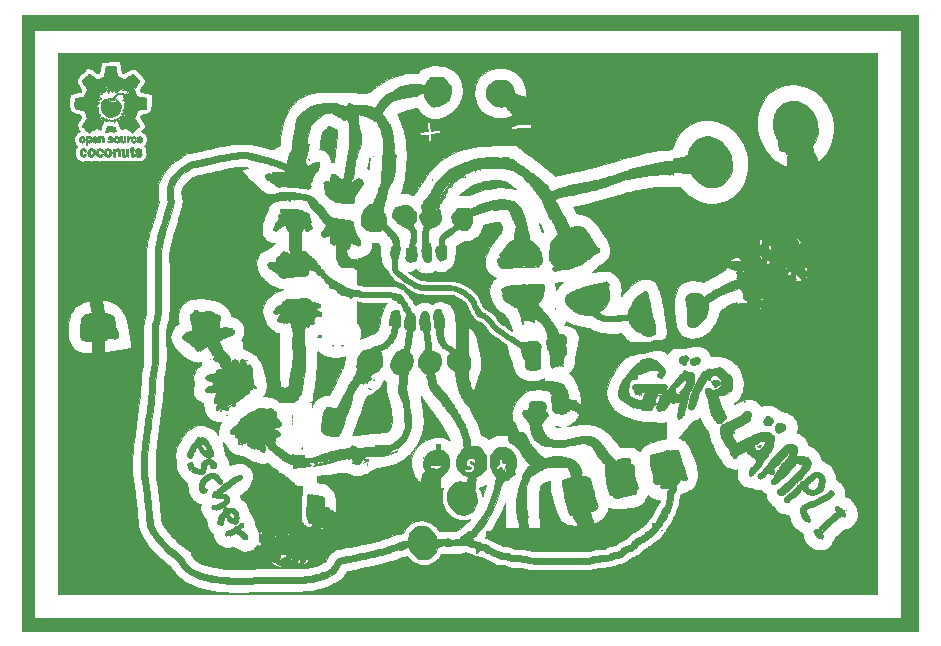
<source format=gbr>
G04 #@! TF.FileFunction,Copper,L1,Top,Signal*
%FSLAX46Y46*%
G04 Gerber Fmt 4.6, Leading zero omitted, Abs format (unit mm)*
G04 Created by KiCad (PCBNEW 4.0.2+e4-6225~38~ubuntu16.04.1-stable) date Fre 24 Mär 2017 08:40:00 CLST*
%MOMM*%
G01*
G04 APERTURE LIST*
%ADD10C,0.100000*%
%ADD11C,0.010000*%
G04 APERTURE END LIST*
D10*
D11*
G36*
X149944667Y-106828167D02*
X74083334Y-106828167D01*
X74083334Y-55943500D01*
X75099334Y-55943500D01*
X75099334Y-105727500D01*
X148463000Y-105727500D01*
X148463000Y-55943500D01*
X75099334Y-55943500D01*
X74083334Y-55943500D01*
X74083334Y-54715834D01*
X149944667Y-54715834D01*
X149944667Y-106828167D01*
X149944667Y-106828167D01*
G37*
X149944667Y-106828167D02*
X74083334Y-106828167D01*
X74083334Y-55943500D01*
X75099334Y-55943500D01*
X75099334Y-105727500D01*
X148463000Y-105727500D01*
X148463000Y-55943500D01*
X75099334Y-55943500D01*
X74083334Y-55943500D01*
X74083334Y-54715834D01*
X149944667Y-54715834D01*
X149944667Y-106828167D01*
G36*
X146473334Y-103716667D02*
X77089000Y-103716667D01*
X77089000Y-93694250D01*
X83349560Y-93694250D01*
X83414641Y-94022951D01*
X83453198Y-94223431D01*
X83488829Y-94421693D01*
X83522155Y-94622481D01*
X83553797Y-94830541D01*
X83584374Y-95050619D01*
X83614507Y-95287460D01*
X83644817Y-95545810D01*
X83675924Y-95830415D01*
X83708448Y-96146019D01*
X83743011Y-96497368D01*
X83756348Y-96636417D01*
X83776387Y-96844950D01*
X83796987Y-97056376D01*
X83817416Y-97263394D01*
X83836945Y-97458699D01*
X83854842Y-97634989D01*
X83870375Y-97784961D01*
X83882814Y-97901310D01*
X83884544Y-97917000D01*
X83927970Y-98308584D01*
X84078057Y-98583750D01*
X84310465Y-98985674D01*
X84555624Y-99360572D01*
X84818216Y-99713925D01*
X85102925Y-100051212D01*
X85414434Y-100377915D01*
X85757425Y-100699514D01*
X86136582Y-101021489D01*
X86215221Y-101084858D01*
X86316279Y-101165191D01*
X86410924Y-101239602D01*
X86492151Y-101302645D01*
X86552958Y-101348878D01*
X86581978Y-101369953D01*
X86639154Y-101422429D01*
X86684851Y-101486228D01*
X86688449Y-101493353D01*
X86734663Y-101578293D01*
X86800590Y-101683869D01*
X86878354Y-101798606D01*
X86960078Y-101911030D01*
X87037888Y-102009667D01*
X87063293Y-102039442D01*
X87298571Y-102277153D01*
X87571575Y-102496880D01*
X87881525Y-102698235D01*
X88227642Y-102880826D01*
X88609148Y-103044263D01*
X89025263Y-103188155D01*
X89475208Y-103312113D01*
X89711429Y-103366238D01*
X90177248Y-103454037D01*
X90673674Y-103524768D01*
X91192318Y-103577835D01*
X91724790Y-103612646D01*
X92262701Y-103628605D01*
X92797661Y-103625119D01*
X93165084Y-103610833D01*
X93320403Y-103601806D01*
X93500571Y-103590038D01*
X93688287Y-103576735D01*
X93866250Y-103563105D01*
X93958834Y-103555470D01*
X94051833Y-103547893D01*
X94139921Y-103541683D01*
X94227603Y-103536814D01*
X94319383Y-103533258D01*
X94419765Y-103530987D01*
X94533255Y-103529975D01*
X94664358Y-103530195D01*
X94817578Y-103531618D01*
X94997420Y-103534218D01*
X95208388Y-103537968D01*
X95454988Y-103542839D01*
X95588667Y-103545595D01*
X96075326Y-103553683D01*
X96523088Y-103556570D01*
X96935117Y-103553863D01*
X97314574Y-103545170D01*
X97664623Y-103530097D01*
X97988427Y-103508249D01*
X98289147Y-103479234D01*
X98569948Y-103442659D01*
X98833992Y-103398130D01*
X99084442Y-103345252D01*
X99324460Y-103283634D01*
X99557209Y-103212881D01*
X99785853Y-103132601D01*
X100013554Y-103042399D01*
X100167706Y-102975975D01*
X100460988Y-102835624D01*
X100715276Y-102691472D01*
X100933896Y-102540857D01*
X101120171Y-102381116D01*
X101277428Y-102209585D01*
X101408990Y-102023603D01*
X101454953Y-101944950D01*
X101498305Y-101872845D01*
X101538766Y-101816433D01*
X101569188Y-101785390D01*
X101574911Y-101782567D01*
X101611278Y-101776619D01*
X101677974Y-101769193D01*
X101763084Y-101761554D01*
X101801084Y-101758613D01*
X101901900Y-101747439D01*
X102026056Y-101728163D01*
X102156026Y-101703732D01*
X102249396Y-101683178D01*
X102330118Y-101664485D01*
X102445668Y-101638476D01*
X102589455Y-101606598D01*
X102754889Y-101570297D01*
X102935380Y-101531019D01*
X103124339Y-101490211D01*
X103307729Y-101450908D01*
X103708986Y-101363732D01*
X104072142Y-101281458D01*
X104401006Y-101203010D01*
X104699385Y-101127312D01*
X104971089Y-101053288D01*
X105219926Y-100979860D01*
X105449703Y-100905952D01*
X105664230Y-100830488D01*
X105867314Y-100752392D01*
X106052538Y-100675030D01*
X106198723Y-100621199D01*
X106353340Y-100585358D01*
X106436584Y-100572872D01*
X106648250Y-100545487D01*
X106777409Y-100678192D01*
X106979524Y-100865776D01*
X107184410Y-101014722D01*
X107397514Y-101128640D01*
X107543278Y-101185701D01*
X107802006Y-101253060D01*
X108057484Y-101278271D01*
X108308904Y-101261419D01*
X108555460Y-101202585D01*
X108796343Y-101101853D01*
X108896441Y-101046589D01*
X109000187Y-100973585D01*
X109113932Y-100874782D01*
X109226838Y-100761228D01*
X109328063Y-100643973D01*
X109406767Y-100534065D01*
X109418582Y-100514405D01*
X109500747Y-100372334D01*
X111114184Y-100372334D01*
X111346661Y-100284845D01*
X111448275Y-100247397D01*
X111519296Y-100224020D01*
X111568380Y-100212921D01*
X111604183Y-100212308D01*
X111635360Y-100220385D01*
X111643111Y-100223415D01*
X111689207Y-100238585D01*
X111765498Y-100259876D01*
X111860840Y-100284303D01*
X111950500Y-100305757D01*
X112084335Y-100339924D01*
X112184757Y-100373567D01*
X112260527Y-100409850D01*
X112289167Y-100428056D01*
X112422564Y-100502505D01*
X112573843Y-100550902D01*
X112751586Y-100576293D01*
X112858936Y-100589353D01*
X112936850Y-100611111D01*
X112987667Y-100637796D01*
X113059455Y-100682287D01*
X113137111Y-100725867D01*
X113209803Y-100762965D01*
X113266698Y-100788012D01*
X113294692Y-100795667D01*
X113324698Y-100807726D01*
X113374605Y-100838734D01*
X113413248Y-100866646D01*
X113575808Y-100971712D01*
X113739027Y-101038055D01*
X113796593Y-101052519D01*
X113881808Y-101079131D01*
X113966576Y-101118475D01*
X113995966Y-101136472D01*
X114091427Y-101197108D01*
X114179610Y-101239880D01*
X114271330Y-101267522D01*
X114377402Y-101282769D01*
X114508643Y-101288356D01*
X114596334Y-101288293D01*
X114711597Y-101287392D01*
X114793518Y-101288426D01*
X114851082Y-101292799D01*
X114893277Y-101301913D01*
X114929089Y-101317171D01*
X114967505Y-101339977D01*
X114980542Y-101348284D01*
X115070651Y-101401805D01*
X115155538Y-101441253D01*
X115244129Y-101468522D01*
X115345350Y-101485506D01*
X115468125Y-101494100D01*
X115621379Y-101496196D01*
X115675858Y-101495829D01*
X115817510Y-101495324D01*
X115924446Y-101497407D01*
X116004232Y-101502611D01*
X116064434Y-101511472D01*
X116112621Y-101524526D01*
X116120358Y-101527272D01*
X116184059Y-101543792D01*
X116274873Y-101558753D01*
X116377587Y-101569877D01*
X116427250Y-101573216D01*
X116523633Y-101580569D01*
X116609062Y-101591307D01*
X116671339Y-101603695D01*
X116691834Y-101610846D01*
X116720214Y-101625401D01*
X116745982Y-101638460D01*
X116771466Y-101650101D01*
X116798994Y-101660401D01*
X116830894Y-101669440D01*
X116869494Y-101677296D01*
X116917121Y-101684046D01*
X116976103Y-101689770D01*
X117048769Y-101694545D01*
X117137445Y-101698450D01*
X117244461Y-101701564D01*
X117372143Y-101703964D01*
X117522820Y-101705730D01*
X117698820Y-101706938D01*
X117902470Y-101707669D01*
X118136098Y-101707999D01*
X118402033Y-101708008D01*
X118702601Y-101707774D01*
X119040131Y-101707374D01*
X119416951Y-101706888D01*
X119541069Y-101706734D01*
X119935126Y-101706188D01*
X120289024Y-101705550D01*
X120604940Y-101704791D01*
X120885047Y-101703886D01*
X121131521Y-101702806D01*
X121346537Y-101701525D01*
X121532270Y-101700016D01*
X121690894Y-101698251D01*
X121824586Y-101696204D01*
X121935519Y-101693848D01*
X122025870Y-101691156D01*
X122097812Y-101688100D01*
X122153521Y-101684654D01*
X122195173Y-101680791D01*
X122224941Y-101676483D01*
X122239819Y-101673203D01*
X122332122Y-101654766D01*
X122432389Y-101643552D01*
X122470334Y-101642067D01*
X122658893Y-101623127D01*
X122833446Y-101567265D01*
X122878636Y-101545989D01*
X122924044Y-101524884D01*
X122967616Y-101510411D01*
X123018688Y-101501338D01*
X123086596Y-101496432D01*
X123180678Y-101494461D01*
X123271254Y-101494167D01*
X123384690Y-101492526D01*
X123489119Y-101488036D01*
X123574039Y-101481352D01*
X123628951Y-101473124D01*
X123634640Y-101471591D01*
X123688895Y-101459655D01*
X123771145Y-101446920D01*
X123867148Y-101435466D01*
X123909667Y-101431404D01*
X124090653Y-101404559D01*
X124238112Y-101357875D01*
X124356714Y-101289763D01*
X124379693Y-101271496D01*
X124428676Y-101238702D01*
X124485338Y-101222711D01*
X124562166Y-101218454D01*
X124703581Y-101201634D01*
X124859804Y-101155590D01*
X125020511Y-101085164D01*
X125175374Y-100995194D01*
X125314069Y-100890523D01*
X125367428Y-100840942D01*
X125433693Y-100779236D01*
X125497724Y-100732114D01*
X125573099Y-100691201D01*
X125673397Y-100648126D01*
X125692357Y-100640595D01*
X125784414Y-100602362D01*
X125866452Y-100564813D01*
X125927195Y-100533286D01*
X125949493Y-100518887D01*
X125997805Y-100489595D01*
X126037316Y-100478167D01*
X126070226Y-100467672D01*
X126129086Y-100439473D01*
X126204071Y-100398500D01*
X126250329Y-100371279D01*
X126342794Y-100312378D01*
X126409284Y-100260562D01*
X126462032Y-100204684D01*
X126513268Y-100133597D01*
X126516479Y-100128731D01*
X126569611Y-100053280D01*
X126615917Y-100004132D01*
X126667965Y-99969960D01*
X126717266Y-99947776D01*
X126792295Y-99909233D01*
X126877603Y-99853502D01*
X126947413Y-99798741D01*
X127011079Y-99747939D01*
X127068122Y-99710960D01*
X127107085Y-99695137D01*
X127109478Y-99695000D01*
X127159259Y-99681412D01*
X127231533Y-99644428D01*
X127318016Y-99589716D01*
X127410422Y-99522947D01*
X127500467Y-99449790D01*
X127579866Y-99375914D01*
X127588072Y-99367491D01*
X127648126Y-99306532D01*
X127697259Y-99259317D01*
X127728172Y-99232738D01*
X127734385Y-99229334D01*
X127772222Y-99215385D01*
X127829523Y-99178767D01*
X127896410Y-99127323D01*
X127963002Y-99068896D01*
X128019421Y-99011329D01*
X128039179Y-98987372D01*
X128126047Y-98873525D01*
X128192062Y-98788101D01*
X128241704Y-98725609D01*
X128279452Y-98680554D01*
X128309786Y-98647443D01*
X128337185Y-98620782D01*
X128340839Y-98617436D01*
X128378296Y-98577092D01*
X128426832Y-98516408D01*
X128479938Y-98444667D01*
X128531105Y-98371152D01*
X128573822Y-98305145D01*
X128601580Y-98255928D01*
X128608667Y-98235516D01*
X128621581Y-98203918D01*
X128656216Y-98148710D01*
X128706413Y-98078133D01*
X128766014Y-98000434D01*
X128828860Y-97923856D01*
X128888791Y-97856643D01*
X128901963Y-97842917D01*
X129019357Y-97695804D01*
X129100081Y-97530524D01*
X129141086Y-97376603D01*
X129166007Y-97275208D01*
X129200043Y-97202911D01*
X129227609Y-97167494D01*
X129290409Y-97082814D01*
X129347562Y-96977519D01*
X129389943Y-96870214D01*
X129405915Y-96803985D01*
X129424661Y-96730456D01*
X129453458Y-96662599D01*
X129456345Y-96657584D01*
X129487632Y-96596649D01*
X129527076Y-96507812D01*
X129569734Y-96403423D01*
X129610659Y-96295834D01*
X129644909Y-96197397D01*
X129659703Y-96149584D01*
X129672476Y-96086910D01*
X129684706Y-95994352D01*
X129695013Y-95884347D01*
X129702012Y-95769336D01*
X129702045Y-95768584D01*
X129707486Y-95654212D01*
X129713642Y-95572492D01*
X129722465Y-95513761D01*
X129735911Y-95468356D01*
X129755933Y-95426614D01*
X129779096Y-95387584D01*
X129814503Y-95330121D01*
X129839454Y-95289537D01*
X129847492Y-95276369D01*
X129867307Y-95267392D01*
X129919635Y-95246381D01*
X129997338Y-95216135D01*
X130093278Y-95179452D01*
X130132977Y-95164428D01*
X130320171Y-95090740D01*
X130472863Y-95023250D01*
X130597730Y-94958335D01*
X130701447Y-94892370D01*
X130790692Y-94821728D01*
X130828745Y-94786644D01*
X130987978Y-94604636D01*
X131111533Y-94399985D01*
X131199359Y-94172920D01*
X131251404Y-93923665D01*
X131267614Y-93652448D01*
X131247938Y-93359496D01*
X131210622Y-93130732D01*
X131160711Y-92916918D01*
X131091740Y-92674666D01*
X131006414Y-92411850D01*
X130907436Y-92136342D01*
X130797512Y-91856015D01*
X130679344Y-91578742D01*
X130671453Y-91561038D01*
X130599470Y-91404352D01*
X130536193Y-91278525D01*
X130475877Y-91174627D01*
X130412774Y-91083728D01*
X130341137Y-90996898D01*
X130255218Y-90905207D01*
X130238310Y-90888021D01*
X130148831Y-90801551D01*
X130066380Y-90732834D01*
X129980204Y-90674991D01*
X129879548Y-90621144D01*
X129753657Y-90564415D01*
X129691979Y-90538614D01*
X129680977Y-90532231D01*
X129676059Y-90522049D01*
X129679438Y-90505055D01*
X129693324Y-90478238D01*
X129719929Y-90438587D01*
X129761463Y-90383090D01*
X129820139Y-90308736D01*
X129898168Y-90212513D01*
X129997761Y-90091411D01*
X130121129Y-89942417D01*
X130196122Y-89852060D01*
X130318339Y-89705442D01*
X130434437Y-89567262D01*
X130541142Y-89441338D01*
X130635179Y-89331485D01*
X130713274Y-89241521D01*
X130772153Y-89175262D01*
X130808542Y-89136525D01*
X130815370Y-89130167D01*
X130874232Y-89091910D01*
X130952328Y-89055068D01*
X130999144Y-89038256D01*
X131077762Y-89009460D01*
X131173064Y-88968112D01*
X131265111Y-88922892D01*
X131269601Y-88920509D01*
X131422285Y-88839089D01*
X131535491Y-89065336D01*
X131657641Y-89293114D01*
X131780267Y-89487360D01*
X131908964Y-89656564D01*
X131974211Y-89731024D01*
X132065912Y-89840144D01*
X132125548Y-89934495D01*
X132157056Y-90021577D01*
X132164667Y-90093853D01*
X132176387Y-90226755D01*
X132210158Y-90389538D01*
X132263897Y-90577306D01*
X132335521Y-90785162D01*
X132422945Y-91008206D01*
X132524088Y-91241542D01*
X132636865Y-91480273D01*
X132759193Y-91719500D01*
X132888989Y-91954326D01*
X133024170Y-92179853D01*
X133106444Y-92307834D01*
X133249925Y-92515740D01*
X133382790Y-92687983D01*
X133509068Y-92828615D01*
X133632786Y-92941694D01*
X133757974Y-93031274D01*
X133888660Y-93101410D01*
X133899756Y-93106428D01*
X134030144Y-93152414D01*
X134180774Y-93186368D01*
X134333537Y-93205258D01*
X134470326Y-93206049D01*
X134486078Y-93204656D01*
X134616739Y-93191322D01*
X134593893Y-93284036D01*
X134584578Y-93343575D01*
X134577208Y-93432264D01*
X134572658Y-93536932D01*
X134571624Y-93620167D01*
X134573878Y-93744079D01*
X134581057Y-93839017D01*
X134594802Y-93918213D01*
X134616752Y-93994899D01*
X134618859Y-94001167D01*
X134708693Y-94205616D01*
X134828404Y-94381007D01*
X134975477Y-94525536D01*
X135147398Y-94637399D01*
X135341651Y-94714795D01*
X135555722Y-94755920D01*
X135680644Y-94762423D01*
X135768382Y-94767099D01*
X135846049Y-94783157D01*
X135932527Y-94815224D01*
X135976978Y-94835019D01*
X136149557Y-94902198D01*
X136321967Y-94942208D01*
X136507481Y-94959380D01*
X136648711Y-94964965D01*
X136782647Y-95093425D01*
X136849427Y-95155198D01*
X136910243Y-95207469D01*
X136954789Y-95241504D01*
X136964209Y-95247270D01*
X136999426Y-95279683D01*
X137011566Y-95334372D01*
X137011834Y-95348231D01*
X137022161Y-95447408D01*
X137050239Y-95567236D01*
X137091717Y-95692264D01*
X137139676Y-95802003D01*
X137225555Y-95937909D01*
X137340406Y-96070419D01*
X137471943Y-96186662D01*
X137570477Y-96253289D01*
X137637248Y-96295469D01*
X137686680Y-96332663D01*
X137709696Y-96357897D01*
X137710333Y-96360720D01*
X137723344Y-96395489D01*
X137757995Y-96453034D01*
X137807722Y-96524566D01*
X137865957Y-96601294D01*
X137926132Y-96674432D01*
X137981681Y-96735188D01*
X138010437Y-96762370D01*
X138172700Y-96877531D01*
X138352787Y-96957154D01*
X138554214Y-97002476D01*
X138728497Y-97014811D01*
X138921626Y-97017417D01*
X138959500Y-97165584D01*
X139052623Y-97456302D01*
X139176270Y-97722007D01*
X139328823Y-97960522D01*
X139508669Y-98169670D01*
X139714191Y-98347278D01*
X139943773Y-98491168D01*
X139943853Y-98491210D01*
X140115217Y-98580982D01*
X140141023Y-98744982D01*
X140186221Y-98940281D01*
X140259959Y-99122265D01*
X140365768Y-99297178D01*
X140507175Y-99471262D01*
X140613697Y-99580955D01*
X140761633Y-99715515D01*
X140901014Y-99820446D01*
X141043380Y-99903381D01*
X141200271Y-99971950D01*
X141211139Y-99976051D01*
X141295697Y-100005823D01*
X141367252Y-100024885D01*
X141440622Y-100035644D01*
X141530627Y-100040503D01*
X141615584Y-100041710D01*
X141734410Y-100040533D01*
X141825143Y-100034130D01*
X141901884Y-100020733D01*
X141978730Y-99998575D01*
X141990031Y-99994765D01*
X142181955Y-99908364D01*
X142355782Y-99788990D01*
X142506404Y-99642171D01*
X142628711Y-99473435D01*
X142717594Y-99288307D01*
X142753391Y-99168947D01*
X142765827Y-99122962D01*
X142782812Y-99082632D01*
X142809497Y-99041233D01*
X142851034Y-98992040D01*
X142912573Y-98928329D01*
X142999263Y-98843375D01*
X143012794Y-98830281D01*
X143124193Y-98726403D01*
X143244977Y-98620349D01*
X143367933Y-98517895D01*
X143485845Y-98424819D01*
X143591499Y-98346898D01*
X143677680Y-98289909D01*
X143711084Y-98271135D01*
X143765366Y-98248311D01*
X143842466Y-98221683D01*
X143912167Y-98200864D01*
X144120272Y-98122393D01*
X144307643Y-98008835D01*
X144470933Y-97863699D01*
X144606792Y-97690497D01*
X144711873Y-97492739D01*
X144778375Y-97292584D01*
X144792832Y-97202740D01*
X144800967Y-97085942D01*
X144802679Y-96957109D01*
X144797867Y-96831160D01*
X144786428Y-96723014D01*
X144782407Y-96699917D01*
X144716319Y-96464936D01*
X144612292Y-96235898D01*
X144474722Y-96018761D01*
X144308004Y-95819484D01*
X144116531Y-95644027D01*
X143904700Y-95498348D01*
X143889977Y-95489849D01*
X143751371Y-95410782D01*
X143759835Y-95229850D01*
X143751981Y-95019551D01*
X143706366Y-94821959D01*
X143637628Y-94659026D01*
X143573588Y-94559701D01*
X143482100Y-94452866D01*
X143374088Y-94348890D01*
X143260479Y-94258142D01*
X143152195Y-94190990D01*
X143136368Y-94183257D01*
X143006153Y-94122368D01*
X142992398Y-94003559D01*
X142966384Y-93843926D01*
X142925875Y-93673265D01*
X142875715Y-93509488D01*
X142821918Y-93373053D01*
X142694605Y-93137261D01*
X142542101Y-92932577D01*
X142360913Y-92755476D01*
X142147550Y-92602431D01*
X141952962Y-92495735D01*
X141738385Y-92390929D01*
X141713351Y-92279065D01*
X141693398Y-92213351D01*
X141659070Y-92123342D01*
X141615657Y-92022233D01*
X141580129Y-91946673D01*
X141530163Y-91848618D01*
X141484489Y-91770749D01*
X141434594Y-91701488D01*
X141371966Y-91629257D01*
X141288093Y-91542477D01*
X141268596Y-91522931D01*
X141177463Y-91433892D01*
X141102819Y-91367515D01*
X141032748Y-91315070D01*
X140955337Y-91267828D01*
X140858672Y-91217058D01*
X140835018Y-91205234D01*
X140604785Y-91090750D01*
X140568246Y-90974334D01*
X140476669Y-90744573D01*
X140355873Y-90544987D01*
X140206403Y-90376167D01*
X140028806Y-90238707D01*
X139823629Y-90133202D01*
X139777737Y-90115399D01*
X139702029Y-90083031D01*
X139660557Y-90054953D01*
X139654154Y-90039282D01*
X139662947Y-90004802D01*
X139678573Y-89943839D01*
X139693881Y-89884250D01*
X139716958Y-89749939D01*
X139725470Y-89595975D01*
X139719180Y-89442541D01*
X139700499Y-89320851D01*
X139633220Y-89120927D01*
X139528012Y-88932594D01*
X139388479Y-88759246D01*
X139218226Y-88604276D01*
X139020856Y-88471078D01*
X138799972Y-88363046D01*
X138615326Y-88298911D01*
X138472978Y-88253494D01*
X138358059Y-88205583D01*
X138255949Y-88147777D01*
X138152028Y-88072678D01*
X138123722Y-88050066D01*
X138007885Y-87967979D01*
X137866692Y-87885888D01*
X137715417Y-87811492D01*
X137569334Y-87752491D01*
X137477500Y-87724260D01*
X137311186Y-87696665D01*
X137126074Y-87690375D01*
X136936668Y-87704348D01*
X136757467Y-87737541D01*
X136607889Y-87786782D01*
X136575857Y-87783324D01*
X136536355Y-87744899D01*
X136518479Y-87720528D01*
X136396936Y-87577022D01*
X136245815Y-87448774D01*
X136077406Y-87344796D01*
X135913457Y-87276970D01*
X135818721Y-87257016D01*
X135695992Y-87244478D01*
X135558987Y-87239527D01*
X135421421Y-87242330D01*
X135297011Y-87253058D01*
X135212667Y-87268327D01*
X135092562Y-87304856D01*
X134948846Y-87358512D01*
X134793869Y-87424084D01*
X134639979Y-87496360D01*
X134505605Y-87566727D01*
X134409667Y-87617836D01*
X134344454Y-87646564D01*
X134305817Y-87654530D01*
X134293159Y-87649519D01*
X134287402Y-87623535D01*
X134319601Y-87591148D01*
X134319630Y-87591127D01*
X134490659Y-87461858D01*
X134629290Y-87342090D01*
X134742015Y-87224602D01*
X134835326Y-87102171D01*
X134915716Y-86967575D01*
X134960161Y-86878584D01*
X135053392Y-86633831D01*
X135114687Y-86368183D01*
X135144287Y-86088250D01*
X135142437Y-85800642D01*
X135109379Y-85511970D01*
X135045356Y-85228846D01*
X134950611Y-84957879D01*
X134884311Y-84814084D01*
X134736115Y-84566961D01*
X134552941Y-84339118D01*
X134339192Y-84134295D01*
X134099269Y-83956237D01*
X133837576Y-83808685D01*
X133574984Y-83700914D01*
X133358558Y-83640003D01*
X133125957Y-83596895D01*
X132891098Y-83573180D01*
X132667897Y-83570445D01*
X132528927Y-83581499D01*
X132374603Y-83600888D01*
X132291164Y-83440569D01*
X132167602Y-83244643D01*
X132015139Y-83077635D01*
X131831603Y-82937594D01*
X131614823Y-82822568D01*
X131593167Y-82813189D01*
X131535686Y-82790212D01*
X131482080Y-82773575D01*
X131423012Y-82761854D01*
X131349142Y-82753629D01*
X131251133Y-82747476D01*
X131127500Y-82742267D01*
X131002638Y-82737819D01*
X130912293Y-82735861D01*
X130848685Y-82737133D01*
X130804034Y-82742374D01*
X130770560Y-82752324D01*
X130740483Y-82767721D01*
X130718935Y-82781087D01*
X130678372Y-82802917D01*
X130628588Y-82821173D01*
X130565296Y-82836309D01*
X130484209Y-82848775D01*
X130381041Y-82859024D01*
X130251506Y-82867507D01*
X130091316Y-82874677D01*
X129896187Y-82880984D01*
X129730500Y-82885274D01*
X129148417Y-82899250D01*
X129051956Y-82966251D01*
X128911766Y-83085217D01*
X128783510Y-83240117D01*
X128738607Y-83306895D01*
X128667514Y-83418207D01*
X128590465Y-83353328D01*
X128539447Y-83313464D01*
X128464868Y-83258997D01*
X128378606Y-83198484D01*
X128325892Y-83162641D01*
X128138367Y-83036833D01*
X127919683Y-83036833D01*
X127827601Y-83038651D01*
X127752117Y-83043559D01*
X127702717Y-83050737D01*
X127688673Y-83056777D01*
X127661988Y-83071250D01*
X127608324Y-83085268D01*
X127576298Y-83090653D01*
X127491027Y-83106497D01*
X127404235Y-83128436D01*
X127385552Y-83134209D01*
X127313067Y-83153031D01*
X127244866Y-83163232D01*
X127230044Y-83163834D01*
X127185478Y-83170575D01*
X127111220Y-83188958D01*
X127017390Y-83216223D01*
X126914104Y-83249611D01*
X126907993Y-83251692D01*
X126794100Y-83289489D01*
X126705794Y-83314919D01*
X126629080Y-83330629D01*
X126549961Y-83339262D01*
X126454443Y-83343465D01*
X126417917Y-83344310D01*
X126316458Y-83348410D01*
X126225203Y-83355749D01*
X126155868Y-83365185D01*
X126125497Y-83372868D01*
X126063015Y-83390709D01*
X126013515Y-83396667D01*
X125960166Y-83409165D01*
X125903371Y-83439382D01*
X125901427Y-83440799D01*
X125853837Y-83466530D01*
X125787377Y-83483789D01*
X125691528Y-83495082D01*
X125665300Y-83497025D01*
X125576667Y-83504305D01*
X125519087Y-83513760D01*
X125481304Y-83529000D01*
X125452063Y-83553635D01*
X125437578Y-83570069D01*
X125347930Y-83648274D01*
X125241388Y-83688034D01*
X125175426Y-83694166D01*
X125136944Y-83696103D01*
X125104548Y-83704183D01*
X125071407Y-83723498D01*
X125030687Y-83759139D01*
X124975559Y-83816196D01*
X124899191Y-83899760D01*
X124898483Y-83900541D01*
X124694732Y-84139429D01*
X124496874Y-84398365D01*
X124308182Y-84671523D01*
X124131930Y-84953076D01*
X123971391Y-85237196D01*
X123829838Y-85518057D01*
X123710545Y-85789833D01*
X123616784Y-86046695D01*
X123551829Y-86282817D01*
X123546623Y-86307084D01*
X123529296Y-86430816D01*
X123521102Y-86580992D01*
X123521675Y-86743627D01*
X123530651Y-86904738D01*
X123547662Y-87050340D01*
X123568776Y-87153750D01*
X123660385Y-87413869D01*
X123791324Y-87662329D01*
X123959725Y-87897197D01*
X124163717Y-88116542D01*
X124401430Y-88318432D01*
X124670994Y-88500934D01*
X124970539Y-88662117D01*
X125074965Y-88709998D01*
X125469315Y-88864763D01*
X125874720Y-88987930D01*
X126283983Y-89077957D01*
X126689907Y-89133301D01*
X127085296Y-89152420D01*
X127137584Y-89152140D01*
X127266065Y-89150952D01*
X127360888Y-89151588D01*
X127430719Y-89155004D01*
X127484224Y-89162158D01*
X127530070Y-89174003D01*
X127576923Y-89191497D01*
X127606169Y-89203834D01*
X127770837Y-89257303D01*
X127950859Y-89286271D01*
X128133826Y-89290408D01*
X128307331Y-89269385D01*
X128451024Y-89226257D01*
X128500878Y-89206593D01*
X128531584Y-89196635D01*
X128533904Y-89196334D01*
X128536624Y-89216670D01*
X128539108Y-89274358D01*
X128541274Y-89364416D01*
X128543039Y-89481864D01*
X128544322Y-89621720D01*
X128545040Y-89779002D01*
X128545167Y-89881354D01*
X128545167Y-90566374D01*
X128359959Y-90602841D01*
X128183621Y-90640280D01*
X127996700Y-90684730D01*
X127809109Y-90733477D01*
X127630767Y-90783805D01*
X127471588Y-90832998D01*
X127341490Y-90878342D01*
X127312385Y-90889674D01*
X127057179Y-91007152D01*
X126828867Y-91143128D01*
X126631773Y-91294531D01*
X126470223Y-91458291D01*
X126417849Y-91524759D01*
X126341095Y-91629320D01*
X126232592Y-91543553D01*
X126046464Y-91420456D01*
X125827864Y-91320412D01*
X125793976Y-91307957D01*
X125699748Y-91284164D01*
X125573444Y-91266620D01*
X125424922Y-91255758D01*
X125264039Y-91252010D01*
X125100650Y-91255806D01*
X124944613Y-91267579D01*
X124924151Y-91269861D01*
X124703417Y-91295567D01*
X124632341Y-91214325D01*
X124596170Y-91172499D01*
X124538341Y-91105062D01*
X124464565Y-91018698D01*
X124380554Y-90920094D01*
X124292018Y-90815935D01*
X124291720Y-90815584D01*
X124085661Y-90577539D01*
X123898378Y-90371751D01*
X123725923Y-90194758D01*
X123564348Y-90043101D01*
X123409704Y-89913318D01*
X123258045Y-89801949D01*
X123105421Y-89705532D01*
X122947886Y-89620607D01*
X122904250Y-89599319D01*
X122700271Y-89511491D01*
X122492421Y-89442358D01*
X122276408Y-89391690D01*
X122047937Y-89359259D01*
X121802713Y-89344836D01*
X121536444Y-89348193D01*
X121244834Y-89369101D01*
X120923591Y-89407332D01*
X120568419Y-89462656D01*
X120514000Y-89472057D01*
X120396411Y-89492120D01*
X120294171Y-89508651D01*
X120214192Y-89520609D01*
X120163385Y-89526949D01*
X120148369Y-89527257D01*
X120162650Y-89516942D01*
X120207189Y-89497077D01*
X120270626Y-89472606D01*
X120456794Y-89389400D01*
X120632866Y-89277483D01*
X120808113Y-89130872D01*
X120826042Y-89113984D01*
X120943047Y-88992445D01*
X121048740Y-88863098D01*
X121136481Y-88735177D01*
X121199629Y-88617913D01*
X121219820Y-88566424D01*
X121236575Y-88508268D01*
X121236565Y-88472746D01*
X121218674Y-88443158D01*
X121210996Y-88434420D01*
X121171588Y-88402481D01*
X121142043Y-88392000D01*
X121075105Y-88375180D01*
X120998481Y-88330065D01*
X120924246Y-88264668D01*
X120890284Y-88224898D01*
X120815802Y-88127417D01*
X120681816Y-88127417D01*
X120595326Y-88123499D01*
X120534890Y-88109225D01*
X120484742Y-88080811D01*
X120483355Y-88079792D01*
X120420215Y-88042451D01*
X120374592Y-88034461D01*
X120351791Y-88056454D01*
X120350492Y-88063917D01*
X120346143Y-88110844D01*
X120345200Y-88122125D01*
X120326396Y-88144215D01*
X120279229Y-88176378D01*
X120216084Y-88210539D01*
X120142856Y-88245941D01*
X120096780Y-88266843D01*
X120067095Y-88277581D01*
X120043040Y-88282490D01*
X120034918Y-88283521D01*
X120021851Y-88298946D01*
X120024642Y-88305810D01*
X120017056Y-88326054D01*
X119988849Y-88340691D01*
X119955717Y-88353137D01*
X119961498Y-88362824D01*
X119983250Y-88371261D01*
X120035486Y-88373009D01*
X120083792Y-88357002D01*
X120123784Y-88341927D01*
X120141906Y-88345473D01*
X120142000Y-88346517D01*
X120122843Y-88370185D01*
X120072162Y-88397542D01*
X120000147Y-88425047D01*
X119916985Y-88449159D01*
X119832865Y-88466334D01*
X119780331Y-88472243D01*
X119690348Y-88474209D01*
X119623503Y-88464579D01*
X119561505Y-88440473D01*
X119553633Y-88436527D01*
X119433405Y-88398477D01*
X119347702Y-88392000D01*
X119272697Y-88387698D01*
X119209069Y-88376671D01*
X119183289Y-88367509D01*
X119151570Y-88348185D01*
X119156310Y-88335674D01*
X119179389Y-88324789D01*
X119196125Y-88314192D01*
X119174529Y-88312740D01*
X119144281Y-88315808D01*
X119093006Y-88318125D01*
X119061760Y-88302544D01*
X119055772Y-88293222D01*
X119238889Y-88293222D01*
X119241795Y-88305806D01*
X119253000Y-88307334D01*
X119270423Y-88299589D01*
X119267111Y-88293222D01*
X119241991Y-88290689D01*
X119238889Y-88293222D01*
X119055772Y-88293222D01*
X119034014Y-88259354D01*
X119027865Y-88247404D01*
X118997963Y-88194524D01*
X118972311Y-88158912D01*
X118967250Y-88154199D01*
X118958760Y-88139911D01*
X118964550Y-88138324D01*
X118967682Y-88128056D01*
X119681826Y-88128056D01*
X119706094Y-88158057D01*
X119718296Y-88172260D01*
X119787686Y-88251706D01*
X119836072Y-88303703D01*
X119869205Y-88333609D01*
X119892833Y-88346783D01*
X119907835Y-88348906D01*
X119918407Y-88338480D01*
X119891865Y-88308370D01*
X119877417Y-88296094D01*
X119833220Y-88262627D01*
X119803144Y-88244822D01*
X119799468Y-88243939D01*
X119781828Y-88226648D01*
X119773246Y-88206739D01*
X119746825Y-88167616D01*
X119713612Y-88140457D01*
X119684565Y-88123770D01*
X119681826Y-88128056D01*
X118967682Y-88128056D01*
X118968580Y-88125112D01*
X118956291Y-88105797D01*
X118940598Y-88063851D01*
X118939181Y-87989711D01*
X118942748Y-87947458D01*
X118946496Y-87860360D01*
X118939897Y-87787761D01*
X118933084Y-87762703D01*
X118908603Y-87675162D01*
X118888787Y-87556219D01*
X118874257Y-87416614D01*
X118865636Y-87267084D01*
X118863546Y-87118368D01*
X118868608Y-86981205D01*
X118881243Y-86867530D01*
X118877966Y-86822276D01*
X118843672Y-86787859D01*
X118831143Y-86780260D01*
X118782735Y-86735803D01*
X118756904Y-86685481D01*
X118729986Y-86619922D01*
X118690684Y-86570853D01*
X118648968Y-86550541D01*
X118647206Y-86550500D01*
X118615490Y-86537414D01*
X118568087Y-86504442D01*
X118547151Y-86487000D01*
X118515300Y-86460218D01*
X118486104Y-86442276D01*
X118450465Y-86431404D01*
X118399287Y-86425831D01*
X118323472Y-86423787D01*
X118220923Y-86423500D01*
X118107372Y-86422419D01*
X118029035Y-86418625D01*
X117978834Y-86411298D01*
X117949691Y-86399615D01*
X117939922Y-86390853D01*
X117909387Y-86370857D01*
X117890764Y-86380270D01*
X117860848Y-86389829D01*
X117798145Y-86397221D01*
X117712182Y-86401562D01*
X117653456Y-86402334D01*
X117355266Y-86420917D01*
X117070758Y-86475923D01*
X116804272Y-86566240D01*
X116583300Y-86676873D01*
X116417929Y-86792362D01*
X116250874Y-86942131D01*
X116087586Y-87118730D01*
X115933521Y-87314712D01*
X115794131Y-87522628D01*
X115674870Y-87735030D01*
X115581191Y-87944470D01*
X115523102Y-88124899D01*
X115502930Y-88214410D01*
X115491359Y-88296349D01*
X115487238Y-88385686D01*
X115489415Y-88497395D01*
X115491223Y-88539633D01*
X115499139Y-88659085D01*
X115512673Y-88766159D01*
X115534305Y-88867879D01*
X115566514Y-88971273D01*
X115611779Y-89083368D01*
X115672579Y-89211191D01*
X115751393Y-89361768D01*
X115834921Y-89513834D01*
X115888130Y-89613618D01*
X115939117Y-89716510D01*
X115980386Y-89807064D01*
X115996560Y-89846898D01*
X116046250Y-89978879D01*
X116195553Y-89979190D01*
X116296015Y-89984014D01*
X116375481Y-90000896D01*
X116453121Y-90033451D01*
X116526263Y-90076356D01*
X116586766Y-90129169D01*
X116641459Y-90200232D01*
X116697168Y-90297885D01*
X116738145Y-90381667D01*
X116822501Y-90560080D01*
X116892843Y-90705445D01*
X116952483Y-90823338D01*
X117004734Y-90919335D01*
X117052908Y-90999014D01*
X117100317Y-91067950D01*
X117150275Y-91131720D01*
X117206093Y-91195901D01*
X117250409Y-91244038D01*
X117324094Y-91325751D01*
X117395199Y-91409497D01*
X117453110Y-91482569D01*
X117475280Y-91513292D01*
X117523364Y-91575791D01*
X117591405Y-91653475D01*
X117672566Y-91739639D01*
X117760009Y-91827580D01*
X117846896Y-91910593D01*
X117926388Y-91981973D01*
X117991649Y-92035017D01*
X118035840Y-92063020D01*
X118036055Y-92063111D01*
X118093121Y-92094568D01*
X118158274Y-92140947D01*
X118181711Y-92160423D01*
X118260927Y-92229976D01*
X118395606Y-92205160D01*
X118481157Y-92187030D01*
X118587216Y-92161211D01*
X118693874Y-92132610D01*
X118717018Y-92125972D01*
X118779260Y-92108348D01*
X118833483Y-92095135D01*
X118886992Y-92085820D01*
X118947096Y-92079890D01*
X119021103Y-92076832D01*
X119116318Y-92076133D01*
X119240050Y-92077281D01*
X119380000Y-92079439D01*
X119542407Y-92082625D01*
X119668335Y-92086482D01*
X119763637Y-92091470D01*
X119834166Y-92098052D01*
X119885778Y-92106689D01*
X119924323Y-92117844D01*
X119938210Y-92123472D01*
X119999382Y-92146490D01*
X120050096Y-92158944D01*
X120059565Y-92159667D01*
X120104287Y-92167479D01*
X120178806Y-92188730D01*
X120274028Y-92220141D01*
X120380856Y-92258435D01*
X120490195Y-92300332D01*
X120592950Y-92342556D01*
X120680026Y-92381827D01*
X120691590Y-92387466D01*
X120871932Y-92499784D01*
X121034747Y-92649997D01*
X121180389Y-92838483D01*
X121291472Y-93030100D01*
X121344055Y-93135406D01*
X121379408Y-93213715D01*
X121400912Y-93275011D01*
X121411944Y-93329276D01*
X121415885Y-93386492D01*
X121416108Y-93398313D01*
X121408286Y-93509769D01*
X121378777Y-93601810D01*
X121372594Y-93614428D01*
X121345664Y-93670935D01*
X121329458Y-93712114D01*
X121327334Y-93721965D01*
X121346927Y-93731475D01*
X121399506Y-93741425D01*
X121475767Y-93750291D01*
X121523125Y-93754064D01*
X121619766Y-93762557D01*
X121708988Y-93773779D01*
X121776163Y-93785772D01*
X121793000Y-93790166D01*
X121862875Y-93808745D01*
X121928133Y-93821748D01*
X121929026Y-93821877D01*
X121983411Y-93842275D01*
X122042844Y-93882186D01*
X122058351Y-93896077D01*
X122085331Y-93923635D01*
X122107078Y-93951750D01*
X122126356Y-93987326D01*
X122145932Y-94037268D01*
X122168569Y-94108479D01*
X122197033Y-94207863D01*
X122227606Y-94318667D01*
X122258973Y-94431574D01*
X122293550Y-94553725D01*
X122325116Y-94663195D01*
X122332714Y-94689084D01*
X122390484Y-94890326D01*
X122437245Y-95066690D01*
X122476718Y-95232984D01*
X122512626Y-95404016D01*
X122513563Y-95408750D01*
X122541146Y-95531723D01*
X122576473Y-95666142D01*
X122613742Y-95790615D01*
X122630912Y-95841377D01*
X122659959Y-95926351D01*
X122681187Y-95995497D01*
X122691988Y-96039873D01*
X122692109Y-96051280D01*
X122682728Y-96045144D01*
X122682000Y-96036695D01*
X122665507Y-96013511D01*
X122656873Y-96012000D01*
X122653483Y-96024964D01*
X122675639Y-96057335D01*
X122687303Y-96070209D01*
X122726505Y-96123144D01*
X122749011Y-96175736D01*
X122750007Y-96181334D01*
X122760544Y-96230391D01*
X122770507Y-96255472D01*
X122773896Y-96294865D01*
X122756260Y-96354605D01*
X122723085Y-96422032D01*
X122679856Y-96484489D01*
X122663318Y-96502879D01*
X122623385Y-96546739D01*
X122599930Y-96578332D01*
X122597334Y-96585060D01*
X122578318Y-96601235D01*
X122526435Y-96626284D01*
X122449427Y-96657130D01*
X122355040Y-96690699D01*
X122251017Y-96723916D01*
X122237500Y-96727956D01*
X122163931Y-96751280D01*
X122121840Y-96771067D01*
X122101700Y-96794292D01*
X122093980Y-96827933D01*
X122093389Y-96833466D01*
X122097863Y-96888601D01*
X122129484Y-96920996D01*
X122130212Y-96921388D01*
X122188715Y-96975752D01*
X122224248Y-97060119D01*
X122234097Y-97167319D01*
X122232656Y-97191956D01*
X122229241Y-97260944D01*
X122235799Y-97301529D01*
X122255730Y-97327128D01*
X122269393Y-97336957D01*
X122320552Y-97387587D01*
X122356099Y-97465174D01*
X122378432Y-97575745D01*
X122383619Y-97623893D01*
X122396250Y-97764703D01*
X122565584Y-97707557D01*
X122825374Y-97602827D01*
X123050097Y-97475247D01*
X123241132Y-97323504D01*
X123399858Y-97146282D01*
X123527653Y-96942266D01*
X123625898Y-96710143D01*
X123632407Y-96690673D01*
X123655412Y-96614346D01*
X123671583Y-96548782D01*
X123677158Y-96511213D01*
X123682692Y-96460496D01*
X123702884Y-96435853D01*
X123744529Y-96435546D01*
X123814427Y-96457837D01*
X123842555Y-96468926D01*
X124006283Y-96524829D01*
X124176613Y-96561406D01*
X124359905Y-96578930D01*
X124562515Y-96577672D01*
X124790802Y-96557903D01*
X125048384Y-96520355D01*
X125190936Y-96497463D01*
X125339458Y-96475556D01*
X125480631Y-96456470D01*
X125601133Y-96442042D01*
X125655917Y-96436567D01*
X125829897Y-96416212D01*
X125975792Y-96386896D01*
X126107510Y-96344990D01*
X126238962Y-96286871D01*
X126248584Y-96282066D01*
X126435314Y-96166582D01*
X126609908Y-96016665D01*
X126765329Y-95839911D01*
X126894541Y-95643911D01*
X126958434Y-95515989D01*
X127027757Y-95358246D01*
X127152378Y-95471021D01*
X127331837Y-95605139D01*
X127539293Y-95708807D01*
X127772248Y-95780944D01*
X127933854Y-95810102D01*
X128031625Y-95823263D01*
X127947927Y-96017403D01*
X127905067Y-96110474D01*
X127860313Y-96197290D01*
X127820706Y-96264568D01*
X127805297Y-96286397D01*
X127753955Y-96361407D01*
X127700078Y-96455394D01*
X127653347Y-96550296D01*
X127625107Y-96622511D01*
X127607514Y-96660386D01*
X127572073Y-96723711D01*
X127524431Y-96802719D01*
X127484782Y-96865316D01*
X127433399Y-96948944D01*
X127392269Y-97023824D01*
X127366336Y-97080458D01*
X127359834Y-97105407D01*
X127344061Y-97145600D01*
X127298964Y-97208238D01*
X127227872Y-97288828D01*
X127210443Y-97307102D01*
X127146685Y-97377588D01*
X127078825Y-97459871D01*
X127012482Y-97546206D01*
X126953275Y-97628851D01*
X126906821Y-97700062D01*
X126878740Y-97752098D01*
X126873000Y-97772149D01*
X126855856Y-97791154D01*
X126812613Y-97819261D01*
X126789041Y-97831972D01*
X126732140Y-97867349D01*
X126691066Y-97904191D01*
X126683690Y-97914777D01*
X126654439Y-97946134D01*
X126600326Y-97986792D01*
X126546628Y-98020028D01*
X126464021Y-98074004D01*
X126380036Y-98140198D01*
X126339770Y-98177465D01*
X126276152Y-98236673D01*
X126202596Y-98297464D01*
X126128290Y-98353128D01*
X126062421Y-98396953D01*
X126014174Y-98422228D01*
X125999826Y-98425806D01*
X125967981Y-98434295D01*
X125910392Y-98455716D01*
X125842827Y-98484014D01*
X125788454Y-98511106D01*
X125732551Y-98546706D01*
X125669261Y-98595570D01*
X125592729Y-98662451D01*
X125497101Y-98752103D01*
X125416410Y-98830225D01*
X125311577Y-98931794D01*
X125231220Y-99007265D01*
X125170147Y-99060736D01*
X125123163Y-99096302D01*
X125085074Y-99118063D01*
X125050688Y-99130114D01*
X125031163Y-99134141D01*
X124897863Y-99171423D01*
X124751866Y-99237356D01*
X124604223Y-99325546D01*
X124465983Y-99429599D01*
X124376218Y-99513073D01*
X124322101Y-99566319D01*
X124280609Y-99595450D01*
X124235922Y-99607705D01*
X124172223Y-99610323D01*
X124163707Y-99610334D01*
X123976218Y-99630784D01*
X123788945Y-99690388D01*
X123608945Y-99786518D01*
X123521860Y-99849046D01*
X123499615Y-99864782D01*
X123474092Y-99876822D01*
X123439230Y-99885875D01*
X123388972Y-99892647D01*
X123317258Y-99897846D01*
X123218030Y-99902179D01*
X123085228Y-99906353D01*
X123013860Y-99908341D01*
X122858836Y-99912932D01*
X122738251Y-99917980D01*
X122644217Y-99924739D01*
X122568847Y-99934467D01*
X122504253Y-99948420D01*
X122442547Y-99967855D01*
X122375844Y-99994026D01*
X122316430Y-100019422D01*
X122284393Y-100032799D01*
X122251722Y-100044753D01*
X122215977Y-100055366D01*
X122174721Y-100064715D01*
X122125515Y-100072880D01*
X122065920Y-100079941D01*
X121993499Y-100085977D01*
X121905813Y-100091067D01*
X121800424Y-100095291D01*
X121674893Y-100098728D01*
X121526781Y-100101456D01*
X121353652Y-100103557D01*
X121153065Y-100105109D01*
X120922583Y-100106191D01*
X120659767Y-100106882D01*
X120362180Y-100107263D01*
X120027382Y-100107412D01*
X119652935Y-100107409D01*
X119612834Y-100107403D01*
X117295084Y-100107056D01*
X117168084Y-100057963D01*
X117081019Y-100031327D01*
X116971756Y-100007808D01*
X116860417Y-99991669D01*
X116850584Y-99990686D01*
X116747457Y-99978263D01*
X116644328Y-99961577D01*
X116560010Y-99943767D01*
X116544346Y-99939585D01*
X116477225Y-99925241D01*
X116388957Y-99915292D01*
X116273149Y-99909293D01*
X116123405Y-99906798D01*
X116071363Y-99906667D01*
X115938731Y-99906274D01*
X115841378Y-99904605D01*
X115772257Y-99900926D01*
X115724316Y-99894503D01*
X115690508Y-99884602D01*
X115663781Y-99870488D01*
X115652908Y-99863081D01*
X115604980Y-99836495D01*
X115530015Y-99803229D01*
X115441429Y-99769070D01*
X115407545Y-99757248D01*
X115308539Y-99726252D01*
X115224431Y-99707426D01*
X115137173Y-99697961D01*
X115028716Y-99695046D01*
X115007677Y-99695000D01*
X114908506Y-99694295D01*
X114839337Y-99690392D01*
X114787842Y-99680609D01*
X114741693Y-99662264D01*
X114688563Y-99632678D01*
X114669980Y-99621546D01*
X114583590Y-99575977D01*
X114488876Y-99535585D01*
X114429291Y-99515801D01*
X114347785Y-99489546D01*
X114270444Y-99458079D01*
X114236500Y-99440896D01*
X114183020Y-99411304D01*
X114105930Y-99370075D01*
X114019368Y-99324743D01*
X113993084Y-99311170D01*
X113909924Y-99267259D01*
X113835445Y-99225933D01*
X113782056Y-99194144D01*
X113770609Y-99186529D01*
X113721040Y-99158092D01*
X113646442Y-99122830D01*
X113557865Y-99085117D01*
X113466358Y-99049325D01*
X113382969Y-99019827D01*
X113318748Y-99000998D01*
X113290470Y-98996500D01*
X113251937Y-98990561D01*
X113246609Y-98970181D01*
X113275078Y-98931518D01*
X113305167Y-98901250D01*
X113334291Y-98871547D01*
X113352793Y-98843168D01*
X113363081Y-98805931D01*
X113367562Y-98749656D01*
X113368645Y-98664159D01*
X113368667Y-98632707D01*
X113368667Y-98425000D01*
X113699611Y-98425000D01*
X113891333Y-98133959D01*
X114206507Y-97620057D01*
X114487140Y-97086914D01*
X114735742Y-96529584D01*
X114841091Y-96260914D01*
X114878233Y-96163182D01*
X114909854Y-96082005D01*
X114933155Y-96024410D01*
X114945342Y-95997424D01*
X114946401Y-95996330D01*
X114946822Y-96017998D01*
X114945837Y-96075916D01*
X114943605Y-96164032D01*
X114940289Y-96276292D01*
X114936048Y-96406643D01*
X114933598Y-96477667D01*
X114928689Y-96640211D01*
X114924212Y-96831607D01*
X114920403Y-97038373D01*
X114917495Y-97247029D01*
X114915722Y-97444092D01*
X114915347Y-97529097D01*
X114913834Y-98104277D01*
X115088459Y-98116412D01*
X115164049Y-98120745D01*
X115272259Y-98125698D01*
X115403387Y-98130892D01*
X115547732Y-98135945D01*
X115695592Y-98140477D01*
X115716156Y-98141052D01*
X116169228Y-98153556D01*
X116156013Y-97982182D01*
X116146738Y-97895215D01*
X116134130Y-97819918D01*
X116120613Y-97770166D01*
X116117928Y-97764339D01*
X116089911Y-97697090D01*
X116057790Y-97594970D01*
X116023268Y-97465041D01*
X115988044Y-97314365D01*
X115953819Y-97150004D01*
X115922293Y-96979021D01*
X115907883Y-96892049D01*
X115873994Y-96576020D01*
X115867764Y-96230372D01*
X115889030Y-95857389D01*
X115937626Y-95459357D01*
X116013389Y-95038562D01*
X116055048Y-94847834D01*
X116072389Y-94782730D01*
X116100751Y-94687687D01*
X116106964Y-94667917D01*
X116704630Y-94667917D01*
X116704919Y-95387584D01*
X116705575Y-95611634D01*
X116707489Y-95799200D01*
X116710874Y-95956116D01*
X116715943Y-96088218D01*
X116722909Y-96201342D01*
X116731984Y-96301322D01*
X116740995Y-96376436D01*
X116757138Y-96511608D01*
X116772353Y-96663179D01*
X116784607Y-96809638D01*
X116790377Y-96898437D01*
X116797281Y-97008592D01*
X116804615Y-97081955D01*
X116813345Y-97124065D01*
X116824437Y-97140459D01*
X116832569Y-97140278D01*
X116854795Y-97146631D01*
X116861167Y-97185735D01*
X116854322Y-97224902D01*
X116837467Y-97227518D01*
X116830187Y-97242175D01*
X116825793Y-97292827D01*
X116824159Y-97373245D01*
X116825160Y-97477198D01*
X116828670Y-97598455D01*
X116834561Y-97730787D01*
X116842708Y-97867963D01*
X116852985Y-98003753D01*
X116853258Y-98006959D01*
X116865463Y-98149834D01*
X117921418Y-98149834D01*
X117910369Y-98081042D01*
X117901780Y-98010449D01*
X117892384Y-97903355D01*
X117882456Y-97765576D01*
X117872270Y-97602930D01*
X117862100Y-97421234D01*
X117852220Y-97226307D01*
X117842902Y-97023965D01*
X117834422Y-96820026D01*
X117827054Y-96620307D01*
X117821070Y-96430627D01*
X117816745Y-96256803D01*
X117814353Y-96104651D01*
X117813961Y-96033167D01*
X117815662Y-95852195D01*
X117820702Y-95656460D01*
X117828594Y-95455041D01*
X117838851Y-95257020D01*
X117850987Y-95071477D01*
X117864513Y-94907494D01*
X117878943Y-94774151D01*
X117883191Y-94742763D01*
X117908917Y-94563609D01*
X118014750Y-94483267D01*
X118103490Y-94423034D01*
X118218704Y-94354995D01*
X118347220Y-94286185D01*
X118475867Y-94223639D01*
X118591473Y-94174393D01*
X118596834Y-94172346D01*
X118659190Y-94148813D01*
X118702247Y-94132790D01*
X118715307Y-94128178D01*
X118716924Y-94148071D01*
X118719971Y-94202763D01*
X118724065Y-94284757D01*
X118728822Y-94386557D01*
X118730764Y-94429792D01*
X118750667Y-94705743D01*
X118785664Y-94997095D01*
X118834171Y-95297885D01*
X118894608Y-95602148D01*
X118965393Y-95903921D01*
X119044945Y-96197243D01*
X119131681Y-96476149D01*
X119224020Y-96734675D01*
X119320380Y-96966860D01*
X119419181Y-97166740D01*
X119487108Y-97281405D01*
X119628418Y-97464231D01*
X119798663Y-97624170D01*
X119990231Y-97755379D01*
X120195510Y-97852016D01*
X120258417Y-97873327D01*
X120393513Y-97906102D01*
X120552078Y-97930801D01*
X120716300Y-97945564D01*
X120868367Y-97948531D01*
X120940013Y-97944495D01*
X121073334Y-97932045D01*
X121073334Y-97827150D01*
X121070375Y-97765296D01*
X121056567Y-97719772D01*
X121024506Y-97674713D01*
X120980457Y-97628048D01*
X120885429Y-97510964D01*
X120800004Y-97366299D01*
X120732696Y-97208790D01*
X120724967Y-97185826D01*
X120703286Y-97124039D01*
X120683748Y-97093430D01*
X120656238Y-97084657D01*
X120618455Y-97087459D01*
X120554081Y-97084113D01*
X120501281Y-97050353D01*
X120494576Y-97043833D01*
X120449168Y-97004250D01*
X120410264Y-96979456D01*
X120408697Y-96978823D01*
X120379328Y-96955252D01*
X120374834Y-96941406D01*
X120383808Y-96928897D01*
X120406584Y-96943334D01*
X120431746Y-96958752D01*
X120438017Y-96941843D01*
X120438009Y-96940634D01*
X120426663Y-96898155D01*
X120416843Y-96879834D01*
X120396545Y-96859286D01*
X120377565Y-96876707D01*
X120376971Y-96877624D01*
X120359839Y-96889083D01*
X120338642Y-96867359D01*
X120332383Y-96856206D01*
X120999925Y-96856206D01*
X121015676Y-96900291D01*
X121041142Y-96921926D01*
X121044175Y-96922167D01*
X121048917Y-96903215D01*
X121051782Y-96855206D01*
X121052167Y-96825668D01*
X121047002Y-96765025D01*
X121033842Y-96743197D01*
X121016184Y-96761414D01*
X121000684Y-96807575D01*
X120999925Y-96856206D01*
X120332383Y-96856206D01*
X120322306Y-96838253D01*
X120304478Y-96797512D01*
X120304038Y-96781063D01*
X120307548Y-96782244D01*
X120311405Y-96771250D01*
X120301746Y-96729777D01*
X120281286Y-96666445D01*
X120252735Y-96589874D01*
X120228350Y-96530584D01*
X120213248Y-96488362D01*
X120189847Y-96414790D01*
X120160937Y-96319376D01*
X120148155Y-96275835D01*
X122565954Y-96275835D01*
X122575270Y-96294736D01*
X122593238Y-96332476D01*
X122597334Y-96363720D01*
X122611127Y-96407925D01*
X122643013Y-96431293D01*
X122678750Y-96427027D01*
X122694967Y-96410311D01*
X122707559Y-96371792D01*
X122714096Y-96323693D01*
X122701777Y-96269190D01*
X122665799Y-96235038D01*
X122618711Y-96228972D01*
X122586480Y-96245058D01*
X122565954Y-96275835D01*
X120148155Y-96275835D01*
X120129305Y-96211624D01*
X120097741Y-96101041D01*
X120069034Y-95997133D01*
X120045972Y-95909407D01*
X120045156Y-95906167D01*
X119994769Y-95693540D01*
X119951202Y-95485318D01*
X119916140Y-95290752D01*
X119891270Y-95119092D01*
X119879264Y-94996000D01*
X119868896Y-94886123D01*
X119853258Y-94776156D01*
X119834953Y-94682936D01*
X119825269Y-94646750D01*
X119804405Y-94574734D01*
X119790021Y-94516132D01*
X119785612Y-94488000D01*
X119779906Y-94450965D01*
X119765534Y-94389223D01*
X119752240Y-94339834D01*
X119730659Y-94260245D01*
X119722533Y-94208120D01*
X119729510Y-94170265D01*
X119753238Y-94133490D01*
X119782262Y-94099542D01*
X119845035Y-94044231D01*
X119921130Y-94014728D01*
X119946304Y-94009719D01*
X120011130Y-93999788D01*
X120060194Y-93994569D01*
X120072981Y-93994357D01*
X120090420Y-93985815D01*
X120088250Y-93978651D01*
X120102816Y-93965814D01*
X120150546Y-93943801D01*
X120224070Y-93915647D01*
X120316018Y-93884390D01*
X120320419Y-93882976D01*
X120563550Y-93805038D01*
X120530157Y-93728477D01*
X120511004Y-93681958D01*
X120480516Y-93604879D01*
X120442231Y-93506315D01*
X120399689Y-93395339D01*
X120378911Y-93340632D01*
X120333169Y-93221434D01*
X120298236Y-93135810D01*
X120270710Y-93077455D01*
X120247191Y-93040066D01*
X120224280Y-93017338D01*
X120198575Y-93002967D01*
X120196237Y-93001965D01*
X120155929Y-92994046D01*
X120079402Y-92987376D01*
X119972569Y-92981946D01*
X119841339Y-92977748D01*
X119691623Y-92974775D01*
X119529332Y-92973019D01*
X119360377Y-92972472D01*
X119190667Y-92973126D01*
X119026113Y-92974973D01*
X118872627Y-92978005D01*
X118736118Y-92982215D01*
X118622497Y-92987594D01*
X118537675Y-92994135D01*
X118487562Y-93001829D01*
X118480417Y-93004252D01*
X118415347Y-93027811D01*
X118358365Y-93040782D01*
X118313589Y-93049334D01*
X118264683Y-93065276D01*
X118206642Y-93091328D01*
X118134462Y-93130209D01*
X118043139Y-93184640D01*
X117927667Y-93257340D01*
X117783042Y-93351027D01*
X117761315Y-93365232D01*
X117643930Y-93441453D01*
X117535139Y-93510988D01*
X117441074Y-93570009D01*
X117367864Y-93614682D01*
X117321640Y-93641177D01*
X117312866Y-93645493D01*
X117217334Y-93698454D01*
X117109534Y-93777281D01*
X117025209Y-93850721D01*
X116975971Y-93902524D01*
X116952477Y-93948350D01*
X116945905Y-94006665D01*
X116945834Y-94016903D01*
X116931480Y-94110608D01*
X116903868Y-94166066D01*
X116879562Y-94209532D01*
X116846756Y-94282068D01*
X116810248Y-94372556D01*
X116783266Y-94445667D01*
X116704630Y-94667917D01*
X116106964Y-94667917D01*
X116136909Y-94572632D01*
X116177636Y-94447488D01*
X116219707Y-94322182D01*
X116259896Y-94206639D01*
X116292400Y-94117584D01*
X116337025Y-93994760D01*
X116367959Y-93896347D01*
X116389051Y-93808224D01*
X116404149Y-93716273D01*
X116406385Y-93699328D01*
X116424044Y-93626465D01*
X116461751Y-93545065D01*
X116524351Y-93444798D01*
X116529121Y-93437786D01*
X116598698Y-93335631D01*
X116649225Y-93260472D01*
X116685690Y-93204452D01*
X116713075Y-93159717D01*
X116736367Y-93118413D01*
X116759279Y-93075125D01*
X116789860Y-93022483D01*
X116814802Y-92990096D01*
X116822809Y-92985167D01*
X116836422Y-92981383D01*
X116859342Y-92966688D01*
X116898185Y-92936063D01*
X116959563Y-92884491D01*
X116991756Y-92857001D01*
X117054938Y-92802919D01*
X116973928Y-92719418D01*
X116866478Y-92603745D01*
X116754361Y-92474526D01*
X116645912Y-92342004D01*
X116611541Y-92297250D01*
X118110000Y-92297250D01*
X118120584Y-92307834D01*
X118131167Y-92297250D01*
X118120584Y-92286667D01*
X118110000Y-92297250D01*
X116611541Y-92297250D01*
X116550382Y-92217619D01*
X118035156Y-92217619D01*
X118038846Y-92233750D01*
X118066945Y-92261905D01*
X118083107Y-92265500D01*
X118103709Y-92259751D01*
X118090784Y-92236122D01*
X118088834Y-92233750D01*
X118058613Y-92207160D01*
X118044573Y-92202000D01*
X118035156Y-92217619D01*
X116550382Y-92217619D01*
X116549464Y-92216424D01*
X116473351Y-92108032D01*
X116461164Y-92089098D01*
X116411095Y-92011406D01*
X116366006Y-91944350D01*
X116332969Y-91898335D01*
X116324078Y-91887441D01*
X116297989Y-91849265D01*
X116263788Y-91787267D01*
X116236729Y-91731650D01*
X116210251Y-91681534D01*
X116173834Y-91628326D01*
X116122864Y-91566715D01*
X116052727Y-91491393D01*
X115958809Y-91397050D01*
X115875284Y-91315728D01*
X115765404Y-91211784D01*
X115669587Y-91125407D01*
X115591880Y-91060036D01*
X115536328Y-91019108D01*
X115511170Y-91006407D01*
X115438452Y-90972598D01*
X115361872Y-90909431D01*
X115291712Y-90827449D01*
X115238255Y-90737194D01*
X115230178Y-90718336D01*
X115202948Y-90635392D01*
X115192247Y-90555421D01*
X115194628Y-90460816D01*
X115204547Y-90317716D01*
X115085648Y-90280900D01*
X114994284Y-90261720D01*
X114872634Y-90248992D01*
X114732248Y-90242709D01*
X114584678Y-90242860D01*
X114441475Y-90249437D01*
X114314190Y-90262431D01*
X114215334Y-90281571D01*
X114102857Y-90318809D01*
X113971000Y-90372554D01*
X113835451Y-90435594D01*
X113711895Y-90500720D01*
X113631587Y-90549907D01*
X113540049Y-90611685D01*
X113385566Y-90509086D01*
X113289739Y-90448674D01*
X113182697Y-90386085D01*
X113086476Y-90334169D01*
X113080253Y-90331036D01*
X113004411Y-90291839D01*
X112957567Y-90261539D01*
X112930480Y-90230864D01*
X112913912Y-90190547D01*
X112904357Y-90154584D01*
X112862655Y-90011114D01*
X112801860Y-89837069D01*
X112724456Y-89638298D01*
X112632925Y-89420649D01*
X112529749Y-89189969D01*
X112417412Y-88952108D01*
X112298395Y-88712913D01*
X112263954Y-88646000D01*
X112159075Y-88444637D01*
X112070513Y-88276923D01*
X111995694Y-88138624D01*
X111932044Y-88025506D01*
X111876988Y-87933335D01*
X111827951Y-87857877D01*
X111782358Y-87794898D01*
X111737634Y-87740163D01*
X111691205Y-87689438D01*
X111667611Y-87665326D01*
X111543416Y-87531680D01*
X111455702Y-87416743D01*
X111403599Y-87319308D01*
X111392521Y-87284916D01*
X111373602Y-87239452D01*
X111337110Y-87173047D01*
X111290418Y-87098964D01*
X111283195Y-87088307D01*
X111238393Y-87019479D01*
X111205035Y-86961777D01*
X111189082Y-86925690D01*
X111188500Y-86921706D01*
X111177330Y-86889772D01*
X111148456Y-86836594D01*
X111119041Y-86790205D01*
X111063457Y-86684502D01*
X111021017Y-86549367D01*
X111011558Y-86507620D01*
X110986877Y-86408261D01*
X110956377Y-86309525D01*
X110926010Y-86230353D01*
X110921281Y-86220186D01*
X110883279Y-86115084D01*
X110855745Y-85983507D01*
X110849339Y-85934436D01*
X110839048Y-85843327D01*
X110829401Y-85760937D01*
X110822150Y-85702167D01*
X110820963Y-85693250D01*
X110813682Y-85636712D01*
X110804168Y-85558619D01*
X110797599Y-85502750D01*
X110784623Y-85425559D01*
X110766526Y-85359513D01*
X110752753Y-85328680D01*
X110715755Y-85248489D01*
X110687136Y-85144840D01*
X110670770Y-85036370D01*
X110670527Y-84941713D01*
X110671205Y-84936152D01*
X110677678Y-84874936D01*
X110672103Y-84841975D01*
X110648747Y-84823661D01*
X110619040Y-84812373D01*
X110574220Y-84791553D01*
X110553644Y-84771747D01*
X110553500Y-84770430D01*
X110537153Y-84752078D01*
X110530921Y-84751334D01*
X110502431Y-84739399D01*
X110455074Y-84709983D01*
X110402540Y-84672663D01*
X110358517Y-84637020D01*
X110339467Y-84617354D01*
X110310771Y-84596817D01*
X110307717Y-84596067D01*
X110293975Y-84578477D01*
X110294733Y-84575135D01*
X110287423Y-84566798D01*
X110280321Y-84570189D01*
X110252656Y-84567849D01*
X110246797Y-84561179D01*
X110248845Y-84541458D01*
X110257167Y-84539667D01*
X110270863Y-84526726D01*
X110267537Y-84518155D01*
X110243567Y-84505054D01*
X110236756Y-84507450D01*
X110215689Y-84500827D01*
X110206711Y-84485529D01*
X110204789Y-84463480D01*
X110213102Y-84464513D01*
X110223149Y-84457029D01*
X110219733Y-84429117D01*
X110207617Y-84402583D01*
X110198833Y-84407752D01*
X110179585Y-84425321D01*
X110150477Y-84410839D01*
X110118626Y-84371036D01*
X110091147Y-84312639D01*
X110087889Y-84302839D01*
X110064012Y-84239023D01*
X110038776Y-84188923D01*
X110031246Y-84178267D01*
X110018090Y-84147655D01*
X110010413Y-84090446D01*
X110007766Y-84001088D01*
X110008960Y-83903100D01*
X110012554Y-83793082D01*
X110018568Y-83714664D01*
X110028862Y-83657116D01*
X110045291Y-83609709D01*
X110067328Y-83566000D01*
X110137328Y-83474470D01*
X110219985Y-83407250D01*
X110274792Y-83368906D01*
X110311030Y-83336828D01*
X110319773Y-83322584D01*
X110303173Y-83301863D01*
X110259191Y-83265642D01*
X110196382Y-83220797D01*
X110177288Y-83208091D01*
X110088939Y-83149922D01*
X109995356Y-83087910D01*
X109918500Y-83036619D01*
X109844325Y-82988772D01*
X109771858Y-82945164D01*
X109728000Y-82921094D01*
X109642199Y-82868756D01*
X109583784Y-82814106D01*
X109559076Y-82763280D01*
X109558667Y-82756728D01*
X109551186Y-82728922D01*
X109540829Y-82727860D01*
X109519630Y-82718445D01*
X109483343Y-82682666D01*
X109451236Y-82643117D01*
X109404134Y-82569758D01*
X109385510Y-82509526D01*
X109385323Y-82479884D01*
X109385361Y-82438134D01*
X109375005Y-82436509D01*
X109372506Y-82439877D01*
X109352046Y-82456683D01*
X109331902Y-82439877D01*
X109280479Y-82356118D01*
X109254292Y-82270807D01*
X109254626Y-82212829D01*
X109259149Y-82166450D01*
X109244698Y-82149029D01*
X109233229Y-82147834D01*
X109203478Y-82133176D01*
X109198834Y-82118503D01*
X109189576Y-82079855D01*
X109167640Y-82029047D01*
X109149299Y-81974521D01*
X109157057Y-81948310D01*
X109173224Y-81914733D01*
X109177549Y-81869930D01*
X109170769Y-81830788D01*
X109153622Y-81814197D01*
X109151209Y-81814458D01*
X109133062Y-81810191D01*
X109128301Y-81782770D01*
X109136599Y-81725235D01*
X109145139Y-81684810D01*
X109152531Y-81638292D01*
X109144761Y-81625402D01*
X109134326Y-81629873D01*
X109117603Y-81634583D01*
X109123302Y-81621010D01*
X109126167Y-81583929D01*
X109118988Y-81570115D01*
X109106814Y-81530750D01*
X109105096Y-81471693D01*
X109113295Y-81414131D01*
X109123633Y-81387642D01*
X109122067Y-81373900D01*
X109104683Y-81377757D01*
X109084218Y-81377978D01*
X109074355Y-81352511D01*
X109071834Y-81294274D01*
X109068068Y-81231497D01*
X109053599Y-81198468D01*
X109028936Y-81184571D01*
X108992674Y-81166727D01*
X108965484Y-81135470D01*
X108945670Y-81084828D01*
X108931533Y-81008829D01*
X108921375Y-80901501D01*
X108914668Y-80782584D01*
X108908115Y-80666753D01*
X108899960Y-80558789D01*
X108891151Y-80469427D01*
X108882639Y-80409402D01*
X108880990Y-80401584D01*
X108863753Y-80290176D01*
X108859938Y-80171777D01*
X108868893Y-80060341D01*
X108889966Y-79969821D01*
X108902500Y-79940972D01*
X108929219Y-79883620D01*
X108943876Y-79837581D01*
X108944834Y-79828778D01*
X108958913Y-79798483D01*
X108996110Y-79748914D01*
X109048868Y-79689969D01*
X109058046Y-79680534D01*
X109116571Y-79622358D01*
X109158877Y-79588097D01*
X109198363Y-79571420D01*
X109248427Y-79565994D01*
X109301462Y-79565500D01*
X109373613Y-79567037D01*
X109412993Y-79573647D01*
X109429116Y-79588332D01*
X109431667Y-79606584D01*
X109442020Y-79647537D01*
X109454139Y-79661557D01*
X109483951Y-79699493D01*
X109512251Y-79771143D01*
X109535768Y-79867921D01*
X109538495Y-79883000D01*
X109562768Y-79991935D01*
X109591278Y-80060913D01*
X109625104Y-80092194D01*
X109639441Y-80094667D01*
X109671657Y-80115303D01*
X109698081Y-80175835D01*
X109718512Y-80274192D01*
X109732750Y-80408308D01*
X109740593Y-80576114D01*
X109741839Y-80775541D01*
X109736289Y-81004523D01*
X109733857Y-81065180D01*
X109727028Y-81211394D01*
X109720431Y-81320746D01*
X109713419Y-81398695D01*
X109705344Y-81450703D01*
X109695558Y-81482231D01*
X109683413Y-81498740D01*
X109682327Y-81499571D01*
X109667310Y-81514924D01*
X109659607Y-81539227D01*
X109658995Y-81580973D01*
X109665252Y-81648654D01*
X109676151Y-81735558D01*
X109705447Y-81915596D01*
X109744369Y-82068154D01*
X109797722Y-82207813D01*
X109870312Y-82349152D01*
X109888967Y-82381289D01*
X109934461Y-82456319D01*
X109973539Y-82512232D01*
X110015123Y-82557772D01*
X110068135Y-82601683D01*
X110141497Y-82652708D01*
X110214834Y-82700641D01*
X110316752Y-82767361D01*
X110421099Y-82836902D01*
X110514319Y-82900168D01*
X110572514Y-82940674D01*
X110646041Y-82990191D01*
X110694470Y-83015280D01*
X110724852Y-83019053D01*
X110736556Y-83013062D01*
X110744643Y-82998762D01*
X110751146Y-82968108D01*
X110756218Y-82917233D01*
X110760016Y-82842267D01*
X110762693Y-82739343D01*
X110764404Y-82604594D01*
X110765303Y-82434150D01*
X110765534Y-82288117D01*
X110766128Y-82076067D01*
X110766816Y-82003427D01*
X111787609Y-82003427D01*
X111788681Y-82189682D01*
X111791813Y-82402504D01*
X111796988Y-82638749D01*
X111804189Y-82895275D01*
X111813211Y-83163834D01*
X111825087Y-83491917D01*
X111999241Y-83845099D01*
X111986388Y-84165925D01*
X111977837Y-84327321D01*
X111965379Y-84455266D01*
X111947038Y-84558597D01*
X111920839Y-84646151D01*
X111884806Y-84726768D01*
X111845773Y-84795138D01*
X111809192Y-84856601D01*
X111792199Y-84898061D01*
X111792138Y-84935537D01*
X111806358Y-84985045D01*
X111811706Y-85000807D01*
X111829235Y-85075687D01*
X111840028Y-85180300D01*
X111844576Y-85320044D01*
X111844797Y-85363646D01*
X111846401Y-85489380D01*
X111851579Y-85580356D01*
X111861092Y-85644054D01*
X111875701Y-85687954D01*
X111878356Y-85693250D01*
X111933427Y-85813497D01*
X111972608Y-85931194D01*
X111991664Y-86032822D01*
X111992823Y-86058375D01*
X111997209Y-86113318D01*
X112008228Y-86145147D01*
X112013734Y-86148334D01*
X112031916Y-86165990D01*
X112061860Y-86212190D01*
X112098167Y-86276777D01*
X112135441Y-86349594D01*
X112168282Y-86420484D01*
X112191293Y-86479292D01*
X112193732Y-86487000D01*
X112215940Y-86540854D01*
X112242623Y-86580768D01*
X112261173Y-86592834D01*
X112273765Y-86575096D01*
X112297530Y-86528843D01*
X112324093Y-86471264D01*
X112349237Y-86405841D01*
X112380908Y-86310721D01*
X112415526Y-86197313D01*
X112449506Y-86077030D01*
X112458690Y-86042639D01*
X112494697Y-85910087D01*
X112531098Y-85786195D01*
X112570946Y-85661910D01*
X112617298Y-85528181D01*
X112673208Y-85375954D01*
X112741732Y-85196177D01*
X112762335Y-85142917D01*
X112814856Y-84998198D01*
X112854192Y-84864881D01*
X112881990Y-84732637D01*
X112899899Y-84591142D01*
X112909566Y-84430068D01*
X112912638Y-84239091D01*
X112912619Y-84201000D01*
X112911933Y-84060517D01*
X112909773Y-83950739D01*
X112904802Y-83860041D01*
X112895685Y-83776795D01*
X112881087Y-83689374D01*
X112859671Y-83586150D01*
X112830102Y-83455498D01*
X112823867Y-83428417D01*
X112788920Y-83272455D01*
X112751415Y-83097873D01*
X112714965Y-82921936D01*
X112683181Y-82761910D01*
X112671080Y-82698167D01*
X112633630Y-82502693D01*
X112599994Y-82341732D01*
X112568084Y-82207877D01*
X112535812Y-82093720D01*
X112501089Y-81991853D01*
X112461827Y-81894870D01*
X112417494Y-81798584D01*
X112296649Y-81582137D01*
X112157703Y-81399235D01*
X111995442Y-81243098D01*
X111981737Y-81231915D01*
X111855250Y-81129887D01*
X111842521Y-81316068D01*
X111833613Y-81412808D01*
X111821273Y-81504201D01*
X111807801Y-81573961D01*
X111804284Y-81586917D01*
X111796936Y-81635482D01*
X111791719Y-81723184D01*
X111788616Y-81846880D01*
X111787609Y-82003427D01*
X110766816Y-82003427D01*
X110767780Y-81901758D01*
X110770661Y-81760603D01*
X110774943Y-81648020D01*
X110780797Y-81559423D01*
X110788395Y-81490227D01*
X110797284Y-81438758D01*
X110815161Y-81336617D01*
X110825789Y-81238333D01*
X110829131Y-81151763D01*
X110825152Y-81084762D01*
X110813816Y-81045188D01*
X110799130Y-81038663D01*
X110786320Y-81036033D01*
X110776480Y-81013168D01*
X110768674Y-80964419D01*
X110761965Y-80884139D01*
X110756012Y-80778707D01*
X110738861Y-80505108D01*
X110715907Y-80268834D01*
X110685772Y-80065110D01*
X110647079Y-79889161D01*
X110598447Y-79736211D01*
X110538500Y-79601484D01*
X110465858Y-79480204D01*
X110379143Y-79367597D01*
X110334241Y-79317493D01*
X110166766Y-79166972D01*
X109981973Y-79054757D01*
X109781315Y-78981493D01*
X109566244Y-78947826D01*
X109498097Y-78945537D01*
X109307276Y-78955218D01*
X109137340Y-78989225D01*
X108972207Y-79051251D01*
X108913337Y-79079870D01*
X108761524Y-79157508D01*
X108625637Y-79094650D01*
X108537445Y-79056872D01*
X108446141Y-79022473D01*
X108383917Y-79002564D01*
X108208227Y-78974414D01*
X108020124Y-78980544D01*
X107829152Y-79019043D01*
X107644857Y-79087997D01*
X107479151Y-79183822D01*
X107326866Y-79291112D01*
X107223473Y-79187719D01*
X107168179Y-79130031D01*
X107136077Y-79084952D01*
X107119491Y-79036121D01*
X107110746Y-78967175D01*
X107108744Y-78943112D01*
X107097409Y-78801899D01*
X106989246Y-78725293D01*
X106909154Y-78657688D01*
X106849061Y-78577334D01*
X106818295Y-78519718D01*
X106781868Y-78455032D01*
X106732152Y-78386467D01*
X106663656Y-78307455D01*
X106570887Y-78211430D01*
X106511378Y-78152736D01*
X106426139Y-78071921D01*
X106348809Y-78002851D01*
X106285426Y-77950596D01*
X106242027Y-77920226D01*
X106227799Y-77914611D01*
X106184110Y-77905104D01*
X106125489Y-77881690D01*
X106111382Y-77874712D01*
X106057038Y-77846893D01*
X105978784Y-77807171D01*
X105890554Y-77762612D01*
X105858634Y-77746547D01*
X105682851Y-77658169D01*
X104324051Y-77661570D01*
X102965250Y-77664971D01*
X102774750Y-77610950D01*
X102678195Y-77583833D01*
X102585751Y-77558322D01*
X102512898Y-77538673D01*
X102494292Y-77533815D01*
X102404333Y-77510702D01*
X102404334Y-76842364D01*
X102404334Y-76174027D01*
X102310213Y-76188141D01*
X102204099Y-76186412D01*
X102116597Y-76147815D01*
X102058315Y-76085545D01*
X102023510Y-76032426D01*
X101573630Y-76033512D01*
X101438217Y-76033746D01*
X101315951Y-76033781D01*
X101213600Y-76033629D01*
X101137932Y-76033304D01*
X101095715Y-76032816D01*
X101090453Y-76032633D01*
X101057979Y-76017126D01*
X101007303Y-75979023D01*
X100948319Y-75927393D01*
X100890922Y-75871306D01*
X100845006Y-75819833D01*
X100822771Y-75787250D01*
X100803541Y-75735662D01*
X100788693Y-75676621D01*
X100768676Y-75616379D01*
X100733853Y-75546582D01*
X100719174Y-75522823D01*
X100689191Y-75462628D01*
X100668453Y-75390375D01*
X101155824Y-75390375D01*
X101163539Y-75427538D01*
X101176667Y-75438000D01*
X101196994Y-75425846D01*
X101197509Y-75422125D01*
X101186934Y-75392445D01*
X101176667Y-75374500D01*
X101161227Y-75357877D01*
X101156060Y-75378900D01*
X101155824Y-75390375D01*
X100668453Y-75390375D01*
X100665562Y-75380306D01*
X100647979Y-75272449D01*
X100636132Y-75135651D01*
X100629712Y-74966505D01*
X100628408Y-74761605D01*
X100631140Y-74554292D01*
X100633247Y-74421535D01*
X100634063Y-74304380D01*
X100633633Y-74208957D01*
X100632001Y-74141398D01*
X100629209Y-74107832D01*
X100627936Y-74105250D01*
X100602532Y-74115265D01*
X100562834Y-74136250D01*
X100489551Y-74160020D01*
X100405243Y-74160488D01*
X100321216Y-74141151D01*
X100248776Y-74105504D01*
X100199229Y-74057044D01*
X100184488Y-74019261D01*
X100177331Y-73983773D01*
X100168037Y-73987616D01*
X100157736Y-74009250D01*
X100145322Y-74033071D01*
X100143636Y-74019655D01*
X100146733Y-73994016D01*
X100147571Y-73955804D01*
X100138841Y-73946158D01*
X100114485Y-73940320D01*
X100096518Y-73923801D01*
X100086208Y-73888510D01*
X100081349Y-73820195D01*
X100081696Y-73727779D01*
X100087005Y-73620186D01*
X100097031Y-73506341D01*
X100110876Y-73399393D01*
X100123272Y-73318702D01*
X100041428Y-73354641D01*
X99907423Y-73412874D01*
X99804392Y-73454674D01*
X99724703Y-73480975D01*
X99660722Y-73492709D01*
X99604816Y-73490811D01*
X99549353Y-73476213D01*
X99486699Y-73449848D01*
X99441000Y-73428053D01*
X99409524Y-73398986D01*
X99379560Y-73352090D01*
X99363586Y-73293396D01*
X99369544Y-73221893D01*
X99398987Y-73132696D01*
X99453473Y-73020917D01*
X99523566Y-72899671D01*
X99580967Y-72803368D01*
X99636686Y-72706825D01*
X99682926Y-72623694D01*
X99704232Y-72583267D01*
X99761772Y-72469617D01*
X99675470Y-72386689D01*
X99627983Y-72336156D01*
X99596637Y-72293398D01*
X99589167Y-72274240D01*
X99575323Y-72245922D01*
X99538590Y-72197153D01*
X99528293Y-72185389D01*
X101882222Y-72185389D01*
X101885128Y-72197973D01*
X101896334Y-72199500D01*
X101913756Y-72191756D01*
X101910445Y-72185389D01*
X101885325Y-72182856D01*
X101882222Y-72185389D01*
X99528293Y-72185389D01*
X99486166Y-72137261D01*
X99471380Y-72121568D01*
X99413634Y-72055432D01*
X99368055Y-71992537D01*
X99343087Y-71944775D01*
X99341399Y-71938537D01*
X99309317Y-71877944D01*
X99248195Y-71825046D01*
X99195515Y-71782600D01*
X99159371Y-71739628D01*
X99152984Y-71726176D01*
X99126934Y-71678086D01*
X99092168Y-71637417D01*
X99051490Y-71594981D01*
X99026319Y-71562271D01*
X98996938Y-71529865D01*
X98948998Y-71490305D01*
X98938292Y-71482622D01*
X98894168Y-71444204D01*
X98870680Y-71408886D01*
X98869500Y-71402063D01*
X98854046Y-71366971D01*
X98816856Y-71328100D01*
X98816584Y-71327885D01*
X98779556Y-71292031D01*
X98763677Y-71263309D01*
X98763667Y-71262842D01*
X98747825Y-71233397D01*
X98707227Y-71189789D01*
X98652263Y-71141454D01*
X98593323Y-71097825D01*
X98559268Y-71077238D01*
X98507890Y-71035526D01*
X98465651Y-70978431D01*
X98464000Y-70975235D01*
X98431635Y-70917777D01*
X98400296Y-70872315D01*
X98398205Y-70869830D01*
X98369951Y-70824807D01*
X98344497Y-70765684D01*
X98344085Y-70764465D01*
X98313850Y-70697138D01*
X98277588Y-70639902D01*
X98247662Y-70594914D01*
X98234527Y-70561422D01*
X98234500Y-70560525D01*
X98220244Y-70532873D01*
X98183786Y-70489115D01*
X98155125Y-70460049D01*
X98089337Y-70407420D01*
X98022105Y-70381014D01*
X97974350Y-70373590D01*
X97904599Y-70359554D01*
X97847262Y-70336535D01*
X97831759Y-70325730D01*
X97815837Y-70314664D01*
X97791985Y-70305788D01*
X97755361Y-70298742D01*
X97701122Y-70293164D01*
X97624426Y-70288694D01*
X97520431Y-70284971D01*
X97384295Y-70281635D01*
X97211175Y-70278323D01*
X97190761Y-70277964D01*
X97011516Y-70275109D01*
X96869746Y-70273633D01*
X96760614Y-70273699D01*
X96679279Y-70275470D01*
X96620902Y-70279109D01*
X96580644Y-70284776D01*
X96553666Y-70292636D01*
X96539602Y-70299835D01*
X96489377Y-70318737D01*
X96407876Y-70335561D01*
X96306151Y-70348906D01*
X96195256Y-70357373D01*
X96086241Y-70359561D01*
X96070456Y-70359255D01*
X95999190Y-70364010D01*
X95938482Y-70378989D01*
X95922290Y-70386852D01*
X95877861Y-70402398D01*
X95800461Y-70416722D01*
X95699452Y-70428260D01*
X95653064Y-70431844D01*
X95541993Y-70441172D01*
X95465468Y-70452640D01*
X95415708Y-70467811D01*
X95388481Y-70484926D01*
X95348683Y-70520141D01*
X95291947Y-70570356D01*
X95250000Y-70607486D01*
X95191724Y-70654452D01*
X95139965Y-70688321D01*
X95113442Y-70699620D01*
X95074336Y-70725456D01*
X95025137Y-70787193D01*
X94967770Y-70880138D01*
X94904163Y-70999602D01*
X94836240Y-71140892D01*
X94765928Y-71299317D01*
X94695152Y-71470186D01*
X94625839Y-71648808D01*
X94559913Y-71830492D01*
X94499301Y-72010546D01*
X94445928Y-72184279D01*
X94401721Y-72347000D01*
X94368605Y-72494018D01*
X94361769Y-72530675D01*
X94351344Y-72612179D01*
X94343326Y-72717675D01*
X94338971Y-72828841D01*
X94338538Y-72869342D01*
X94352776Y-73093035D01*
X94397369Y-73290811D01*
X94474344Y-73468208D01*
X94585731Y-73630768D01*
X94639673Y-73692129D01*
X94801510Y-73836578D01*
X94981758Y-73943072D01*
X95181795Y-74012303D01*
X95331122Y-74038598D01*
X95443994Y-74051584D01*
X95259089Y-74210334D01*
X95138670Y-74312883D01*
X95044134Y-74390889D01*
X94969923Y-74448156D01*
X94910478Y-74488486D01*
X94860238Y-74515681D01*
X94813645Y-74533545D01*
X94770111Y-74544813D01*
X94591334Y-74603527D01*
X94416963Y-74697522D01*
X94255640Y-74819957D01*
X94116008Y-74963992D01*
X94006709Y-75122787D01*
X93983443Y-75167464D01*
X93903507Y-75379666D01*
X93863124Y-75602056D01*
X93861519Y-75831949D01*
X93897916Y-76066660D01*
X93971539Y-76303503D01*
X94081614Y-76539793D01*
X94227365Y-76772846D01*
X94408016Y-76999974D01*
X94557985Y-77157089D01*
X94790941Y-77357502D01*
X95052427Y-77534955D01*
X95333870Y-77684991D01*
X95626699Y-77803157D01*
X95922341Y-77884998D01*
X95980941Y-77896594D01*
X96050379Y-77911094D01*
X96099579Y-77924625D01*
X96117653Y-77934034D01*
X96099037Y-77946124D01*
X96050644Y-77965605D01*
X95989713Y-77986083D01*
X95772135Y-78068480D01*
X95551901Y-78178796D01*
X95335213Y-78312058D01*
X95128268Y-78463294D01*
X94937266Y-78627530D01*
X94768406Y-78799794D01*
X94627888Y-78975112D01*
X94521911Y-79148511D01*
X94509731Y-79173302D01*
X94426742Y-79396282D01*
X94384691Y-79629062D01*
X94383591Y-79870613D01*
X94423457Y-80119908D01*
X94494578Y-80350591D01*
X94541374Y-80464301D01*
X94600561Y-80592729D01*
X94665490Y-80722623D01*
X94729512Y-80840733D01*
X94785976Y-80933807D01*
X94791023Y-80941334D01*
X94914210Y-81099351D01*
X95061841Y-81250398D01*
X95225289Y-81387742D01*
X95395925Y-81504648D01*
X95565121Y-81594383D01*
X95686112Y-81639872D01*
X95772974Y-81665846D01*
X95786423Y-81922715D01*
X95788688Y-81984340D01*
X95791147Y-82084506D01*
X95793752Y-82219418D01*
X95796450Y-82385283D01*
X95799194Y-82578309D01*
X95801933Y-82794703D01*
X95804616Y-83030671D01*
X95807195Y-83282420D01*
X95809619Y-83546159D01*
X95811838Y-83818092D01*
X95812486Y-83904667D01*
X95815063Y-84235828D01*
X95817678Y-84526843D01*
X95820380Y-84779902D01*
X95823217Y-84997192D01*
X95826236Y-85180901D01*
X95829486Y-85333217D01*
X95833015Y-85456329D01*
X95836869Y-85552425D01*
X95841099Y-85623693D01*
X95845751Y-85672321D01*
X95850873Y-85700497D01*
X95851945Y-85703834D01*
X95867340Y-85782062D01*
X95871253Y-85898851D01*
X95868722Y-85973709D01*
X95858655Y-86169500D01*
X96139000Y-86169500D01*
X96139000Y-86317667D01*
X96254340Y-86317667D01*
X96323505Y-86315301D01*
X96366881Y-86303422D01*
X96400949Y-86274857D01*
X96426985Y-86242535D01*
X96482183Y-86184519D01*
X96551962Y-86129023D01*
X96576348Y-86113454D01*
X96632261Y-86073222D01*
X96670623Y-86031768D01*
X96679191Y-86013961D01*
X96682712Y-85975974D01*
X96684462Y-85905513D01*
X96684353Y-85812400D01*
X96682293Y-85706462D01*
X96682080Y-85699062D01*
X96680044Y-85596461D01*
X96680157Y-85509785D01*
X96682276Y-85447475D01*
X96686258Y-85417971D01*
X96686878Y-85417012D01*
X96694749Y-85390226D01*
X96701017Y-85335563D01*
X96703224Y-85294783D01*
X96710651Y-85170804D01*
X96723352Y-85066947D01*
X96740070Y-84992072D01*
X96749552Y-84968256D01*
X96763150Y-84929479D01*
X96782797Y-84856513D01*
X96806871Y-84756803D01*
X96833751Y-84637792D01*
X96861815Y-84506924D01*
X96889443Y-84371644D01*
X96915011Y-84239395D01*
X96936899Y-84117621D01*
X96943686Y-84077043D01*
X96976950Y-83848600D01*
X96996361Y-83649990D01*
X97002110Y-83471112D01*
X96994383Y-83301861D01*
X96973371Y-83132136D01*
X96962520Y-83068584D01*
X96940650Y-82921729D01*
X96924294Y-82757334D01*
X96913529Y-82583632D01*
X96908432Y-82408857D01*
X96909079Y-82241243D01*
X96915549Y-82089024D01*
X96927919Y-81960434D01*
X96946265Y-81863707D01*
X96951077Y-81847627D01*
X96967061Y-81794045D01*
X96975853Y-81745404D01*
X96976474Y-81693915D01*
X96967949Y-81631794D01*
X96949299Y-81551253D01*
X96919547Y-81444507D01*
X96886468Y-81332917D01*
X96864494Y-81250180D01*
X96840961Y-81146245D01*
X96818047Y-81032739D01*
X96797933Y-80921292D01*
X96782799Y-80823532D01*
X96774824Y-80751088D01*
X96774125Y-80733532D01*
X96758603Y-80715064D01*
X96733448Y-80718518D01*
X96692472Y-80720912D01*
X96681222Y-80699371D01*
X96702909Y-80662965D01*
X96710999Y-80655132D01*
X96739887Y-80620367D01*
X96753515Y-80588382D01*
X96750392Y-80569849D01*
X96729022Y-80575442D01*
X96721334Y-80581292D01*
X96693507Y-80595689D01*
X96676960Y-80573884D01*
X96676937Y-80573824D01*
X96675065Y-80570917D01*
X96689334Y-80570917D01*
X96699917Y-80581500D01*
X96710500Y-80570917D01*
X96699917Y-80560334D01*
X96689334Y-80570917D01*
X96675065Y-80570917D01*
X96663390Y-80552788D01*
X96638455Y-80554928D01*
X96604609Y-80570947D01*
X96548623Y-80605761D01*
X96508018Y-80638840D01*
X96430697Y-80692224D01*
X96326734Y-80730511D01*
X96210684Y-80748342D01*
X96210451Y-80748354D01*
X96142382Y-80748725D01*
X96100358Y-80737885D01*
X96068522Y-80710656D01*
X96058830Y-80698826D01*
X96025991Y-80663924D01*
X95991902Y-80653626D01*
X95937527Y-80662477D01*
X95934462Y-80663199D01*
X95871661Y-80679705D01*
X95821982Y-80695481D01*
X95816209Y-80697733D01*
X95785818Y-80700195D01*
X95779167Y-80679015D01*
X95764789Y-80649489D01*
X95750697Y-80645000D01*
X95706424Y-80626132D01*
X95669117Y-80578620D01*
X95647817Y-80516104D01*
X95645859Y-80486869D01*
X95657678Y-80432709D01*
X95686936Y-80355713D01*
X95727618Y-80268288D01*
X95773711Y-80182841D01*
X95819201Y-80111780D01*
X95841106Y-80084084D01*
X95875264Y-80037166D01*
X95892019Y-80004047D01*
X95895338Y-79982463D01*
X95879310Y-79972804D01*
X95835087Y-79972468D01*
X95794631Y-79975387D01*
X95723688Y-79983426D01*
X95666078Y-79993851D01*
X95646615Y-79999579D01*
X95607578Y-80006922D01*
X95548220Y-80002416D01*
X95459137Y-79985263D01*
X95447692Y-79982699D01*
X95396754Y-79952142D01*
X95356055Y-79894487D01*
X95335502Y-79824970D01*
X95334667Y-79808900D01*
X95347395Y-79747503D01*
X95387842Y-79671182D01*
X95426681Y-79615454D01*
X95489585Y-79533399D01*
X95541547Y-79475570D01*
X95595148Y-79430999D01*
X95662972Y-79388716D01*
X95726250Y-79354286D01*
X95855144Y-79269412D01*
X95966960Y-79157894D01*
X96043677Y-79053887D01*
X96086614Y-79001915D01*
X96131351Y-78966588D01*
X96143498Y-78961272D01*
X96183832Y-78940299D01*
X96242699Y-78899776D01*
X96306180Y-78849443D01*
X96420444Y-78752531D01*
X96852477Y-78758399D01*
X97004185Y-78759419D01*
X97130204Y-78758143D01*
X97226194Y-78754714D01*
X97287814Y-78749273D01*
X97309713Y-78743362D01*
X97337776Y-78735949D01*
X97401299Y-78727499D01*
X97493438Y-78718654D01*
X97607354Y-78710058D01*
X97736205Y-78702353D01*
X97758250Y-78701221D01*
X98181584Y-78679987D01*
X98285653Y-78736444D01*
X98362170Y-78787319D01*
X98411189Y-78846485D01*
X98428611Y-78880818D01*
X98467501Y-78968734D01*
X98716126Y-79024762D01*
X98817978Y-79048458D01*
X98908467Y-79070871D01*
X98977386Y-79089386D01*
X99013371Y-79100895D01*
X99066363Y-79117200D01*
X99098038Y-79121761D01*
X99137574Y-79135045D01*
X99187825Y-79166683D01*
X99195827Y-79173001D01*
X99236516Y-79213973D01*
X99252868Y-79259434D01*
X99254034Y-79313752D01*
X99239059Y-79395377D01*
X99197755Y-79456314D01*
X99124519Y-79502231D01*
X99038074Y-79532269D01*
X98970347Y-79553538D01*
X98920690Y-79573355D01*
X98902100Y-79585291D01*
X98914505Y-79602284D01*
X98957081Y-79632577D01*
X99021969Y-79670878D01*
X99057179Y-79689745D01*
X99142506Y-79738027D01*
X99221299Y-79789347D01*
X99279551Y-79834407D01*
X99289854Y-79844207D01*
X99330668Y-79892342D01*
X99350394Y-79939708D01*
X99356208Y-80005668D01*
X99356334Y-80023606D01*
X99352163Y-80097706D01*
X99341553Y-80161196D01*
X99334229Y-80183629D01*
X99323212Y-80204001D01*
X99307087Y-80217464D01*
X99278217Y-80225167D01*
X99228968Y-80228262D01*
X99151705Y-80227899D01*
X99055390Y-80225656D01*
X98947957Y-80223372D01*
X98876823Y-80223533D01*
X98835991Y-80226833D01*
X98819464Y-80233962D01*
X98821245Y-80245613D01*
X98826086Y-80252115D01*
X98842375Y-80277980D01*
X98826234Y-80285094D01*
X98821440Y-80285167D01*
X98785920Y-80304413D01*
X98766629Y-80359377D01*
X98763667Y-80404059D01*
X98751932Y-80461554D01*
X98730570Y-80506502D01*
X98710687Y-80547546D01*
X98710355Y-80592134D01*
X98722862Y-80641754D01*
X98736808Y-80702663D01*
X98731315Y-80748370D01*
X98707268Y-80796872D01*
X98682559Y-80834556D01*
X98655239Y-80856759D01*
X98613027Y-80868857D01*
X98543644Y-80876232D01*
X98522439Y-80877834D01*
X98448936Y-80880986D01*
X98393817Y-80879126D01*
X98368873Y-80872658D01*
X98368798Y-80872542D01*
X98348358Y-80856144D01*
X98333825Y-80879030D01*
X98326905Y-80938362D01*
X98326785Y-80942403D01*
X98310147Y-81021922D01*
X98270094Y-81086388D01*
X98214850Y-81125222D01*
X98179518Y-81131834D01*
X98133010Y-81118588D01*
X98077903Y-81085794D01*
X98065897Y-81076283D01*
X98021557Y-81045248D01*
X97990266Y-81034620D01*
X97984898Y-81036848D01*
X97986411Y-81056726D01*
X97996375Y-81062412D01*
X98019268Y-81085310D01*
X98019451Y-81115430D01*
X97997331Y-81131751D01*
X97995029Y-81131834D01*
X97985098Y-81141836D01*
X97975892Y-81174418D01*
X97966952Y-81233438D01*
X97957816Y-81322758D01*
X97948024Y-81446237D01*
X97937115Y-81607735D01*
X97935833Y-81627895D01*
X97925883Y-81791789D01*
X97919122Y-81927843D01*
X97915830Y-82045537D01*
X97916285Y-82154347D01*
X97920766Y-82263752D01*
X97929552Y-82383227D01*
X97942922Y-82522252D01*
X97961154Y-82690302D01*
X97969180Y-82761667D01*
X98006889Y-83144499D01*
X98030262Y-83505784D01*
X98040167Y-83863480D01*
X98038419Y-84190417D01*
X98035032Y-84350784D01*
X98031115Y-84478356D01*
X98025694Y-84582669D01*
X98017789Y-84673257D01*
X98006425Y-84759657D01*
X97990625Y-84851404D01*
X97969412Y-84958034D01*
X97950600Y-85047667D01*
X97903231Y-85277919D01*
X97861011Y-85496512D01*
X97825280Y-85695985D01*
X97797378Y-85868880D01*
X97779526Y-86000167D01*
X97767927Y-86089044D01*
X97751995Y-86197922D01*
X97733141Y-86318491D01*
X97712776Y-86442438D01*
X97692311Y-86561453D01*
X97673157Y-86667224D01*
X97656725Y-86751440D01*
X97644426Y-86805788D01*
X97640648Y-86818201D01*
X97619961Y-86852711D01*
X97601602Y-86858716D01*
X97582432Y-86867710D01*
X97562006Y-86905637D01*
X97560876Y-86908791D01*
X97526678Y-86966702D01*
X97484731Y-87006450D01*
X97445708Y-87044522D01*
X97430167Y-87083493D01*
X97416329Y-87146314D01*
X97381031Y-87212555D01*
X97333597Y-87269911D01*
X97283352Y-87306080D01*
X97256620Y-87312500D01*
X97219638Y-87330636D01*
X97197823Y-87364130D01*
X97185287Y-87391829D01*
X97167998Y-87413849D01*
X97141361Y-87430835D01*
X97100779Y-87443432D01*
X97041653Y-87452286D01*
X96959388Y-87458041D01*
X96849386Y-87461344D01*
X96707050Y-87462838D01*
X96527784Y-87463169D01*
X96492297Y-87463156D01*
X96317393Y-87462952D01*
X96179205Y-87462289D01*
X96072116Y-87460759D01*
X95990511Y-87457956D01*
X95928770Y-87453476D01*
X95881278Y-87446911D01*
X95842418Y-87437855D01*
X95806572Y-87425903D01*
X95768584Y-87410836D01*
X95696689Y-87378536D01*
X95655695Y-87350534D01*
X95635953Y-87318968D01*
X95630900Y-87298633D01*
X95613621Y-87253091D01*
X95574250Y-87233992D01*
X95556816Y-87231487D01*
X95496603Y-87211787D01*
X95440128Y-87174024D01*
X95439614Y-87173539D01*
X95384273Y-87139278D01*
X95294855Y-87105086D01*
X95179583Y-87072685D01*
X95046680Y-87043803D01*
X94904371Y-87020161D01*
X94760878Y-87003487D01*
X94624425Y-86995503D01*
X94588542Y-86995060D01*
X94529911Y-86992602D01*
X94493679Y-86986415D01*
X94488000Y-86982171D01*
X94499751Y-86959082D01*
X94529461Y-86915520D01*
X94546790Y-86892213D01*
X94629556Y-86764036D01*
X94689832Y-86622931D01*
X94730082Y-86460788D01*
X94752769Y-86269495D01*
X94756702Y-86201250D01*
X94754610Y-85969166D01*
X94730075Y-85712588D01*
X94685370Y-85439335D01*
X94622768Y-85157227D01*
X94544541Y-84874084D01*
X94452963Y-84597726D01*
X94350306Y-84335970D01*
X94238845Y-84096638D01*
X94120850Y-83887549D01*
X94056179Y-83791303D01*
X93908788Y-83615137D01*
X93727695Y-83445195D01*
X93521532Y-83287579D01*
X93298931Y-83148397D01*
X93068524Y-83033754D01*
X92887876Y-82964946D01*
X92780002Y-82929757D01*
X92789969Y-82722757D01*
X92792331Y-82599102D01*
X92783408Y-82507458D01*
X92759823Y-82438246D01*
X92718198Y-82381887D01*
X92655157Y-82328805D01*
X92649664Y-82324827D01*
X92567631Y-82265861D01*
X92649286Y-82146237D01*
X92758284Y-81963472D01*
X92830341Y-81784721D01*
X92868389Y-81599774D01*
X92875362Y-81398425D01*
X92873825Y-81364649D01*
X92864032Y-81244994D01*
X92847395Y-81149866D01*
X92820243Y-81061577D01*
X92800729Y-81012447D01*
X92700416Y-80817862D01*
X92573965Y-80652209D01*
X92418605Y-80513122D01*
X92231568Y-80398230D01*
X92010083Y-80305165D01*
X91950934Y-80285638D01*
X91773952Y-80229926D01*
X91727011Y-80082921D01*
X91626259Y-79831935D01*
X91492348Y-79606501D01*
X91325071Y-79406458D01*
X91124219Y-79231645D01*
X90889586Y-79081897D01*
X90620965Y-78957055D01*
X90318148Y-78856955D01*
X90090012Y-78802403D01*
X89851082Y-78760439D01*
X89598673Y-78729307D01*
X89343067Y-78709519D01*
X89094544Y-78701593D01*
X88863388Y-78706043D01*
X88659878Y-78723385D01*
X88621108Y-78728789D01*
X88348942Y-78787553D01*
X88104723Y-78877236D01*
X87889200Y-78997203D01*
X87703121Y-79146823D01*
X87547238Y-79325463D01*
X87422297Y-79532491D01*
X87329050Y-79767274D01*
X87309088Y-79836527D01*
X87289287Y-79939417D01*
X87274881Y-80071672D01*
X87266198Y-80220626D01*
X87263563Y-80373616D01*
X87267303Y-80517978D01*
X87277744Y-80641047D01*
X87286906Y-80697235D01*
X87298237Y-80761160D01*
X87296634Y-80798020D01*
X87279879Y-80821705D01*
X87265244Y-80832864D01*
X87098161Y-80969241D01*
X86944886Y-81131684D01*
X86812383Y-81310879D01*
X86707615Y-81497512D01*
X86642168Y-81666234D01*
X86619818Y-81780219D01*
X86610226Y-81917604D01*
X86613312Y-82061453D01*
X86628994Y-82194826D01*
X86645038Y-82264934D01*
X86721186Y-82461414D01*
X86837855Y-82667189D01*
X86994459Y-82881459D01*
X87190406Y-83103424D01*
X87425107Y-83332283D01*
X87442731Y-83348322D01*
X87693988Y-83565706D01*
X87928188Y-83746396D01*
X88147494Y-83891420D01*
X88354068Y-84001805D01*
X88550071Y-84078578D01*
X88737665Y-84122764D01*
X88919012Y-84135392D01*
X89071249Y-84121854D01*
X89189581Y-84102634D01*
X89213106Y-84188859D01*
X89225897Y-84244958D01*
X89221195Y-84278094D01*
X89194436Y-84305617D01*
X89179441Y-84316824D01*
X89086926Y-84392694D01*
X88984023Y-84490309D01*
X88883915Y-84596246D01*
X88799782Y-84697085D01*
X88780698Y-84722836D01*
X88654037Y-84930188D01*
X88569355Y-85139198D01*
X88526739Y-85349418D01*
X88526275Y-85560401D01*
X88568049Y-85771701D01*
X88573909Y-85790798D01*
X88628817Y-85964615D01*
X88587412Y-86040599D01*
X88564307Y-86096670D01*
X88539008Y-86179487D01*
X88515947Y-86273986D01*
X88509625Y-86304950D01*
X88485296Y-86502622D01*
X88494633Y-86681102D01*
X88539561Y-86847992D01*
X88622005Y-87010894D01*
X88724504Y-87153750D01*
X88860331Y-87301085D01*
X89005153Y-87413682D01*
X89169338Y-87499112D01*
X89229659Y-87522678D01*
X89358234Y-87569462D01*
X89382447Y-87774356D01*
X89422735Y-88027779D01*
X89480816Y-88247892D01*
X89558980Y-88440780D01*
X89659518Y-88612524D01*
X89736089Y-88713466D01*
X89894916Y-88872197D01*
X90079915Y-88999737D01*
X90286554Y-89094037D01*
X90510303Y-89153052D01*
X90746630Y-89174734D01*
X90757375Y-89174799D01*
X90831841Y-89177562D01*
X90886383Y-89184512D01*
X90910485Y-89194224D01*
X90910834Y-89195605D01*
X90901248Y-89223126D01*
X90876026Y-89276313D01*
X90840470Y-89344038D01*
X90837670Y-89349148D01*
X90753906Y-89523272D01*
X90700894Y-89690766D01*
X90674403Y-89868103D01*
X90669375Y-90004277D01*
X90669032Y-90230137D01*
X90504070Y-90053822D01*
X90288907Y-89849040D01*
X90063180Y-89682819D01*
X89828694Y-89556304D01*
X89587257Y-89470637D01*
X89580205Y-89468783D01*
X89437064Y-89441903D01*
X89275172Y-89428303D01*
X89110383Y-89428187D01*
X88958550Y-89441762D01*
X88868250Y-89459576D01*
X88665923Y-89531829D01*
X88459403Y-89642296D01*
X88252174Y-89787559D01*
X88047722Y-89964201D01*
X87849530Y-90168805D01*
X87661085Y-90397953D01*
X87485870Y-90648227D01*
X87327372Y-90916211D01*
X87269608Y-91027250D01*
X87171384Y-91237351D01*
X87099243Y-91425736D01*
X87050616Y-91601854D01*
X87022933Y-91775155D01*
X87013629Y-91955088D01*
X87013600Y-91969167D01*
X87017527Y-92107509D01*
X87030253Y-92220060D01*
X87053722Y-92322804D01*
X87058659Y-92339584D01*
X87080568Y-92427004D01*
X87094280Y-92511516D01*
X87096859Y-92572417D01*
X87092641Y-92836289D01*
X87123704Y-93082541D01*
X87191473Y-93314959D01*
X87297371Y-93537326D01*
X87442825Y-93753429D01*
X87617026Y-93954377D01*
X87700517Y-94037556D01*
X87789243Y-94119648D01*
X87870726Y-94189393D01*
X87916403Y-94224574D01*
X88044057Y-94315763D01*
X88048073Y-94537346D01*
X88069790Y-94812294D01*
X88123484Y-95068931D01*
X88207371Y-95304588D01*
X88319668Y-95516592D01*
X88458591Y-95702274D01*
X88622356Y-95858962D01*
X88809179Y-95983987D01*
X89017276Y-96074678D01*
X89089434Y-96096380D01*
X89144935Y-96114240D01*
X89167816Y-96133110D01*
X89167143Y-96161376D01*
X89165602Y-96166842D01*
X89157600Y-96209585D01*
X89148958Y-96280620D01*
X89141329Y-96365965D01*
X89140145Y-96382417D01*
X89143590Y-96590020D01*
X89184523Y-96783707D01*
X89264231Y-96966668D01*
X89384001Y-97142090D01*
X89497042Y-97266793D01*
X89569444Y-97339977D01*
X89616838Y-97392104D01*
X89644534Y-97431664D01*
X89657838Y-97467148D01*
X89662057Y-97507049D01*
X89662419Y-97531377D01*
X89679184Y-97750523D01*
X89725605Y-97964492D01*
X89798634Y-98166048D01*
X89895223Y-98347958D01*
X90012326Y-98502984D01*
X90111204Y-98596795D01*
X90172582Y-98648442D01*
X90209410Y-98689980D01*
X90230851Y-98736900D01*
X90246073Y-98804693D01*
X90251116Y-98833265D01*
X90308873Y-99051271D01*
X90401501Y-99246859D01*
X90526607Y-99417699D01*
X90681798Y-99561459D01*
X90864680Y-99675808D01*
X91072861Y-99758416D01*
X91241216Y-99797641D01*
X91366847Y-99813067D01*
X91499483Y-99816468D01*
X91648402Y-99807439D01*
X91822881Y-99785573D01*
X91937417Y-99767196D01*
X91977725Y-99766096D01*
X92019054Y-99781105D01*
X92072345Y-99817508D01*
X92117334Y-99854099D01*
X92259278Y-99956767D01*
X92419266Y-100045431D01*
X92577500Y-100109155D01*
X92581180Y-100110308D01*
X92761594Y-100147434D01*
X92958012Y-100154957D01*
X93157166Y-100133859D01*
X93345786Y-100085117D01*
X93440250Y-100046873D01*
X93560806Y-99979210D01*
X93684921Y-99890605D01*
X93798107Y-99792473D01*
X93870938Y-99712615D01*
X98332700Y-99712615D01*
X98334404Y-99722832D01*
X98348745Y-99757274D01*
X98382197Y-99765302D01*
X98405050Y-99762837D01*
X98446394Y-99752584D01*
X98453433Y-99733211D01*
X98444921Y-99713838D01*
X98408420Y-99682024D01*
X98374274Y-99673834D01*
X98338241Y-99681507D01*
X98332700Y-99712615D01*
X93870938Y-99712615D01*
X93885879Y-99696233D01*
X93886971Y-99694806D01*
X93931000Y-99639820D01*
X93965600Y-99601613D01*
X93981782Y-99589167D01*
X93998845Y-99606549D01*
X94020654Y-99648642D01*
X94021744Y-99651243D01*
X94046122Y-99691408D01*
X94077663Y-99700894D01*
X94122535Y-99678691D01*
X94186375Y-99624286D01*
X94226062Y-99582584D01*
X94246663Y-99542656D01*
X94254283Y-99487866D01*
X94254552Y-99472286D01*
X94837692Y-99472286D01*
X94861226Y-99483075D01*
X94901449Y-99514762D01*
X94934682Y-99565263D01*
X94958422Y-99611338D01*
X94970496Y-99617069D01*
X94970369Y-99582959D01*
X94963961Y-99542805D01*
X98060599Y-99542805D01*
X98065316Y-99563665D01*
X98089492Y-99568000D01*
X98116811Y-99558296D01*
X98127680Y-99522266D01*
X98128667Y-99493917D01*
X98124648Y-99444933D01*
X98114767Y-99420467D01*
X98112679Y-99419834D01*
X98096594Y-99437895D01*
X98077275Y-99482481D01*
X98073504Y-99493917D01*
X98060599Y-99542805D01*
X94963961Y-99542805D01*
X94963259Y-99538413D01*
X94949651Y-99487650D01*
X94926192Y-99466798D01*
X94882520Y-99463509D01*
X94840775Y-99465771D01*
X94837692Y-99472286D01*
X94254552Y-99472286D01*
X94255167Y-99436848D01*
X94252447Y-99363951D01*
X94243017Y-99325532D01*
X94224967Y-99314010D01*
X94224241Y-99314000D01*
X94188416Y-99299567D01*
X94150158Y-99267676D01*
X94131814Y-99243885D01*
X94119504Y-99213667D01*
X94113504Y-99177453D01*
X96255417Y-99177453D01*
X96424750Y-99222503D01*
X96516800Y-99246925D01*
X96575401Y-99261474D01*
X96608087Y-99266893D01*
X96622389Y-99263927D01*
X96625841Y-99253319D01*
X96625834Y-99242351D01*
X96606659Y-99198567D01*
X96551928Y-99170767D01*
X96465831Y-99160362D01*
X96392674Y-99163825D01*
X96255417Y-99177453D01*
X94113504Y-99177453D01*
X94112055Y-99168712D01*
X94108296Y-99100713D01*
X94107056Y-99001359D01*
X94107000Y-98961584D01*
X94107554Y-98851539D01*
X94110055Y-98775597D01*
X94115761Y-98725533D01*
X94125928Y-98693124D01*
X94141816Y-98670143D01*
X94153325Y-98658658D01*
X94177577Y-98645219D01*
X95355834Y-98645219D01*
X95357390Y-98735916D01*
X95363412Y-98794689D01*
X95375925Y-98831877D01*
X95396957Y-98857818D01*
X95397626Y-98858428D01*
X95434722Y-98902461D01*
X95451970Y-98935792D01*
X95474419Y-98968574D01*
X95491736Y-98975334D01*
X95507584Y-98962574D01*
X95512230Y-98919956D01*
X95508945Y-98864209D01*
X95490378Y-98769719D01*
X95456095Y-98706149D01*
X95422853Y-98645763D01*
X95403673Y-98559098D01*
X95403054Y-98553083D01*
X95403043Y-98553006D01*
X96455248Y-98553006D01*
X96458520Y-98612431D01*
X96466159Y-98671121D01*
X96477150Y-98714936D01*
X96482959Y-98726086D01*
X96523394Y-98757552D01*
X96570579Y-98769427D01*
X96606541Y-98757746D01*
X96609634Y-98754037D01*
X96620097Y-98719413D01*
X96625373Y-98663517D01*
X96625509Y-98654633D01*
X96621632Y-98616578D01*
X99822898Y-98616578D01*
X99838274Y-98625586D01*
X99867193Y-98613970D01*
X99896400Y-98592651D01*
X99888536Y-98575269D01*
X99883627Y-98572009D01*
X99849756Y-98568990D01*
X99838758Y-98579576D01*
X99822898Y-98616578D01*
X96621632Y-98616578D01*
X96619952Y-98600097D01*
X96595363Y-98563578D01*
X96550540Y-98532924D01*
X96501522Y-98505218D01*
X96470071Y-98489701D01*
X96465874Y-98488500D01*
X96457360Y-98506983D01*
X96455248Y-98553006D01*
X95403043Y-98553006D01*
X95393479Y-98486517D01*
X95382541Y-98459159D01*
X95371791Y-98467982D01*
X95362779Y-98509961D01*
X95357056Y-98582070D01*
X95355834Y-98645219D01*
X94177577Y-98645219D01*
X94214325Y-98624856D01*
X94293173Y-98615500D01*
X94350187Y-98613354D01*
X94373691Y-98604122D01*
X94372409Y-98583609D01*
X94370248Y-98578459D01*
X94357839Y-98534594D01*
X94346943Y-98470321D01*
X94344508Y-98449236D01*
X94335217Y-98357055D01*
X94234051Y-98456700D01*
X94132884Y-98556346D01*
X94106469Y-98474798D01*
X94045966Y-98326364D01*
X94024727Y-98287417D01*
X94805500Y-98287417D01*
X94807326Y-98368721D01*
X94812199Y-98430902D01*
X94819210Y-98464245D01*
X94822311Y-98467334D01*
X94837045Y-98448829D01*
X94857902Y-98400913D01*
X94864120Y-98382667D01*
X98467334Y-98382667D01*
X98475078Y-98400089D01*
X98481445Y-98396778D01*
X98483978Y-98371658D01*
X98481445Y-98368556D01*
X98468861Y-98371461D01*
X98467334Y-98382667D01*
X94864120Y-98382667D01*
X94875228Y-98350079D01*
X94895538Y-98273190D01*
X94908636Y-98202627D01*
X94911334Y-98170162D01*
X94905456Y-98125168D01*
X94880599Y-98108885D01*
X94858417Y-98107500D01*
X94832792Y-98109152D01*
X94817153Y-98119695D01*
X94809035Y-98147511D01*
X94805972Y-98200982D01*
X94805500Y-98287417D01*
X94024727Y-98287417D01*
X93958784Y-98166500D01*
X93900692Y-98077973D01*
X95313500Y-98077973D01*
X95320767Y-98098528D01*
X95349394Y-98104209D01*
X95388384Y-98099931D01*
X99246512Y-98099931D01*
X99261495Y-98143154D01*
X99262394Y-98144900D01*
X99284242Y-98196560D01*
X99292703Y-98234500D01*
X99302565Y-98252943D01*
X99337274Y-98262843D01*
X99404801Y-98266190D01*
X99419834Y-98266250D01*
X99546834Y-98266250D01*
X99546834Y-98146806D01*
X100246084Y-98146806D01*
X100246834Y-98202750D01*
X100277084Y-98149834D01*
X100299336Y-98106514D01*
X100308083Y-98081706D01*
X100293064Y-98074617D01*
X100277084Y-98078679D01*
X100253581Y-98106723D01*
X100246084Y-98146806D01*
X99546834Y-98146806D01*
X99546834Y-98037879D01*
X99408387Y-98050807D01*
X99334496Y-98059125D01*
X99277472Y-98068153D01*
X99251078Y-98075393D01*
X99246512Y-98099931D01*
X95388384Y-98099931D01*
X95403459Y-98098277D01*
X95474652Y-98088096D01*
X95564862Y-98076033D01*
X95631000Y-98067634D01*
X95689442Y-98060176D01*
X95718672Y-98055158D01*
X95715820Y-98051931D01*
X95678018Y-98049849D01*
X95602396Y-98048264D01*
X95541042Y-98047331D01*
X95439292Y-98046619D01*
X95372755Y-98048684D01*
X95334349Y-98054477D01*
X95316993Y-98064955D01*
X95313500Y-98077973D01*
X93900692Y-98077973D01*
X93885343Y-98054584D01*
X93838785Y-97984944D01*
X93810264Y-97927913D01*
X93793845Y-97866587D01*
X93783593Y-97784060D01*
X93781308Y-97758250D01*
X93754924Y-97587749D01*
X93707270Y-97420628D01*
X93642308Y-97265759D01*
X93564000Y-97132008D01*
X93556599Y-97123250D01*
X96562334Y-97123250D01*
X96572917Y-97133834D01*
X96583500Y-97123250D01*
X96572917Y-97112667D01*
X96562334Y-97123250D01*
X93556599Y-97123250D01*
X93476308Y-97028247D01*
X93442182Y-96999159D01*
X93393122Y-96952160D01*
X93366542Y-96895597D01*
X93356060Y-96843645D01*
X93299880Y-96602202D01*
X93206298Y-96365588D01*
X93101042Y-96181334D01*
X95906167Y-96181334D01*
X95913096Y-96228169D01*
X95938158Y-96244379D01*
X95946662Y-96244834D01*
X95972803Y-96240273D01*
X95975597Y-96218662D01*
X95963188Y-96181334D01*
X95942069Y-96137537D01*
X95923537Y-96117910D01*
X95922693Y-96117834D01*
X95911085Y-96136245D01*
X95906168Y-96180599D01*
X95906167Y-96181334D01*
X93101042Y-96181334D01*
X93079870Y-96144272D01*
X93009752Y-96047691D01*
X92989184Y-96024565D01*
X96816334Y-96024565D01*
X96831942Y-96049093D01*
X96864073Y-96052819D01*
X96888930Y-96035573D01*
X96881457Y-96016267D01*
X96858429Y-96005805D01*
X96823246Y-96007611D01*
X96816334Y-96024565D01*
X92989184Y-96024565D01*
X92940996Y-95970384D01*
X92854420Y-95887859D01*
X92761609Y-95809928D01*
X92674148Y-95746407D01*
X92611971Y-95710751D01*
X92588741Y-95690602D01*
X92570248Y-95650299D01*
X92555117Y-95584087D01*
X92541973Y-95486212D01*
X92541315Y-95479256D01*
X96639415Y-95479256D01*
X96658704Y-95515960D01*
X96663679Y-95524719D01*
X96693711Y-95565308D01*
X96722345Y-95587466D01*
X96740791Y-95588345D01*
X96740262Y-95565100D01*
X96731926Y-95546819D01*
X96694742Y-95502000D01*
X96668486Y-95483004D01*
X96642395Y-95470703D01*
X96639415Y-95479256D01*
X92541315Y-95479256D01*
X92531288Y-95373268D01*
X92546757Y-95355583D01*
X92589529Y-95318947D01*
X92652565Y-95269164D01*
X92710000Y-95225883D01*
X92950233Y-95031078D01*
X92996512Y-94985417D01*
X96585335Y-94985417D01*
X96673491Y-95075375D01*
X96721270Y-95123161D01*
X96755705Y-95155784D01*
X96767824Y-95165334D01*
X96771588Y-95146453D01*
X96773776Y-95098945D01*
X96774000Y-95074815D01*
X96774000Y-94984296D01*
X96679667Y-94984856D01*
X96585335Y-94985417D01*
X92996512Y-94985417D01*
X93155366Y-94828687D01*
X93164164Y-94817847D01*
X95336833Y-94817847D01*
X95339467Y-94868210D01*
X95348778Y-94897222D01*
X95365414Y-94906571D01*
X95367701Y-94883955D01*
X95356380Y-94826523D01*
X95339000Y-94752584D01*
X95336833Y-94817847D01*
X93164164Y-94817847D01*
X93294442Y-94657334D01*
X96710500Y-94657334D01*
X96728614Y-94673245D01*
X96763417Y-94678500D01*
X96803196Y-94671255D01*
X96816334Y-94657334D01*
X96798219Y-94641422D01*
X96763417Y-94636167D01*
X96723638Y-94643412D01*
X96710500Y-94657334D01*
X93294442Y-94657334D01*
X93324264Y-94620592D01*
X93328487Y-94613788D01*
X95377146Y-94613788D01*
X95377574Y-94640748D01*
X95393108Y-94646468D01*
X95406406Y-94638112D01*
X95433205Y-94599029D01*
X95445949Y-94560682D01*
X95450855Y-94524143D01*
X95438782Y-94524348D01*
X95416543Y-94543443D01*
X95390557Y-94577412D01*
X95377146Y-94613788D01*
X93328487Y-94613788D01*
X93455794Y-94408680D01*
X93548823Y-94194834D01*
X93602216Y-93980939D01*
X93605266Y-93929702D01*
X95946486Y-93929702D01*
X95953441Y-93957432D01*
X95974969Y-93981879D01*
X95985542Y-93986576D01*
X96032447Y-93997173D01*
X96051241Y-93994252D01*
X96054334Y-93980745D01*
X96037943Y-93957331D01*
X96001823Y-93931593D01*
X95965547Y-93916930D01*
X95960475Y-93916500D01*
X95946486Y-93929702D01*
X93605266Y-93929702D01*
X93614840Y-93768879D01*
X93612305Y-93726000D01*
X93580083Y-93515992D01*
X93517017Y-93330803D01*
X93419747Y-93163056D01*
X93284915Y-93005371D01*
X93283565Y-93004019D01*
X93112765Y-92862195D01*
X92921208Y-92755669D01*
X92712222Y-92684929D01*
X92489136Y-92650459D01*
X92255280Y-92652745D01*
X92013980Y-92692271D01*
X91768567Y-92769525D01*
X91743746Y-92779418D01*
X91614926Y-92831762D01*
X91600959Y-92681485D01*
X91562893Y-92480306D01*
X91489238Y-92282197D01*
X91385411Y-92099242D01*
X91281708Y-91969167D01*
X91248642Y-91931106D01*
X91227277Y-91895025D01*
X91214120Y-91849475D01*
X91205678Y-91783004D01*
X91199474Y-91699620D01*
X91179515Y-91514609D01*
X91145185Y-91319098D01*
X91100306Y-91132318D01*
X91062673Y-91011375D01*
X91042460Y-90948102D01*
X91032468Y-90904587D01*
X91034144Y-90891012D01*
X91056450Y-90903996D01*
X91102285Y-90937068D01*
X91162411Y-90983513D01*
X91172511Y-90991553D01*
X91255684Y-91066264D01*
X91308879Y-91136002D01*
X91332506Y-91186000D01*
X91396057Y-91318937D01*
X91485768Y-91458151D01*
X91591285Y-91588498D01*
X91646465Y-91645352D01*
X91797568Y-91770639D01*
X91963518Y-91867930D01*
X92151593Y-91940521D01*
X92369073Y-91991709D01*
X92434834Y-92002446D01*
X92492823Y-92011754D01*
X92545475Y-92022384D01*
X92598087Y-92036487D01*
X92655955Y-92056214D01*
X92724379Y-92083716D01*
X92808654Y-92121143D01*
X92914078Y-92170647D01*
X93045950Y-92234378D01*
X93209565Y-92314488D01*
X93239167Y-92329029D01*
X93456643Y-92434507D01*
X93638974Y-92519887D01*
X93787858Y-92585916D01*
X93904995Y-92633343D01*
X93992085Y-92662913D01*
X94009844Y-92667725D01*
X94204138Y-92701456D01*
X94402615Y-92708082D01*
X94590184Y-92687536D01*
X94662557Y-92670655D01*
X94804448Y-92631310D01*
X94916099Y-92726809D01*
X95045417Y-92835689D01*
X95182730Y-92948234D01*
X95323782Y-93061233D01*
X95464317Y-93171473D01*
X95600079Y-93275743D01*
X95726810Y-93370831D01*
X95840255Y-93453524D01*
X95936157Y-93520612D01*
X96010259Y-93568881D01*
X96058305Y-93595121D01*
X96071952Y-93599000D01*
X96105245Y-93611153D01*
X96161882Y-93643672D01*
X96232014Y-93690650D01*
X96266000Y-93715417D01*
X96337491Y-93766805D01*
X96398187Y-93806599D01*
X96438960Y-93828982D01*
X96448734Y-93831834D01*
X96477307Y-93847269D01*
X96517565Y-93886174D01*
X96534973Y-93906944D01*
X96587872Y-93962147D01*
X96646048Y-94006200D01*
X96660092Y-94013869D01*
X96704814Y-94042088D01*
X96765800Y-94089243D01*
X96835379Y-94148286D01*
X96905877Y-94212172D01*
X96969622Y-94273852D01*
X97018943Y-94326281D01*
X97046166Y-94362410D01*
X97049167Y-94371227D01*
X97063889Y-94398012D01*
X97102827Y-94443453D01*
X97158135Y-94498559D01*
X97169150Y-94508743D01*
X97289132Y-94618401D01*
X97407275Y-94606932D01*
X97497663Y-94597417D01*
X97590847Y-94586496D01*
X97627148Y-94581839D01*
X97728880Y-94568215D01*
X97716993Y-94988483D01*
X97713481Y-95109726D01*
X97708850Y-95265089D01*
X97703352Y-95446377D01*
X97697238Y-95645397D01*
X97690760Y-95853958D01*
X97684170Y-96063866D01*
X97678762Y-96234250D01*
X97672862Y-96424986D01*
X97667521Y-96609104D01*
X97662882Y-96780745D01*
X97659090Y-96934048D01*
X97656289Y-97063154D01*
X97654623Y-97162202D01*
X97654236Y-97225333D01*
X97654270Y-97229084D01*
X97665203Y-97382498D01*
X97693024Y-97518218D01*
X97735504Y-97628523D01*
X97790414Y-97705694D01*
X97792362Y-97707540D01*
X97836488Y-97761906D01*
X97864513Y-97820333D01*
X97866425Y-97828165D01*
X97887925Y-97878982D01*
X97933197Y-97902192D01*
X97937747Y-97903158D01*
X97987616Y-97924539D01*
X98047672Y-97965508D01*
X98076086Y-97990029D01*
X98119905Y-98028960D01*
X98157560Y-98051427D01*
X98203152Y-98061941D01*
X98270782Y-98065012D01*
X98311001Y-98065167D01*
X98391320Y-98064287D01*
X98440314Y-98059191D01*
X98468987Y-98046193D01*
X98488344Y-98021610D01*
X98498759Y-98002294D01*
X98528690Y-97955107D01*
X98565994Y-97924866D01*
X98620045Y-97908176D01*
X98700218Y-97901643D01*
X98777567Y-97901301D01*
X98873475Y-97899986D01*
X98939929Y-97892116D01*
X98989582Y-97875522D01*
X99016817Y-97860323D01*
X99084465Y-97817492D01*
X98823946Y-97791403D01*
X98722844Y-97780630D01*
X98637274Y-97770293D01*
X98575948Y-97761530D01*
X98547573Y-97755479D01*
X98547131Y-97755241D01*
X98532628Y-97727860D01*
X98530834Y-97711387D01*
X98526616Y-97690905D01*
X98507685Y-97699361D01*
X98488000Y-97716369D01*
X98449054Y-97741147D01*
X98421921Y-97731887D01*
X98384057Y-97718026D01*
X98366032Y-97721168D01*
X98344328Y-97722649D01*
X98348037Y-97709993D01*
X98343659Y-97683264D01*
X98319760Y-97663317D01*
X98283818Y-97621613D01*
X98276834Y-97581564D01*
X98267541Y-97525690D01*
X98244299Y-97457045D01*
X98234500Y-97435165D01*
X98209065Y-97378841D01*
X98193967Y-97338302D01*
X98192167Y-97329332D01*
X98183617Y-97300691D01*
X98162023Y-97249503D01*
X98149834Y-97223498D01*
X98122701Y-97145550D01*
X98109568Y-97061364D01*
X98111180Y-96985035D01*
X98128281Y-96930658D01*
X98133959Y-96923295D01*
X98146446Y-96905289D01*
X98136176Y-96908357D01*
X98108845Y-96905383D01*
X98102723Y-96895587D01*
X98101298Y-96867377D01*
X98102576Y-96803596D01*
X98106280Y-96710900D01*
X98112130Y-96595947D01*
X98119848Y-96465394D01*
X98122449Y-96424750D01*
X98132479Y-96267803D01*
X98142701Y-96102799D01*
X98152344Y-95942523D01*
X98160638Y-95799761D01*
X98166485Y-95693562D01*
X98174561Y-95565432D01*
X98183909Y-95472572D01*
X98195457Y-95408750D01*
X98657834Y-95408750D01*
X98668417Y-95419334D01*
X98679000Y-95408750D01*
X98668417Y-95398167D01*
X98657834Y-95408750D01*
X98195457Y-95408750D01*
X98195608Y-95407918D01*
X98210741Y-95364405D01*
X98219113Y-95349603D01*
X98266714Y-95305290D01*
X98322566Y-95292850D01*
X98373326Y-95314367D01*
X98382667Y-95324084D01*
X98418704Y-95350981D01*
X98438175Y-95355834D01*
X98463974Y-95338834D01*
X98467334Y-95324084D01*
X98479305Y-95295649D01*
X98503381Y-95299116D01*
X98516875Y-95318792D01*
X98531272Y-95332485D01*
X98549250Y-95314093D01*
X98568776Y-95294447D01*
X98582745Y-95313906D01*
X98584248Y-95317748D01*
X98613709Y-95355286D01*
X98630714Y-95365265D01*
X98652225Y-95370080D01*
X98641763Y-95351477D01*
X98637069Y-95345735D01*
X98624083Y-95323011D01*
X98642595Y-95314543D01*
X98671117Y-95313692D01*
X98716854Y-95318374D01*
X98792021Y-95330857D01*
X98884886Y-95349053D01*
X98954167Y-95364077D01*
X99057588Y-95386742D01*
X99156461Y-95407211D01*
X99236839Y-95422652D01*
X99271667Y-95428518D01*
X99369640Y-95444323D01*
X99436809Y-95459470D01*
X99484428Y-95478121D01*
X99523754Y-95504436D01*
X99557035Y-95534019D01*
X99603318Y-95585703D01*
X99612407Y-95618586D01*
X99608695Y-95624172D01*
X99602907Y-95652807D01*
X99620020Y-95672589D01*
X99647911Y-95719861D01*
X99648210Y-95778956D01*
X99622415Y-95827562D01*
X99606048Y-95863863D01*
X99591840Y-95930549D01*
X99580736Y-96015690D01*
X99573681Y-96107354D01*
X99571621Y-96193611D01*
X99575499Y-96262531D01*
X99584986Y-96300122D01*
X99607056Y-96323542D01*
X99647279Y-96336520D01*
X99716418Y-96342051D01*
X99737639Y-96342587D01*
X99852511Y-96356516D01*
X99933746Y-96394102D01*
X99983672Y-96456672D01*
X99995628Y-96489837D01*
X100029949Y-96544131D01*
X100093995Y-96589415D01*
X100175204Y-96618656D01*
X100238594Y-96625834D01*
X100308421Y-96644509D01*
X100373059Y-96692566D01*
X100418182Y-96758050D01*
X100426689Y-96782779D01*
X100444722Y-96821761D01*
X100481592Y-96836271D01*
X100509566Y-96837500D01*
X100537512Y-96836540D01*
X100559002Y-96830179D01*
X100575385Y-96813201D01*
X100588008Y-96780386D01*
X100598220Y-96726516D01*
X100607368Y-96646373D01*
X100616800Y-96534739D01*
X100627864Y-96386395D01*
X100628565Y-96376812D01*
X100641322Y-96105767D01*
X100636521Y-95866357D01*
X100613073Y-95651218D01*
X100569886Y-95452985D01*
X100505871Y-95264293D01*
X100442972Y-95123460D01*
X100318211Y-94915969D01*
X100161568Y-94735137D01*
X99975112Y-94582331D01*
X99760910Y-94458919D01*
X99521029Y-94366269D01*
X99257537Y-94305749D01*
X99192920Y-94296403D01*
X99106807Y-94284857D01*
X99035910Y-94274591D01*
X98991361Y-94267248D01*
X98983336Y-94265475D01*
X98978434Y-94243756D01*
X98980658Y-94190242D01*
X98988521Y-94114584D01*
X99000539Y-94026435D01*
X99015227Y-93935447D01*
X99031100Y-93851272D01*
X99046673Y-93783563D01*
X99060461Y-93741972D01*
X99064951Y-93734996D01*
X99090091Y-93728622D01*
X99150506Y-93720254D01*
X99239229Y-93710649D01*
X99349291Y-93700567D01*
X99467118Y-93691247D01*
X99773537Y-93665295D01*
X100079358Y-93632847D01*
X100373466Y-93595291D01*
X100644749Y-93554015D01*
X100827417Y-93521285D01*
X100955895Y-93499294D01*
X101087604Y-93481664D01*
X101206692Y-93470288D01*
X101282500Y-93466959D01*
X101365338Y-93467533D01*
X101428623Y-93472637D01*
X101485658Y-93485650D01*
X101549745Y-93509951D01*
X101634189Y-93548918D01*
X101666587Y-93564508D01*
X101773870Y-93612418D01*
X101889611Y-93657873D01*
X101995313Y-93693824D01*
X102036813Y-93705574D01*
X102195754Y-93734625D01*
X102373534Y-93748045D01*
X102553229Y-93745628D01*
X102717917Y-93727170D01*
X102778693Y-93714548D01*
X102912746Y-93672785D01*
X103066292Y-93610265D01*
X103226158Y-93533156D01*
X103379172Y-93447629D01*
X103464490Y-93393305D01*
X103551221Y-93336945D01*
X103639926Y-93282773D01*
X103714168Y-93240755D01*
X103727250Y-93233969D01*
X103885689Y-93164131D01*
X104073454Y-93098042D01*
X104277539Y-93039361D01*
X104484936Y-92991747D01*
X104682639Y-92958859D01*
X104722084Y-92954124D01*
X105039263Y-92901219D01*
X105364234Y-92813765D01*
X105686975Y-92695615D01*
X105997463Y-92550622D01*
X106285676Y-92382641D01*
X106386288Y-92314281D01*
X106515302Y-92214194D01*
X106659011Y-92088410D01*
X106808204Y-91946173D01*
X106953676Y-91796727D01*
X107086215Y-91649314D01*
X107196615Y-91513178D01*
X107230383Y-91466985D01*
X107448681Y-91127152D01*
X107644564Y-90761883D01*
X107810801Y-90385256D01*
X107876079Y-90209909D01*
X107936901Y-90024708D01*
X107981854Y-89857975D01*
X108013435Y-89695868D01*
X108034141Y-89524547D01*
X108046471Y-89330168D01*
X108049422Y-89249250D01*
X108052255Y-89108333D01*
X108051318Y-88973518D01*
X108046008Y-88838313D01*
X108035723Y-88696225D01*
X108019861Y-88540762D01*
X107997819Y-88365430D01*
X107968994Y-88163736D01*
X107932785Y-87929188D01*
X107918824Y-87841667D01*
X107879720Y-87594654D01*
X107848069Y-87387212D01*
X107823919Y-87219707D01*
X107807318Y-87092505D01*
X107798317Y-87005972D01*
X107796963Y-86960474D01*
X107799869Y-86953025D01*
X107815102Y-86970057D01*
X107848261Y-87016552D01*
X107894920Y-87086025D01*
X107950653Y-87171988D01*
X107969563Y-87201734D01*
X108089121Y-87385243D01*
X108229859Y-87592081D01*
X108385471Y-87813380D01*
X108549653Y-88040270D01*
X108716099Y-88263884D01*
X108838350Y-88423750D01*
X109087520Y-88752366D01*
X109317930Y-89070308D01*
X109527874Y-89374877D01*
X109715645Y-89663371D01*
X109879536Y-89933092D01*
X110017841Y-90181338D01*
X110128854Y-90405410D01*
X110204270Y-90584840D01*
X110230346Y-90655376D01*
X110249239Y-90708881D01*
X110257126Y-90734501D01*
X110257167Y-90734990D01*
X110240524Y-90730683D01*
X110197225Y-90709827D01*
X110146042Y-90682146D01*
X109889886Y-90562029D01*
X109621066Y-90482038D01*
X109341646Y-90442610D01*
X109053692Y-90444183D01*
X109031553Y-90445989D01*
X108747361Y-90490566D01*
X108474479Y-90574420D01*
X108210593Y-90698471D01*
X107953386Y-90863636D01*
X107925201Y-90884505D01*
X107683285Y-91089777D01*
X107476502Y-91314352D01*
X107305136Y-91555182D01*
X107169471Y-91809220D01*
X107069793Y-92073417D01*
X107006384Y-92344725D01*
X106979530Y-92620096D01*
X106989516Y-92896482D01*
X107036624Y-93170836D01*
X107121140Y-93440109D01*
X107243348Y-93701254D01*
X107403533Y-93951222D01*
X107601978Y-94186965D01*
X107615758Y-94201261D01*
X107682131Y-94266085D01*
X107726819Y-94300659D01*
X107754224Y-94308071D01*
X107761743Y-94303724D01*
X107775137Y-94273989D01*
X107792604Y-94212422D01*
X107811552Y-94128996D01*
X107824350Y-94062711D01*
X107842807Y-93965614D01*
X107861086Y-93879087D01*
X107876605Y-93814918D01*
X107883937Y-93790914D01*
X107901458Y-93732413D01*
X107916745Y-93662387D01*
X107917910Y-93655601D01*
X107933423Y-93603822D01*
X107966389Y-93551011D01*
X108023597Y-93487435D01*
X108060087Y-93451738D01*
X108188819Y-93328857D01*
X108135408Y-93257553D01*
X108077225Y-93171309D01*
X108037775Y-93087804D01*
X108011323Y-92991682D01*
X107994807Y-92886655D01*
X108591475Y-92886655D01*
X108593439Y-92896916D01*
X108605059Y-92939265D01*
X108621426Y-93001224D01*
X108626320Y-93020094D01*
X108648993Y-93107937D01*
X108818711Y-93107156D01*
X108899652Y-93108365D01*
X108963351Y-93112272D01*
X108998715Y-93118107D01*
X109001909Y-93119854D01*
X109034599Y-93130175D01*
X109095012Y-93133087D01*
X109169292Y-93129143D01*
X109243585Y-93118893D01*
X109287483Y-93108473D01*
X109359472Y-93071794D01*
X109425186Y-93012791D01*
X109473926Y-92943700D01*
X109494993Y-92876755D01*
X109495167Y-92870996D01*
X109492508Y-92839684D01*
X109477682Y-92823229D01*
X109440415Y-92816866D01*
X109376158Y-92815834D01*
X109309884Y-92814454D01*
X109278661Y-92808662D01*
X109275252Y-92795978D01*
X109283500Y-92784084D01*
X109297985Y-92758202D01*
X109284131Y-92754267D01*
X109248904Y-92770867D01*
X109208306Y-92799322D01*
X109178831Y-92819844D01*
X109146852Y-92832967D01*
X109103050Y-92839955D01*
X109038104Y-92842074D01*
X108942697Y-92840590D01*
X108910660Y-92839740D01*
X108781468Y-92837745D01*
X108689688Y-92840585D01*
X108630585Y-92849115D01*
X108599426Y-92864187D01*
X108591475Y-92886655D01*
X107994807Y-92886655D01*
X107993321Y-92877212D01*
X107978645Y-92719900D01*
X107980033Y-92590629D01*
X107999660Y-92477452D01*
X108039703Y-92368418D01*
X108102338Y-92251578D01*
X108109369Y-92239923D01*
X108158739Y-92154801D01*
X108200084Y-92076285D01*
X108227696Y-92015589D01*
X108235244Y-91992640D01*
X108256967Y-91941631D01*
X108298015Y-91877847D01*
X108331137Y-91836452D01*
X108405692Y-91767687D01*
X108504801Y-91705110D01*
X108633706Y-91646083D01*
X108797650Y-91587972D01*
X108869184Y-91565893D01*
X108960269Y-91537422D01*
X109022843Y-91510515D01*
X109062997Y-91476682D01*
X109086819Y-91427436D01*
X109100399Y-91354288D01*
X109109827Y-91248751D01*
X109111354Y-91228334D01*
X109124750Y-91048417D01*
X109410500Y-91035899D01*
X109410500Y-91497995D01*
X109508168Y-91509003D01*
X109581495Y-91525765D01*
X109646336Y-91554312D01*
X109661627Y-91564812D01*
X109705976Y-91598228D01*
X109772498Y-91645835D01*
X109848154Y-91698331D01*
X109862004Y-91707763D01*
X109977351Y-91797419D01*
X110058015Y-91889111D01*
X110111051Y-91991941D01*
X110130312Y-92053834D01*
X110152771Y-92124455D01*
X110179324Y-92185787D01*
X110187546Y-92200146D01*
X110198214Y-92219067D01*
X110205844Y-92241432D01*
X110210339Y-92272460D01*
X110211598Y-92317369D01*
X110209524Y-92381378D01*
X110204017Y-92469707D01*
X110194979Y-92587573D01*
X110182312Y-92740196D01*
X110175892Y-92815834D01*
X110161398Y-92932359D01*
X110136602Y-93036425D01*
X110097247Y-93138995D01*
X110039074Y-93251032D01*
X109957825Y-93383497D01*
X109951734Y-93392935D01*
X109890187Y-93476166D01*
X109812956Y-93563025D01*
X109727242Y-93647217D01*
X109640247Y-93722446D01*
X109559176Y-93782415D01*
X109491228Y-93820830D01*
X109449658Y-93831834D01*
X109437159Y-93834006D01*
X109427641Y-93843891D01*
X109420699Y-93866541D01*
X109415930Y-93907006D01*
X109412930Y-93970339D01*
X109411294Y-94061591D01*
X109410619Y-94185814D01*
X109410500Y-94321682D01*
X109410500Y-94811531D01*
X109539730Y-94798024D01*
X109610646Y-94791965D01*
X109647786Y-94793574D01*
X109659224Y-94804152D01*
X109656549Y-94816856D01*
X109624188Y-94910000D01*
X109600656Y-95001855D01*
X109584758Y-95101683D01*
X109575299Y-95218748D01*
X109571084Y-95362312D01*
X109570611Y-95482834D01*
X109571486Y-95620931D01*
X109573865Y-95726099D01*
X109578737Y-95807738D01*
X109587091Y-95875249D01*
X109599917Y-95938031D01*
X109618206Y-96005486D01*
X109629661Y-96043750D01*
X109734283Y-96328641D01*
X109866029Y-96582899D01*
X110026893Y-96809959D01*
X110159582Y-96956251D01*
X110371962Y-97141527D01*
X110599655Y-97288668D01*
X110840652Y-97396805D01*
X111092944Y-97465068D01*
X111354522Y-97492588D01*
X111400167Y-97493151D01*
X111535313Y-97487729D01*
X111672854Y-97473092D01*
X111798876Y-97451264D01*
X111899465Y-97424267D01*
X111915921Y-97418183D01*
X111940356Y-97414524D01*
X111937944Y-97434159D01*
X111907700Y-97478538D01*
X111848638Y-97549111D01*
X111761368Y-97645602D01*
X111578751Y-97827658D01*
X111379472Y-97998933D01*
X111173947Y-98151324D01*
X110972595Y-98276729D01*
X110900983Y-98314796D01*
X110772215Y-98379718D01*
X110068358Y-98384372D01*
X109364502Y-98389027D01*
X109279303Y-98274722D01*
X109090705Y-98055010D01*
X108877434Y-97867440D01*
X108642760Y-97714311D01*
X108389954Y-97597922D01*
X108252376Y-97552672D01*
X108164178Y-97530438D01*
X108077704Y-97516271D01*
X107979322Y-97508695D01*
X107855399Y-97506237D01*
X107823000Y-97506238D01*
X107706343Y-97507474D01*
X107618506Y-97511827D01*
X107545993Y-97521307D01*
X107475306Y-97537922D01*
X107392947Y-97563680D01*
X107358481Y-97575359D01*
X107119879Y-97675706D01*
X106910274Y-97804462D01*
X106726899Y-97964081D01*
X106566989Y-98157013D01*
X106427777Y-98385712D01*
X106413669Y-98413038D01*
X106327254Y-98583113D01*
X105990336Y-98627540D01*
X105855507Y-98646175D01*
X105752764Y-98663052D01*
X105672068Y-98680631D01*
X105603382Y-98701372D01*
X105536669Y-98727737D01*
X105484084Y-98751648D01*
X105199815Y-98875978D01*
X104888791Y-98993677D01*
X104547686Y-99105791D01*
X104173173Y-99213362D01*
X103761928Y-99317434D01*
X103462667Y-99386061D01*
X103375596Y-99405132D01*
X103255555Y-99431195D01*
X103110980Y-99462429D01*
X102950308Y-99497016D01*
X102781976Y-99533137D01*
X102626584Y-99566373D01*
X102463123Y-99601397D01*
X102303549Y-99635810D01*
X102155365Y-99667977D01*
X102026068Y-99696265D01*
X101923161Y-99719039D01*
X101854143Y-99734666D01*
X101854000Y-99734699D01*
X101745166Y-99756966D01*
X101626851Y-99776526D01*
X101523154Y-99789436D01*
X101515334Y-99790139D01*
X101198779Y-99827957D01*
X100918125Y-99884816D01*
X100670643Y-99962439D01*
X100453604Y-100062549D01*
X100264281Y-100186868D01*
X100099945Y-100337120D01*
X99957867Y-100515027D01*
X99835320Y-100722312D01*
X99752441Y-100903290D01*
X99729700Y-100945110D01*
X99694424Y-100984120D01*
X99641405Y-101023540D01*
X99565439Y-101066588D01*
X99461320Y-101116483D01*
X99323840Y-101176442D01*
X99282250Y-101193968D01*
X99110068Y-101262147D01*
X98935470Y-101322681D01*
X98755407Y-101375866D01*
X98566829Y-101422001D01*
X98366688Y-101461383D01*
X98151934Y-101494309D01*
X97919518Y-101521078D01*
X97666391Y-101541987D01*
X97389504Y-101557333D01*
X97085808Y-101567415D01*
X96752253Y-101572529D01*
X96385791Y-101572974D01*
X95983372Y-101569047D01*
X95541948Y-101561045D01*
X95525167Y-101560682D01*
X95205705Y-101554397D01*
X94923537Y-101550385D01*
X94673681Y-101548752D01*
X94451154Y-101549600D01*
X94250973Y-101553036D01*
X94068154Y-101559163D01*
X93897714Y-101568086D01*
X93734671Y-101579910D01*
X93574041Y-101594739D01*
X93493167Y-101603302D01*
X93377340Y-101612841D01*
X93226005Y-101620396D01*
X93045936Y-101625996D01*
X92843910Y-101629672D01*
X92626704Y-101631454D01*
X92401092Y-101631371D01*
X92173853Y-101629455D01*
X91951760Y-101625735D01*
X91741592Y-101620241D01*
X91550124Y-101613004D01*
X91384131Y-101604053D01*
X91250391Y-101593419D01*
X91249500Y-101593330D01*
X90791287Y-101539220D01*
X90369031Y-101471994D01*
X90294194Y-101456441D01*
X96668167Y-101456441D01*
X96685135Y-101466319D01*
X96737626Y-101470440D01*
X96828019Y-101468880D01*
X96916254Y-101464381D01*
X97013879Y-101458002D01*
X97094702Y-101451695D01*
X97150140Y-101446200D01*
X97171536Y-101442353D01*
X97163024Y-101424451D01*
X97132834Y-101389432D01*
X97124533Y-101380957D01*
X97088204Y-101336105D01*
X97080917Y-101320164D01*
X97711338Y-101320164D01*
X97784994Y-101289389D01*
X97852122Y-101257209D01*
X97924876Y-101216591D01*
X97939197Y-101207767D01*
X98095520Y-101088836D01*
X98225899Y-100943207D01*
X98258190Y-100897784D01*
X98341911Y-100774500D01*
X98049539Y-100774500D01*
X98036664Y-100853875D01*
X98008006Y-100931154D01*
X97944218Y-101010584D01*
X97936796Y-101017917D01*
X97873750Y-101086934D01*
X97809688Y-101168805D01*
X97780571Y-101211374D01*
X97711338Y-101320164D01*
X97080917Y-101320164D01*
X97070634Y-101297669D01*
X97070334Y-101293913D01*
X97061923Y-101279985D01*
X97032922Y-101290773D01*
X96984119Y-101323521D01*
X96910274Y-101365323D01*
X96822096Y-101399591D01*
X96783036Y-101409821D01*
X96720102Y-101426634D01*
X96678379Y-101444960D01*
X96668167Y-101456441D01*
X90294194Y-101456441D01*
X89983435Y-101391858D01*
X89635202Y-101299015D01*
X89325036Y-101193670D01*
X89053639Y-101076027D01*
X88821716Y-100946291D01*
X88688182Y-100851838D01*
X94925392Y-100851838D01*
X94939518Y-100877958D01*
X94950738Y-100894882D01*
X95057577Y-101020351D01*
X95197585Y-101138447D01*
X95361626Y-101243288D01*
X95540561Y-101328992D01*
X95715667Y-101387237D01*
X95817042Y-101412326D01*
X95884453Y-101425299D01*
X95924446Y-101426336D01*
X95943567Y-101415617D01*
X95948361Y-101393625D01*
X95937057Y-101351333D01*
X95909739Y-101298293D01*
X95906850Y-101293821D01*
X95873056Y-101252454D01*
X95834061Y-101236765D01*
X95781544Y-101237119D01*
X95685924Y-101226381D01*
X95612326Y-101180281D01*
X95563993Y-101100853D01*
X95563890Y-101100570D01*
X95544284Y-101056035D01*
X95518379Y-101034975D01*
X95471316Y-101028601D01*
X95441540Y-101028188D01*
X95369500Y-101021179D01*
X95306641Y-101004048D01*
X95292334Y-100997159D01*
X95201287Y-100948629D01*
X95114575Y-100909965D01*
X95043724Y-100885922D01*
X95009062Y-100880334D01*
X94957920Y-100868851D01*
X94933308Y-100853875D01*
X94925392Y-100851838D01*
X88688182Y-100851838D01*
X88682569Y-100847868D01*
X88578316Y-100752646D01*
X88498565Y-100646179D01*
X88487242Y-100622707D01*
X94790965Y-100622707D01*
X94802774Y-100663921D01*
X94809949Y-100680562D01*
X94829745Y-100716857D01*
X94840901Y-100715613D01*
X94844240Y-100703447D01*
X94837655Y-100656579D01*
X94825398Y-100635388D01*
X94798993Y-100611776D01*
X94790965Y-100622707D01*
X88487242Y-100622707D01*
X88436557Y-100517646D01*
X88393152Y-100384395D01*
X88373511Y-100313699D01*
X95821424Y-100313699D01*
X95832126Y-100340641D01*
X95845113Y-100390197D01*
X95854291Y-100464589D01*
X95859153Y-100549808D01*
X95859197Y-100631848D01*
X95853916Y-100696702D01*
X95846000Y-100725938D01*
X95837552Y-100773227D01*
X95846517Y-100833590D01*
X95867953Y-100890166D01*
X95896919Y-100926095D01*
X95905870Y-100930205D01*
X95949881Y-100939152D01*
X95963530Y-100927437D01*
X95957764Y-100893197D01*
X95960971Y-100828245D01*
X95993778Y-100759414D01*
X96046513Y-100698631D01*
X96109505Y-100657824D01*
X96116362Y-100656333D01*
X96720730Y-100656333D01*
X96768532Y-100750754D01*
X96809371Y-100874810D01*
X96816334Y-100961285D01*
X96817063Y-101026964D01*
X96821758Y-101057269D01*
X96834183Y-101059160D01*
X96858100Y-101039597D01*
X96858485Y-101039248D01*
X96882690Y-101010222D01*
X96889692Y-100983637D01*
X97335803Y-100983637D01*
X97340233Y-101034789D01*
X97349461Y-101063232D01*
X97381158Y-101117690D01*
X97423389Y-101132146D01*
X97477667Y-101106682D01*
X97516462Y-101072462D01*
X97566877Y-101001236D01*
X97578334Y-100944500D01*
X97598334Y-100869095D01*
X97630288Y-100826455D01*
X97682243Y-100774500D01*
X97535038Y-100774500D01*
X97457799Y-100775455D01*
X97413669Y-100780306D01*
X97393435Y-100792032D01*
X97387883Y-100813609D01*
X97387703Y-100822125D01*
X97377815Y-100875156D01*
X97355661Y-100930940D01*
X97335803Y-100983637D01*
X96889692Y-100983637D01*
X96892722Y-100972133D01*
X96891248Y-100911091D01*
X96888586Y-100882509D01*
X96873122Y-100780297D01*
X96849416Y-100713856D01*
X96814252Y-100676920D01*
X96776629Y-100664538D01*
X96720730Y-100656333D01*
X96116362Y-100656333D01*
X96156989Y-100647500D01*
X96183932Y-100636443D01*
X96233975Y-100607661D01*
X96287476Y-100573209D01*
X96354617Y-100531372D01*
X96415225Y-100499253D01*
X96448353Y-100486247D01*
X96489779Y-100470179D01*
X96493858Y-100446417D01*
X97917000Y-100446417D01*
X97927584Y-100457000D01*
X97938167Y-100446417D01*
X97927584Y-100435834D01*
X97917000Y-100446417D01*
X96493858Y-100446417D01*
X96494168Y-100444617D01*
X96478155Y-100414667D01*
X96460054Y-100400580D01*
X96422118Y-100390350D01*
X96358053Y-100383130D01*
X96261563Y-100378074D01*
X96189236Y-100375825D01*
X96065578Y-100371159D01*
X95976976Y-100364102D01*
X95916178Y-100353706D01*
X95875930Y-100339018D01*
X95866651Y-100333549D01*
X95830139Y-100311027D01*
X95821424Y-100313699D01*
X88373511Y-100313699D01*
X88350516Y-100230934D01*
X97517700Y-100230934D01*
X97518980Y-100271792D01*
X97522987Y-100354343D01*
X97529078Y-100403287D01*
X97540122Y-100427342D01*
X97558988Y-100435228D01*
X97572969Y-100435834D01*
X97609877Y-100429870D01*
X97619913Y-100419959D01*
X97612764Y-100373598D01*
X97597088Y-100307944D01*
X97576974Y-100237100D01*
X97575716Y-100233289D01*
X97875789Y-100233289D01*
X97887468Y-100275231D01*
X97907632Y-100297888D01*
X97928351Y-100286484D01*
X97933700Y-100265251D01*
X98594334Y-100265251D01*
X98609699Y-100286805D01*
X98615500Y-100287667D01*
X98636117Y-100280445D01*
X98636667Y-100278333D01*
X98621835Y-100260261D01*
X98615500Y-100255917D01*
X98595995Y-100257595D01*
X98594334Y-100265251D01*
X97933700Y-100265251D01*
X97938160Y-100247552D01*
X97938167Y-100246349D01*
X97922993Y-100207456D01*
X97906417Y-100195346D01*
X97880285Y-100198915D01*
X97875789Y-100233289D01*
X97575716Y-100233289D01*
X97556516Y-100175171D01*
X97539804Y-100136258D01*
X97536133Y-100131181D01*
X97524235Y-100130895D01*
X97518257Y-100162785D01*
X97517700Y-100230934D01*
X88350516Y-100230934D01*
X88341388Y-100198080D01*
X88119545Y-100036498D01*
X87780563Y-99784586D01*
X87476557Y-99547520D01*
X87204252Y-99322003D01*
X86960376Y-99104739D01*
X86741655Y-98892430D01*
X86544815Y-98681782D01*
X86366583Y-98469496D01*
X86203686Y-98252277D01*
X86052851Y-98026828D01*
X85941334Y-97842917D01*
X85922312Y-97810840D01*
X85906107Y-97783074D01*
X85892186Y-97756075D01*
X85880022Y-97726302D01*
X85869083Y-97690208D01*
X85858840Y-97644252D01*
X85848764Y-97584890D01*
X85838324Y-97508578D01*
X85826991Y-97411772D01*
X85814235Y-97290929D01*
X85799526Y-97142506D01*
X85782334Y-96962958D01*
X85762129Y-96748743D01*
X85738382Y-96496316D01*
X85735627Y-96467084D01*
X85694764Y-96044808D01*
X85655373Y-95661264D01*
X85617003Y-95312896D01*
X85579204Y-94996145D01*
X85541527Y-94707454D01*
X85503521Y-94443266D01*
X85464737Y-94200023D01*
X85424726Y-93974169D01*
X85411769Y-93905917D01*
X85395595Y-93820337D01*
X85382808Y-93745728D01*
X85373022Y-93675536D01*
X85365852Y-93603202D01*
X85360912Y-93522172D01*
X85357819Y-93425889D01*
X85356186Y-93307796D01*
X85355628Y-93161337D01*
X85355760Y-92979956D01*
X85355808Y-92953417D01*
X85357021Y-92758391D01*
X85360145Y-92570437D01*
X85365528Y-92385947D01*
X85373517Y-92201315D01*
X85384460Y-92012937D01*
X85398703Y-91817204D01*
X85416595Y-91610512D01*
X85438483Y-91389254D01*
X85464713Y-91149824D01*
X85495633Y-90888616D01*
X85531591Y-90602024D01*
X85572934Y-90286441D01*
X85620008Y-89938261D01*
X85673163Y-89553879D01*
X85705452Y-89323334D01*
X85758937Y-88940541D01*
X85806441Y-88594683D01*
X85848446Y-88280855D01*
X85885433Y-87994153D01*
X85917884Y-87729675D01*
X85946280Y-87482517D01*
X85971103Y-87247776D01*
X85992835Y-87020547D01*
X86011956Y-86795928D01*
X86028948Y-86569015D01*
X86044294Y-86334905D01*
X86058473Y-86088694D01*
X86071969Y-85825479D01*
X86085262Y-85540356D01*
X86092057Y-85386334D01*
X86101015Y-85292927D01*
X86119087Y-85178314D01*
X86143034Y-85061777D01*
X86154319Y-85015917D01*
X86187991Y-84881430D01*
X86215494Y-84756242D01*
X86237424Y-84633905D01*
X86254379Y-84507970D01*
X86266952Y-84371989D01*
X86275740Y-84219514D01*
X86281340Y-84044095D01*
X86284346Y-83839285D01*
X86285354Y-83598635D01*
X86285355Y-83597750D01*
X86284849Y-83387831D01*
X86283140Y-83156579D01*
X86280396Y-82916509D01*
X86276786Y-82680137D01*
X86272479Y-82459978D01*
X86267645Y-82268546D01*
X86267206Y-82253667D01*
X86261008Y-81978595D01*
X86260402Y-81740597D01*
X86265827Y-81534729D01*
X86277721Y-81356046D01*
X86296524Y-81199604D01*
X86322673Y-81060459D01*
X86356608Y-80933665D01*
X86393797Y-80826987D01*
X86412584Y-80761357D01*
X86433073Y-80660066D01*
X86454358Y-80529707D01*
X86475533Y-80376872D01*
X86495693Y-80208154D01*
X86513932Y-80030144D01*
X86529343Y-79849435D01*
X86530796Y-79830084D01*
X86535731Y-79740034D01*
X86540149Y-79612828D01*
X86544051Y-79452550D01*
X86547439Y-79263288D01*
X86550313Y-79049128D01*
X86552675Y-78814156D01*
X86554523Y-78562459D01*
X86555860Y-78298122D01*
X86556687Y-78025233D01*
X86557003Y-77747877D01*
X86556811Y-77470141D01*
X86556110Y-77196112D01*
X86554901Y-76929876D01*
X86553185Y-76675518D01*
X86550964Y-76437126D01*
X86548237Y-76218786D01*
X86545005Y-76024584D01*
X86541270Y-75858607D01*
X86537032Y-75724940D01*
X86532292Y-75627671D01*
X86529986Y-75596750D01*
X86514903Y-75274764D01*
X86526106Y-74940302D01*
X86564113Y-74589068D01*
X86629447Y-74216766D01*
X86722627Y-73819102D01*
X86764249Y-73664739D01*
X86786361Y-73588450D01*
X86819366Y-73478759D01*
X86861134Y-73342544D01*
X86909533Y-73186685D01*
X86962435Y-73018060D01*
X87017708Y-72843547D01*
X87047616Y-72749834D01*
X87140872Y-72456892D01*
X87221801Y-72198924D01*
X87291808Y-71970861D01*
X87352300Y-71767633D01*
X87404682Y-71584170D01*
X87450361Y-71415403D01*
X87490742Y-71256262D01*
X87527231Y-71101677D01*
X87561234Y-70946579D01*
X87594157Y-70785898D01*
X87598899Y-70761962D01*
X87623573Y-70631339D01*
X87638506Y-70530082D01*
X87643459Y-70446301D01*
X87638188Y-70368108D01*
X87622453Y-70283615D01*
X87596012Y-70180932D01*
X87586386Y-70146334D01*
X87561545Y-70029917D01*
X96371834Y-70029917D01*
X96382417Y-70040500D01*
X96393000Y-70029917D01*
X96382417Y-70019334D01*
X96371834Y-70029917D01*
X87561545Y-70029917D01*
X87553011Y-69989926D01*
X87535775Y-69824033D01*
X87534712Y-69660579D01*
X87549857Y-69511489D01*
X87581244Y-69388685D01*
X87584160Y-69381105D01*
X87655171Y-69238561D01*
X87757103Y-69093734D01*
X87891927Y-68944632D01*
X88061616Y-68789265D01*
X88268142Y-68625642D01*
X88487250Y-68469603D01*
X88589314Y-68401397D01*
X88666392Y-68354306D01*
X88727292Y-68323946D01*
X88780822Y-68305934D01*
X88835788Y-68295886D01*
X88836500Y-68295795D01*
X88939664Y-68279957D01*
X89081008Y-68254020D01*
X89257751Y-68218580D01*
X89467115Y-68174232D01*
X89706319Y-68121571D01*
X89972583Y-68061193D01*
X90263126Y-67993692D01*
X90413417Y-67958219D01*
X90710947Y-67888213D01*
X90972514Y-67828048D01*
X91203102Y-67776822D01*
X91407695Y-67733635D01*
X91591279Y-67697585D01*
X91758836Y-67667770D01*
X91915351Y-67643290D01*
X92065809Y-67623243D01*
X92215194Y-67606727D01*
X92368491Y-67592841D01*
X92482128Y-67584107D01*
X92632360Y-67574622D01*
X92750254Y-67570676D01*
X92845442Y-67572299D01*
X92927560Y-67579522D01*
X92968961Y-67585610D01*
X93047888Y-67600008D01*
X93111794Y-67614012D01*
X93147832Y-67624782D01*
X93149251Y-67625486D01*
X93141606Y-67637844D01*
X93100100Y-67660590D01*
X93031022Y-67690693D01*
X92948168Y-67722410D01*
X92848886Y-67758719D01*
X92757121Y-67792776D01*
X92684472Y-67820247D01*
X92648334Y-67834398D01*
X92576085Y-67863791D01*
X93368001Y-68656940D01*
X93561896Y-68850721D01*
X93729292Y-69016893D01*
X93873242Y-69158159D01*
X93996800Y-69277220D01*
X94103019Y-69376779D01*
X94194953Y-69459538D01*
X94275654Y-69528199D01*
X94348177Y-69585466D01*
X94415574Y-69634039D01*
X94480899Y-69676621D01*
X94547205Y-69715915D01*
X94593834Y-69741821D01*
X94752584Y-69828238D01*
X95210367Y-69828536D01*
X95364329Y-69828248D01*
X95481307Y-69826916D01*
X95566642Y-69824179D01*
X95625678Y-69819675D01*
X95663757Y-69813042D01*
X95686221Y-69803919D01*
X95695658Y-69795688D01*
X95725142Y-69765232D01*
X95760321Y-69742256D01*
X95807289Y-69725714D01*
X95872143Y-69714561D01*
X95960979Y-69707753D01*
X96079892Y-69704243D01*
X96234977Y-69702987D01*
X96236347Y-69702983D01*
X96457795Y-69704502D01*
X96672916Y-69709983D01*
X96876578Y-69719030D01*
X97063649Y-69731245D01*
X97228996Y-69746232D01*
X97367488Y-69763593D01*
X97473991Y-69782932D01*
X97543374Y-69803852D01*
X97543983Y-69804121D01*
X97683811Y-69843738D01*
X97776816Y-69850207D01*
X97900375Y-69861993D01*
X98014880Y-69900925D01*
X98019644Y-69903124D01*
X98131995Y-69942415D01*
X98233128Y-69955834D01*
X98300763Y-69961063D01*
X98357340Y-69981586D01*
X98421619Y-70024656D01*
X98432110Y-70032748D01*
X98484927Y-70076435D01*
X98520752Y-70110920D01*
X98530834Y-70125903D01*
X98549471Y-70135952D01*
X98595508Y-70140107D01*
X98607627Y-70139967D01*
X98673953Y-70148566D01*
X98725300Y-70185756D01*
X98734665Y-70196204D01*
X98772461Y-70231299D01*
X98801552Y-70243292D01*
X98805227Y-70242061D01*
X98826222Y-70251087D01*
X98855135Y-70288595D01*
X98867004Y-70309628D01*
X98901200Y-70360639D01*
X98957017Y-70428255D01*
X99024562Y-70500812D01*
X99053024Y-70528968D01*
X99127226Y-70600370D01*
X99219712Y-70689279D01*
X99318209Y-70783902D01*
X99402907Y-70865211D01*
X99505755Y-70968146D01*
X99576983Y-71049072D01*
X99615539Y-71106747D01*
X99621704Y-71123585D01*
X99649014Y-71180736D01*
X99686256Y-71218402D01*
X99727304Y-71263970D01*
X99737334Y-71302685D01*
X99749495Y-71338931D01*
X99787665Y-71392800D01*
X99854374Y-71467474D01*
X99927834Y-71542195D01*
X100000189Y-71616312D01*
X100059914Y-71682152D01*
X100101188Y-71732957D01*
X100118192Y-71761970D01*
X100118334Y-71763367D01*
X100132415Y-71797047D01*
X100177649Y-71822170D01*
X100258515Y-71840715D01*
X100308834Y-71847574D01*
X100386460Y-71860550D01*
X100485005Y-71882294D01*
X100585133Y-71908475D01*
X100600320Y-71912879D01*
X100681335Y-71935323D01*
X100763570Y-71954615D01*
X100853823Y-71971791D01*
X100958891Y-71987890D01*
X101085570Y-72003950D01*
X101240659Y-72021009D01*
X101430955Y-72040105D01*
X101437621Y-72040754D01*
X101599706Y-72058527D01*
X101725097Y-72077362D01*
X101819433Y-72098702D01*
X101888353Y-72123986D01*
X101937495Y-72154656D01*
X101957478Y-72173620D01*
X102002002Y-72213951D01*
X102043553Y-72244218D01*
X102069024Y-72263896D01*
X102084847Y-72289706D01*
X102093655Y-72331681D01*
X102098080Y-72399854D01*
X102099746Y-72458371D01*
X102104084Y-72546233D01*
X102111915Y-72621184D01*
X102121778Y-72670506D01*
X102125055Y-72678668D01*
X102139525Y-72715462D01*
X102161172Y-72782121D01*
X102186500Y-72867543D01*
X102201521Y-72921398D01*
X102258069Y-73089344D01*
X102341486Y-73274702D01*
X102453533Y-73481031D01*
X102580726Y-73688249D01*
X102633317Y-73773426D01*
X102666164Y-73837999D01*
X102684490Y-73895553D01*
X102693520Y-73959669D01*
X102695483Y-73986683D01*
X102698711Y-74060520D01*
X102693889Y-74106363D01*
X102676629Y-74138394D01*
X102642544Y-74170793D01*
X102637099Y-74175393D01*
X102556044Y-74221958D01*
X102499355Y-74231500D01*
X102425580Y-74219468D01*
X102324586Y-74185290D01*
X102203302Y-74131846D01*
X102068655Y-74062012D01*
X102007459Y-74027126D01*
X101925191Y-73981415D01*
X101873176Y-73958065D01*
X101852862Y-73957444D01*
X101865696Y-73979923D01*
X101879400Y-73994433D01*
X101892151Y-74015036D01*
X101870499Y-74019833D01*
X101840243Y-74038967D01*
X101824976Y-74078042D01*
X101814652Y-74131350D01*
X101800067Y-74206387D01*
X101789679Y-74259711D01*
X101753182Y-74376545D01*
X101706770Y-74449020D01*
X101662812Y-74491033D01*
X101618927Y-74508666D01*
X101554553Y-74510031D01*
X101552429Y-74509923D01*
X101456922Y-74504980D01*
X101442495Y-74620447D01*
X101437686Y-74707802D01*
X101452625Y-74776256D01*
X101492883Y-74843398D01*
X101525917Y-74883918D01*
X101553881Y-74928138D01*
X101587543Y-74998117D01*
X101619911Y-75079229D01*
X101621818Y-75084580D01*
X101650322Y-75162025D01*
X101674067Y-75210013D01*
X101701940Y-75239161D01*
X101742823Y-75260086D01*
X101780568Y-75274303D01*
X101848197Y-75304256D01*
X101902846Y-75337801D01*
X101920809Y-75353995D01*
X101947302Y-75376669D01*
X101985768Y-75388649D01*
X102047817Y-75392367D01*
X102100726Y-75391654D01*
X102196466Y-75394209D01*
X102294627Y-75404752D01*
X102356331Y-75416829D01*
X102420206Y-75430666D01*
X102466281Y-75435322D01*
X102480493Y-75432396D01*
X102493578Y-75404122D01*
X102507243Y-75353540D01*
X102508168Y-75349116D01*
X102522428Y-75279250D01*
X102701741Y-75255555D01*
X102914044Y-75210613D01*
X103100472Y-75134153D01*
X103265862Y-75023797D01*
X103370276Y-74926610D01*
X103492230Y-74776697D01*
X103579928Y-74615945D01*
X103636768Y-74436356D01*
X103666133Y-74230087D01*
X103680407Y-74041000D01*
X104165400Y-74041000D01*
X104235697Y-74111297D01*
X104261889Y-74138613D01*
X104282445Y-74165594D01*
X104298390Y-74197843D01*
X104310747Y-74240959D01*
X104320537Y-74300544D01*
X104328785Y-74382199D01*
X104336513Y-74491525D01*
X104344744Y-74634121D01*
X104350432Y-74739500D01*
X104374334Y-75046642D01*
X104411938Y-75316718D01*
X104464549Y-75553138D01*
X104533474Y-75759315D01*
X104620019Y-75938661D01*
X104725490Y-76094586D01*
X104851195Y-76230502D01*
X104954812Y-76317772D01*
X105000453Y-76360545D01*
X105026595Y-76400468D01*
X105029000Y-76411728D01*
X105038109Y-76446693D01*
X105062440Y-76508180D01*
X105097505Y-76585245D01*
X105114135Y-76619192D01*
X105210550Y-76775132D01*
X105340262Y-76930504D01*
X105494804Y-77077823D01*
X105665711Y-77209606D01*
X105844514Y-77318368D01*
X105972308Y-77377788D01*
X106096665Y-77436533D01*
X106230860Y-77514695D01*
X106361603Y-77603417D01*
X106475602Y-77693843D01*
X106542208Y-77757549D01*
X106580865Y-77793641D01*
X106634807Y-77837719D01*
X106692885Y-77881470D01*
X106743953Y-77916583D01*
X106776861Y-77934746D01*
X106781098Y-77935667D01*
X106811082Y-77948258D01*
X106855496Y-77979223D01*
X106863584Y-77985840D01*
X106919266Y-78024333D01*
X107003908Y-78073085D01*
X107107064Y-78126890D01*
X107218286Y-78180542D01*
X107327126Y-78228837D01*
X107423138Y-78266570D01*
X107436247Y-78271154D01*
X107503461Y-78293538D01*
X107567329Y-78312856D01*
X107631524Y-78329372D01*
X107699718Y-78343347D01*
X107775581Y-78355045D01*
X107862786Y-78364727D01*
X107965005Y-78372656D01*
X108085909Y-78379094D01*
X108229170Y-78384305D01*
X108398459Y-78388550D01*
X108597449Y-78392092D01*
X108829811Y-78395193D01*
X109099217Y-78398117D01*
X109230584Y-78399415D01*
X110521750Y-78411948D01*
X110686002Y-78482787D01*
X110819342Y-78548601D01*
X110970912Y-78637007D01*
X111129385Y-78740292D01*
X111283433Y-78850742D01*
X111421727Y-78960645D01*
X111524058Y-79053405D01*
X111601490Y-79132321D01*
X111655353Y-79195032D01*
X111693791Y-79253378D01*
X111724943Y-79319199D01*
X111747728Y-79378678D01*
X111773562Y-79456763D01*
X111789922Y-79520548D01*
X111794142Y-79559063D01*
X111792748Y-79563886D01*
X111791927Y-79584579D01*
X111799197Y-79586667D01*
X111814883Y-79604548D01*
X111846617Y-79654409D01*
X111891102Y-79730577D01*
X111945039Y-79827377D01*
X112005129Y-79939136D01*
X112015201Y-79958230D01*
X112115198Y-80141885D01*
X112204617Y-80290073D01*
X112287659Y-80406997D01*
X112368524Y-80496858D01*
X112451413Y-80563860D01*
X112540527Y-80612206D01*
X112640067Y-80646096D01*
X112720563Y-80663909D01*
X112814806Y-80689609D01*
X112895913Y-80733892D01*
X112947029Y-80773420D01*
X113075323Y-80894510D01*
X113213876Y-81050668D01*
X113358582Y-81237137D01*
X113412080Y-81311750D01*
X113494263Y-81424539D01*
X113573715Y-81522942D01*
X113656122Y-81611827D01*
X113747173Y-81696060D01*
X113852555Y-81780511D01*
X113977956Y-81870046D01*
X114129063Y-81969533D01*
X114311565Y-82083840D01*
X114321167Y-82089755D01*
X114415462Y-82151727D01*
X114515360Y-82223551D01*
X114600554Y-82290573D01*
X114606917Y-82295964D01*
X114690616Y-82362994D01*
X114789876Y-82436061D01*
X114883749Y-82499767D01*
X114887073Y-82501888D01*
X114963798Y-82552689D01*
X115011443Y-82591089D01*
X115037896Y-82625315D01*
X115051046Y-82663593D01*
X115053257Y-82675212D01*
X115079302Y-82804208D01*
X115117872Y-82964434D01*
X115166898Y-83149332D01*
X115224307Y-83352346D01*
X115288031Y-83566919D01*
X115355998Y-83786492D01*
X115426138Y-84004510D01*
X115496381Y-84214414D01*
X115564656Y-84409648D01*
X115628892Y-84583654D01*
X115687019Y-84729876D01*
X115736967Y-84841755D01*
X115738079Y-84844027D01*
X115873018Y-85078523D01*
X116030044Y-85277621D01*
X116208566Y-85440830D01*
X116407992Y-85567663D01*
X116627731Y-85657632D01*
X116765917Y-85693072D01*
X116861574Y-85709180D01*
X116961688Y-85717960D01*
X117078890Y-85720057D01*
X117221000Y-85716310D01*
X117480250Y-85699383D01*
X117704517Y-85670092D01*
X117899651Y-85627244D01*
X118071501Y-85569647D01*
X118178792Y-85521071D01*
X118234427Y-85494779D01*
X118270939Y-85480993D01*
X118279334Y-85481044D01*
X118267510Y-85502345D01*
X118236925Y-85546320D01*
X118205250Y-85588855D01*
X118164954Y-85645106D01*
X118138048Y-85689297D01*
X118131167Y-85707279D01*
X118152071Y-85715148D01*
X118213884Y-85720458D01*
X118315255Y-85723161D01*
X118454834Y-85723209D01*
X118549209Y-85722058D01*
X118693936Y-85720842D01*
X118816737Y-85721938D01*
X118912292Y-85725178D01*
X118975279Y-85730397D01*
X118999000Y-85736106D01*
X119033457Y-85746482D01*
X119098650Y-85756717D01*
X119183010Y-85765168D01*
X119223161Y-85767896D01*
X119318889Y-85774836D01*
X119383785Y-85784324D01*
X119429345Y-85799352D01*
X119467069Y-85822914D01*
X119482553Y-85835409D01*
X119569139Y-85884756D01*
X119649976Y-85905423D01*
X119773245Y-85932428D01*
X119867165Y-85974586D01*
X119927680Y-86029312D01*
X119950734Y-86094020D01*
X119950827Y-86097199D01*
X119962908Y-86135870D01*
X119994008Y-86195588D01*
X120037511Y-86263715D01*
X120039483Y-86266533D01*
X120111265Y-86376717D01*
X120160983Y-86476432D01*
X120194763Y-86581717D01*
X120218731Y-86708617D01*
X120224698Y-86751584D01*
X120239589Y-86856610D01*
X120256582Y-86963755D01*
X120272498Y-87053202D01*
X120275650Y-87069084D01*
X120293008Y-87142131D01*
X120312872Y-87186274D01*
X120343231Y-87214586D01*
X120375257Y-87232108D01*
X120444404Y-87256989D01*
X120513412Y-87268995D01*
X120518373Y-87269150D01*
X120574369Y-87279609D01*
X120600243Y-87302517D01*
X120616229Y-87319963D01*
X120652911Y-87328727D01*
X120719009Y-87330249D01*
X120760191Y-87328975D01*
X120839943Y-87327261D01*
X120889600Y-87331902D01*
X120921257Y-87345733D01*
X120947005Y-87371590D01*
X120948196Y-87373053D01*
X120977384Y-87418180D01*
X120988667Y-87452428D01*
X121006305Y-87476274D01*
X121031000Y-87481834D01*
X121068760Y-87496128D01*
X121120912Y-87532907D01*
X121158000Y-87566500D01*
X121208567Y-87612971D01*
X121249880Y-87643724D01*
X121267458Y-87651167D01*
X121301219Y-87664260D01*
X121330958Y-87686197D01*
X121350192Y-87701288D01*
X121361688Y-87699046D01*
X121367416Y-87672707D01*
X121369346Y-87615508D01*
X121369493Y-87553906D01*
X121360907Y-87351658D01*
X121337027Y-87124143D01*
X121300094Y-86884623D01*
X121252348Y-86646361D01*
X121196028Y-86422622D01*
X121156570Y-86293329D01*
X121096993Y-86130651D01*
X121024172Y-85958727D01*
X120944240Y-85790562D01*
X120863333Y-85639162D01*
X120797290Y-85531745D01*
X120743440Y-85459607D01*
X120669617Y-85371388D01*
X120586827Y-85279856D01*
X120528023Y-85219253D01*
X120349322Y-85041588D01*
X120445515Y-84959365D01*
X120530852Y-84872213D01*
X120618195Y-84759006D01*
X120697649Y-84634314D01*
X120759317Y-84512707D01*
X120774184Y-84475446D01*
X120806010Y-84366476D01*
X120833565Y-84223995D01*
X120857393Y-84044778D01*
X120872293Y-83894084D01*
X120891662Y-83717903D01*
X120920363Y-83514707D01*
X120956015Y-83298159D01*
X120996234Y-83081924D01*
X121038639Y-82879666D01*
X121077104Y-82719334D01*
X121085277Y-82686241D01*
X126303279Y-82686241D01*
X126336620Y-82687722D01*
X126404270Y-82688774D01*
X126503556Y-82689301D01*
X126544917Y-82689344D01*
X126655435Y-82689040D01*
X126736080Y-82688169D01*
X126755658Y-82687620D01*
X127119160Y-82687620D01*
X127143200Y-82690812D01*
X127190500Y-82691824D01*
X127242756Y-82690511D01*
X127262341Y-82687095D01*
X127248709Y-82683006D01*
X127180338Y-82679463D01*
X127132292Y-82683006D01*
X127119160Y-82687620D01*
X126755658Y-82687620D01*
X126783973Y-82686826D01*
X126796237Y-82685110D01*
X126769996Y-82683114D01*
X126752391Y-82682411D01*
X126636199Y-82679952D01*
X126502598Y-82679679D01*
X126376456Y-82681594D01*
X126350225Y-82682374D01*
X126306922Y-82684426D01*
X126303279Y-82686241D01*
X121085277Y-82686241D01*
X121114310Y-82568698D01*
X127559209Y-82568698D01*
X127584448Y-82565591D01*
X127613834Y-82550000D01*
X127633669Y-82533562D01*
X127614604Y-82529229D01*
X127609791Y-82529158D01*
X127571519Y-82539943D01*
X127560917Y-82550000D01*
X127559209Y-82568698D01*
X121114310Y-82568698D01*
X121124560Y-82527205D01*
X121158019Y-82367909D01*
X121178395Y-82234659D01*
X121186602Y-82120666D01*
X121183556Y-82019144D01*
X121177990Y-81970173D01*
X121127590Y-81754876D01*
X121041723Y-81560452D01*
X120923004Y-81389283D01*
X120774045Y-81243749D01*
X120597460Y-81126232D01*
X120395863Y-81039112D01*
X120171868Y-80984770D01*
X120083792Y-80973444D01*
X120009436Y-80964907D01*
X119954920Y-80956452D01*
X119930710Y-80949741D01*
X119930334Y-80949063D01*
X119943989Y-80930194D01*
X119978907Y-80891966D01*
X120006286Y-80863970D01*
X120051968Y-80813937D01*
X120072997Y-80771801D01*
X120076899Y-80717953D01*
X120075078Y-80684746D01*
X120072375Y-80625289D01*
X120073412Y-80587967D01*
X120075654Y-80581487D01*
X120095607Y-80592383D01*
X120141874Y-80621351D01*
X120205645Y-80662833D01*
X120227370Y-80677218D01*
X120371312Y-80764138D01*
X120539461Y-80851656D01*
X120716345Y-80932563D01*
X120886494Y-80999649D01*
X120995410Y-81035133D01*
X121098299Y-81060288D01*
X121224333Y-81084470D01*
X121354396Y-81104256D01*
X121429327Y-81112875D01*
X121638517Y-81140804D01*
X121833925Y-81184579D01*
X122030086Y-81248264D01*
X122241534Y-81335926D01*
X122265005Y-81346591D01*
X122546197Y-81464986D01*
X122819542Y-81557670D01*
X123092784Y-81625903D01*
X123373665Y-81670944D01*
X123669929Y-81694051D01*
X123989319Y-81696485D01*
X124320562Y-81680839D01*
X124760533Y-81650417D01*
X124831370Y-81746940D01*
X124895808Y-81824943D01*
X124984832Y-81919420D01*
X125089108Y-82021517D01*
X125199303Y-82122381D01*
X125306082Y-82213156D01*
X125394021Y-82280678D01*
X125534293Y-82380667D01*
X126398074Y-82380667D01*
X126612745Y-82380569D01*
X126789094Y-82380159D01*
X126931133Y-82379266D01*
X127042872Y-82377717D01*
X127128324Y-82375339D01*
X127191499Y-82371962D01*
X127236409Y-82367411D01*
X127267065Y-82361515D01*
X127287478Y-82354102D01*
X127301660Y-82344998D01*
X127305553Y-82341686D01*
X127374812Y-82299560D01*
X127472675Y-82265467D01*
X127585669Y-82242778D01*
X127700321Y-82234864D01*
X127729264Y-82235670D01*
X127823155Y-82235614D01*
X127880302Y-82224235D01*
X127892364Y-82216437D01*
X127925940Y-82203200D01*
X127996727Y-82194645D01*
X128106735Y-82190582D01*
X128168400Y-82190167D01*
X128279475Y-82189108D01*
X128354004Y-82185497D01*
X128397733Y-82178682D01*
X128416407Y-82168011D01*
X128418167Y-82161818D01*
X128432770Y-82131294D01*
X128469539Y-82087781D01*
X128488577Y-82069397D01*
X128546105Y-81993733D01*
X128587936Y-81885041D01*
X128614138Y-81742236D01*
X128624780Y-81564236D01*
X128619928Y-81349956D01*
X128599650Y-81098313D01*
X128566245Y-80824274D01*
X128525622Y-80546515D01*
X128478581Y-80253013D01*
X128426363Y-79949946D01*
X128370212Y-79643495D01*
X128311369Y-79339837D01*
X128289366Y-79232295D01*
X129257124Y-79232295D01*
X129261099Y-79464924D01*
X129270699Y-79709978D01*
X129285461Y-79960147D01*
X129304925Y-80208120D01*
X129328628Y-80446586D01*
X129356111Y-80668233D01*
X129386910Y-80865753D01*
X129420565Y-81031832D01*
X129435608Y-81091061D01*
X129520703Y-81330115D01*
X129636424Y-81540952D01*
X129781543Y-81722317D01*
X129954832Y-81872957D01*
X130155065Y-81991617D01*
X130381013Y-82077042D01*
X130407834Y-82084477D01*
X130559037Y-82112152D01*
X130735029Y-82123744D01*
X130921647Y-82119746D01*
X131104724Y-82100650D01*
X131270098Y-82066949D01*
X131318000Y-82052827D01*
X131604860Y-81938179D01*
X131877007Y-81785429D01*
X132131034Y-81597271D01*
X132363533Y-81376399D01*
X132571098Y-81125506D01*
X132666312Y-80986775D01*
X132768775Y-80810569D01*
X132867010Y-80610515D01*
X132955760Y-80399486D01*
X133029771Y-80190353D01*
X133083788Y-79995990D01*
X133097730Y-79930000D01*
X133115528Y-79852167D01*
X133125564Y-79829247D01*
X135363899Y-79829247D01*
X135363960Y-79829682D01*
X135388393Y-79839847D01*
X135441613Y-79855988D01*
X135499779Y-79871446D01*
X135611487Y-79889497D01*
X135743889Y-79895750D01*
X135880518Y-79890651D01*
X136004906Y-79874647D01*
X136080500Y-79855676D01*
X136111411Y-79844703D01*
X136126753Y-79836533D01*
X136122333Y-79830715D01*
X136093957Y-79826796D01*
X136037429Y-79824323D01*
X135948558Y-79822843D01*
X135823148Y-79821904D01*
X135764764Y-79821593D01*
X135638915Y-79821445D01*
X135529684Y-79822262D01*
X135443291Y-79823918D01*
X135385956Y-79826288D01*
X135363899Y-79829247D01*
X133125564Y-79829247D01*
X133139527Y-79797364D01*
X133179782Y-79747941D01*
X133226482Y-79703973D01*
X133361617Y-79595472D01*
X133527797Y-79482821D01*
X133638133Y-79417334D01*
X135086574Y-79417334D01*
X135110685Y-79470250D01*
X135134795Y-79523167D01*
X136003213Y-79523167D01*
X135953500Y-79470250D01*
X135935431Y-79452010D01*
X135916259Y-79438533D01*
X135889745Y-79429097D01*
X135849648Y-79422982D01*
X135789729Y-79419468D01*
X135703747Y-79417835D01*
X135585463Y-79417361D01*
X135495181Y-79417334D01*
X135086574Y-79417334D01*
X133638133Y-79417334D01*
X133683447Y-79390439D01*
X136329082Y-79390439D01*
X136384708Y-79472300D01*
X136418944Y-79535281D01*
X136438540Y-79595736D01*
X136440334Y-79613235D01*
X136442988Y-79653755D01*
X136458696Y-79658451D01*
X136489020Y-79640409D01*
X136534998Y-79601261D01*
X136582027Y-79548450D01*
X136586134Y-79543007D01*
X136615311Y-79500103D01*
X136627864Y-79474568D01*
X136627406Y-79472239D01*
X136591442Y-79455378D01*
X136530666Y-79434786D01*
X136461649Y-79415635D01*
X136411166Y-79404746D01*
X136329082Y-79390439D01*
X133683447Y-79390439D01*
X133714903Y-79371770D01*
X133912822Y-79268065D01*
X134111436Y-79177453D01*
X134246149Y-79124645D01*
X134355778Y-79085169D01*
X134432649Y-79059428D01*
X134483926Y-79047078D01*
X134516774Y-79047772D01*
X134538357Y-79061165D01*
X134555840Y-79086912D01*
X134567872Y-79109132D01*
X134593491Y-79156176D01*
X134608373Y-79182486D01*
X134609755Y-79184500D01*
X134627409Y-79175903D01*
X134670268Y-79154286D01*
X134691367Y-79143552D01*
X134723260Y-79128973D01*
X134757439Y-79118699D01*
X134800947Y-79112298D01*
X134860828Y-79109337D01*
X134944125Y-79109384D01*
X135057883Y-79112008D01*
X135156218Y-79115043D01*
X135540750Y-79127483D01*
X135518837Y-79106889D01*
X135791222Y-79106889D01*
X135794128Y-79119473D01*
X135805334Y-79121000D01*
X135822756Y-79113256D01*
X135819445Y-79106889D01*
X135794325Y-79104356D01*
X135791222Y-79106889D01*
X135518837Y-79106889D01*
X135471959Y-79062833D01*
X135426999Y-79013002D01*
X135407193Y-78962861D01*
X135403167Y-78900841D01*
X135403167Y-78803500D01*
X135306955Y-78803500D01*
X135212131Y-78788843D01*
X135147800Y-78744821D01*
X135140813Y-78729684D01*
X136472940Y-78729684D01*
X136546595Y-78777745D01*
X136608022Y-78809469D01*
X136669532Y-78817123D01*
X136713004Y-78812937D01*
X136781631Y-78800885D01*
X136838967Y-78786622D01*
X136850587Y-78782630D01*
X136875343Y-78770073D01*
X136870631Y-78757461D01*
X136831984Y-78738043D01*
X136816722Y-78731430D01*
X136706540Y-78703253D01*
X136579665Y-78708106D01*
X136536012Y-78716180D01*
X136472940Y-78729684D01*
X135140813Y-78729684D01*
X135113890Y-78671361D01*
X135108374Y-78597045D01*
X135105508Y-78522187D01*
X135093981Y-78454755D01*
X135088250Y-78436997D01*
X135070514Y-78370026D01*
X135064382Y-78309997D01*
X135055982Y-78212524D01*
X135053489Y-78205397D01*
X137030728Y-78205397D01*
X137084781Y-78195065D01*
X137126807Y-78175856D01*
X137138823Y-78132785D01*
X137138834Y-78130755D01*
X137137106Y-78093827D01*
X137133542Y-78085597D01*
X137117332Y-78105920D01*
X137084622Y-78144051D01*
X137079489Y-78149907D01*
X137030728Y-78205397D01*
X135053489Y-78205397D01*
X135027236Y-78130367D01*
X135001916Y-78094417D01*
X135868834Y-78094417D01*
X135879417Y-78105000D01*
X135890000Y-78094417D01*
X135879417Y-78083834D01*
X135868834Y-78094417D01*
X135001916Y-78094417D01*
X134972256Y-78052307D01*
X134885155Y-77967125D01*
X134883825Y-77965956D01*
X134746805Y-77845659D01*
X134350028Y-77977202D01*
X134219782Y-78020245D01*
X134096034Y-78060887D01*
X133987179Y-78096390D01*
X133901616Y-78124016D01*
X133847741Y-78141027D01*
X133847417Y-78141126D01*
X133757386Y-78170848D01*
X133653140Y-78208677D01*
X133543273Y-78251090D01*
X133436378Y-78294566D01*
X133341048Y-78335581D01*
X133265875Y-78370614D01*
X133219452Y-78396142D01*
X133212417Y-78401420D01*
X133158049Y-78437114D01*
X133117167Y-78454184D01*
X133057307Y-78477654D01*
X132985825Y-78514121D01*
X132914983Y-78556240D01*
X132857041Y-78596668D01*
X132824262Y-78628058D01*
X132822785Y-78630520D01*
X132793963Y-78659414D01*
X132733353Y-78703049D01*
X132647219Y-78757620D01*
X132541828Y-78819320D01*
X132423444Y-78884340D01*
X132301070Y-78947511D01*
X132214484Y-78993559D01*
X132145511Y-79035612D01*
X132099338Y-79069865D01*
X132081157Y-79092514D01*
X132093283Y-79099834D01*
X132109006Y-79117850D01*
X132115146Y-79147459D01*
X132119392Y-79194224D01*
X132126799Y-79265091D01*
X132133177Y-79322084D01*
X132133817Y-79410043D01*
X132121169Y-79527277D01*
X132097567Y-79663718D01*
X132065348Y-79809296D01*
X132026846Y-79953941D01*
X131984397Y-80087584D01*
X131940336Y-80200157D01*
X131919506Y-80243360D01*
X131851765Y-80355634D01*
X131770496Y-80464606D01*
X131684090Y-80560650D01*
X131600935Y-80634142D01*
X131551078Y-80666042D01*
X131493465Y-80706802D01*
X131431502Y-80767580D01*
X131397291Y-80809898D01*
X131303561Y-80925171D01*
X131207686Y-81007116D01*
X131097645Y-81063571D01*
X130961417Y-81102371D01*
X130942821Y-81106197D01*
X130853769Y-81121577D01*
X130777132Y-81130533D01*
X130724679Y-81131869D01*
X130712035Y-81129642D01*
X130666283Y-81114807D01*
X130602697Y-81096440D01*
X130586999Y-81092181D01*
X130513879Y-81061047D01*
X130445826Y-81014405D01*
X130437513Y-81006717D01*
X130390814Y-80948211D01*
X130355790Y-80880739D01*
X130337193Y-80816919D01*
X130339773Y-80769369D01*
X130344897Y-80760738D01*
X130355240Y-80731317D01*
X130351091Y-80722313D01*
X130347389Y-80698581D01*
X130343189Y-80637451D01*
X130338685Y-80543852D01*
X130334065Y-80422715D01*
X130329522Y-80278970D01*
X130325247Y-80117545D01*
X130322023Y-79972844D01*
X130317630Y-79770013D01*
X130313345Y-79604313D01*
X130308834Y-79470544D01*
X130303760Y-79363507D01*
X130297788Y-79278001D01*
X130290583Y-79208827D01*
X130281810Y-79150784D01*
X130271134Y-79098672D01*
X130263673Y-79068084D01*
X130231555Y-78937883D01*
X130211338Y-78840000D01*
X130202781Y-78766197D01*
X130205644Y-78708235D01*
X130219685Y-78657878D01*
X130244664Y-78606888D01*
X130249927Y-78597658D01*
X130288093Y-78534721D01*
X130322194Y-78483668D01*
X130336806Y-78464834D01*
X130368765Y-78427342D01*
X130410309Y-78376462D01*
X130417099Y-78367962D01*
X130463974Y-78323136D01*
X130527431Y-78292900D01*
X130591835Y-78275720D01*
X130670895Y-78257361D01*
X130742502Y-78239212D01*
X130776117Y-78229717D01*
X130868306Y-78214172D01*
X130987229Y-78213003D01*
X131120030Y-78225596D01*
X131253850Y-78251339D01*
X131259319Y-78252704D01*
X131370789Y-78283245D01*
X131453731Y-78314214D01*
X131521374Y-78353018D01*
X131586945Y-78407066D01*
X131654085Y-78473791D01*
X131709595Y-78529696D01*
X131753905Y-78571254D01*
X131778984Y-78591008D01*
X131781085Y-78591689D01*
X131800018Y-78575730D01*
X131831752Y-78535880D01*
X131844604Y-78517606D01*
X131884915Y-78471309D01*
X131924393Y-78445555D01*
X131934562Y-78443667D01*
X131967355Y-78429665D01*
X131974167Y-78411917D01*
X131991813Y-78386060D01*
X132016500Y-78380167D01*
X132050906Y-78371983D01*
X132058834Y-78360642D01*
X132076850Y-78341866D01*
X132121231Y-78320721D01*
X132131550Y-78317118D01*
X132181318Y-78297242D01*
X132209441Y-78279477D01*
X132210925Y-78277203D01*
X132234674Y-78250994D01*
X132281180Y-78216567D01*
X132337957Y-78181353D01*
X132392517Y-78152786D01*
X132432375Y-78138300D01*
X132443282Y-78138881D01*
X132457551Y-78141235D01*
X132452185Y-78129028D01*
X132461688Y-78106063D01*
X132511034Y-78072302D01*
X132581206Y-78036730D01*
X132664497Y-77995606D01*
X132743267Y-77953014D01*
X132799667Y-77918685D01*
X132853785Y-77885185D01*
X132931403Y-77841359D01*
X132976323Y-77817486D01*
X137140505Y-77817486D01*
X137144396Y-77844940D01*
X137151622Y-77845268D01*
X137156675Y-77816938D01*
X137153293Y-77804698D01*
X137143894Y-77796681D01*
X137140505Y-77817486D01*
X132976323Y-77817486D01*
X133017938Y-77795370D01*
X133040014Y-77784109D01*
X133135476Y-77733306D01*
X133206974Y-77692250D01*
X135974667Y-77692250D01*
X135985250Y-77702834D01*
X135995834Y-77692250D01*
X135985250Y-77681667D01*
X135974667Y-77692250D01*
X133206974Y-77692250D01*
X133234155Y-77676642D01*
X133316655Y-77625310D01*
X133325764Y-77619217D01*
X133395923Y-77573770D01*
X133465842Y-77533817D01*
X133544650Y-77494987D01*
X133568268Y-77484723D01*
X137314681Y-77484723D01*
X137340312Y-77491012D01*
X137350500Y-77491167D01*
X137384144Y-77486898D01*
X137380762Y-77470938D01*
X137375900Y-77465767D01*
X137347097Y-77451266D01*
X137325100Y-77465767D01*
X137314681Y-77484723D01*
X133568268Y-77484723D01*
X133641480Y-77452907D01*
X133765463Y-77403208D01*
X133826250Y-77379619D01*
X133920043Y-77341931D01*
X134008430Y-77303787D01*
X134077253Y-77271393D01*
X134097110Y-77260888D01*
X134117265Y-77251662D01*
X139442658Y-77251662D01*
X139465121Y-77254547D01*
X139519708Y-77252343D01*
X139594167Y-77247240D01*
X139701757Y-77236623D01*
X139815656Y-77220875D01*
X139912410Y-77203271D01*
X139918132Y-77202010D01*
X140001848Y-77179797D01*
X140046426Y-77158973D01*
X140055716Y-77140556D01*
X140039424Y-77117115D01*
X139997789Y-77068855D01*
X139935459Y-77000835D01*
X139857083Y-76918110D01*
X139839799Y-76900325D01*
X140356167Y-76900325D01*
X140357768Y-76961905D01*
X140364965Y-76989472D01*
X140381350Y-76991300D01*
X140393209Y-76985642D01*
X140435497Y-76956484D01*
X140479275Y-76919269D01*
X140510665Y-76888581D01*
X140517350Y-76869678D01*
X140494747Y-76852966D01*
X140438273Y-76828853D01*
X140435542Y-76827721D01*
X140356167Y-76794827D01*
X140356167Y-76900325D01*
X139839799Y-76900325D01*
X139767310Y-76825740D01*
X139752917Y-76811130D01*
X139456584Y-76510888D01*
X139450395Y-76699103D01*
X139449640Y-76796976D01*
X139454461Y-76863484D01*
X139464454Y-76893630D01*
X139466270Y-76894673D01*
X139486736Y-76919231D01*
X139488334Y-76930299D01*
X139498288Y-76967325D01*
X139522346Y-77017821D01*
X139523408Y-77019683D01*
X139547106Y-77096084D01*
X139532070Y-77166522D01*
X139480553Y-77221879D01*
X139472190Y-77226982D01*
X139446841Y-77242777D01*
X139442658Y-77251662D01*
X134117265Y-77251662D01*
X134153590Y-77235035D01*
X134236940Y-77204042D01*
X134332955Y-77173015D01*
X134377568Y-77160106D01*
X134479524Y-77129327D01*
X134543305Y-77102913D01*
X134572455Y-77078032D01*
X134570515Y-77051852D01*
X134545917Y-77025500D01*
X134520544Y-76991410D01*
X134515439Y-76957806D01*
X134532637Y-76940970D01*
X134535334Y-76940834D01*
X134552249Y-76929132D01*
X134551746Y-76924959D01*
X134554291Y-76896723D01*
X134566185Y-76843399D01*
X134574279Y-76813485D01*
X134588867Y-76751123D01*
X134588021Y-76702040D01*
X134569977Y-76644997D01*
X134557867Y-76615939D01*
X134550135Y-76593115D01*
X138735735Y-76593115D01*
X138739040Y-76596375D01*
X138766518Y-76626901D01*
X138787459Y-76660467D01*
X138806319Y-76687850D01*
X138833412Y-76699792D01*
X138881663Y-76699520D01*
X138925460Y-76694917D01*
X139006845Y-76691066D01*
X139066055Y-76699537D01*
X139078125Y-76704766D01*
X139116842Y-76723499D01*
X139138383Y-76718663D01*
X139147679Y-76684008D01*
X139149667Y-76614128D01*
X139144196Y-76522738D01*
X139129399Y-76449365D01*
X139107697Y-76402722D01*
X139087485Y-76390500D01*
X139034631Y-76399619D01*
X138968588Y-76423652D01*
X138897789Y-76457616D01*
X138830670Y-76496528D01*
X138775665Y-76535404D01*
X138741208Y-76569261D01*
X138735735Y-76593115D01*
X134550135Y-76593115D01*
X134535896Y-76551085D01*
X136044947Y-76551085D01*
X136064555Y-76556670D01*
X136082482Y-76552873D01*
X136132596Y-76542062D01*
X136159875Y-76538956D01*
X136182939Y-76524024D01*
X136182046Y-76491028D01*
X136157796Y-76456667D01*
X136127733Y-76446250D01*
X136097516Y-76469950D01*
X136055754Y-76523171D01*
X136044947Y-76551085D01*
X134535896Y-76551085D01*
X134522639Y-76511954D01*
X134517850Y-76432449D01*
X134543338Y-76372652D01*
X134549315Y-76365579D01*
X134571404Y-76332948D01*
X134565169Y-76315699D01*
X134979834Y-76315699D01*
X134988101Y-76339334D01*
X135008644Y-76385795D01*
X135015504Y-76400365D01*
X135039938Y-76444084D01*
X135067791Y-76466816D01*
X135109561Y-76470900D01*
X135175746Y-76458675D01*
X135223250Y-76446662D01*
X135316561Y-76422250D01*
X135741834Y-76422250D01*
X135752417Y-76432834D01*
X135763000Y-76422250D01*
X135752417Y-76411667D01*
X135741834Y-76422250D01*
X135316561Y-76422250D01*
X135329084Y-76418974D01*
X135251402Y-76393071D01*
X135193764Y-76368300D01*
X135152378Y-76340843D01*
X135148268Y-76336501D01*
X135119117Y-76320436D01*
X135071822Y-76308982D01*
X135022536Y-76304134D01*
X134987416Y-76307886D01*
X134979834Y-76315699D01*
X134565169Y-76315699D01*
X134563777Y-76311851D01*
X134522307Y-76299556D01*
X134442871Y-76293330D01*
X134440050Y-76293216D01*
X134414112Y-76289959D01*
X138536363Y-76289959D01*
X138537250Y-76314375D01*
X138545877Y-76322930D01*
X138569831Y-76313473D01*
X138616702Y-76283853D01*
X138659727Y-76255007D01*
X138721307Y-76214957D01*
X138771259Y-76184945D01*
X138794146Y-76173433D01*
X138802517Y-76163418D01*
X140270062Y-76163418D01*
X140289377Y-76257628D01*
X140301675Y-76291882D01*
X140327226Y-76351537D01*
X140348805Y-76380038D01*
X140376573Y-76386138D01*
X140405859Y-76381620D01*
X140451497Y-76371233D01*
X140472970Y-76363901D01*
X140473033Y-76363821D01*
X140473458Y-76342038D01*
X140472202Y-76285701D01*
X140469495Y-76202544D01*
X140465570Y-76100304D01*
X140463993Y-76062417D01*
X140458645Y-75945054D01*
X140453466Y-75863523D01*
X140447255Y-75811341D01*
X140438811Y-75782029D01*
X140426933Y-75769106D01*
X140410421Y-75766091D01*
X140409084Y-75766084D01*
X140384497Y-75771944D01*
X140369514Y-75795897D01*
X140360014Y-75847500D01*
X140355751Y-75889802D01*
X140341391Y-75978743D01*
X140317960Y-76031329D01*
X140310067Y-76038883D01*
X140277039Y-76088051D01*
X140270062Y-76163418D01*
X138802517Y-76163418D01*
X138807041Y-76158006D01*
X138788089Y-76126327D01*
X138781261Y-76118426D01*
X138746595Y-76085435D01*
X138723817Y-76073000D01*
X138696307Y-76088570D01*
X138654541Y-76127780D01*
X138608239Y-76179379D01*
X138567121Y-76232119D01*
X138540908Y-76274749D01*
X138536363Y-76289959D01*
X134414112Y-76289959D01*
X134341904Y-76280892D01*
X134223744Y-76253700D01*
X134103010Y-76216506D01*
X133997139Y-76174176D01*
X133975466Y-76163582D01*
X133925740Y-76134598D01*
X133856603Y-76090012D01*
X133782745Y-76039306D01*
X133780448Y-76037675D01*
X133736531Y-76006441D01*
X135403167Y-76006441D01*
X135514292Y-75996683D01*
X135568472Y-75994277D01*
X135621275Y-75998753D01*
X135682014Y-76012380D01*
X135759999Y-76037427D01*
X135864542Y-76076164D01*
X135905875Y-76092113D01*
X135911167Y-76085001D01*
X135896154Y-76067800D01*
X135857234Y-76032582D01*
X135814825Y-75996890D01*
X135759522Y-75953615D01*
X135725437Y-75934957D01*
X135702308Y-75937230D01*
X135685871Y-75950558D01*
X135638024Y-75971850D01*
X135578609Y-75963113D01*
X135520047Y-75929202D01*
X135474757Y-75874971D01*
X135470314Y-75866311D01*
X135447059Y-75822922D01*
X135432442Y-75814654D01*
X135421270Y-75833553D01*
X135409854Y-75882311D01*
X135404655Y-75939179D01*
X135403167Y-76006441D01*
X133736531Y-76006441D01*
X133649980Y-75944886D01*
X133616407Y-76092497D01*
X133599667Y-76170417D01*
X133587637Y-76234660D01*
X133582839Y-76271713D01*
X133582834Y-76272348D01*
X133563840Y-76294328D01*
X133508392Y-76331970D01*
X133418791Y-76383899D01*
X133297336Y-76448743D01*
X133228292Y-76484106D01*
X133096734Y-76552359D01*
X132941480Y-76635536D01*
X132775107Y-76726737D01*
X132610194Y-76819063D01*
X132459319Y-76905614D01*
X132450417Y-76910806D01*
X132317285Y-76987763D01*
X132184857Y-77062911D01*
X132061354Y-77131690D01*
X131954995Y-77189537D01*
X131874000Y-77231892D01*
X131853566Y-77242018D01*
X131680049Y-77326048D01*
X131514678Y-77270974D01*
X131227385Y-77193342D01*
X130952240Y-77155751D01*
X130689653Y-77158191D01*
X130440032Y-77200652D01*
X130203787Y-77283126D01*
X130164417Y-77301399D01*
X129953754Y-77425050D01*
X129770835Y-77579814D01*
X129615447Y-77766024D01*
X129487377Y-77984014D01*
X129386411Y-78234118D01*
X129312338Y-78516670D01*
X129283559Y-78682072D01*
X129267893Y-78833559D01*
X129259235Y-79019403D01*
X129257124Y-79232295D01*
X128289366Y-79232295D01*
X128251076Y-79045153D01*
X128190574Y-78765621D01*
X128131107Y-78507419D01*
X128073915Y-78276728D01*
X128020242Y-78079726D01*
X128002655Y-78020334D01*
X127922217Y-77791499D01*
X127830336Y-77599840D01*
X127724445Y-77441142D01*
X127601975Y-77311188D01*
X127539640Y-77260108D01*
X127350803Y-77141806D01*
X127152428Y-77064498D01*
X126945042Y-77028057D01*
X126729169Y-77032357D01*
X126505337Y-77077273D01*
X126274071Y-77162677D01*
X126035897Y-77288444D01*
X125791340Y-77454448D01*
X125540926Y-77660562D01*
X125425275Y-77767507D01*
X125316820Y-77876130D01*
X125202746Y-77998925D01*
X125090505Y-78127146D01*
X124987554Y-78252046D01*
X124901347Y-78364881D01*
X124843505Y-78450072D01*
X124812210Y-78496451D01*
X124790262Y-78521052D01*
X124785521Y-78522243D01*
X124783684Y-78498983D01*
X124785408Y-78442978D01*
X124790286Y-78363628D01*
X124795009Y-78303343D01*
X124805346Y-77993697D01*
X124782752Y-77704129D01*
X124727752Y-77436538D01*
X124640874Y-77192819D01*
X124522643Y-76974873D01*
X124373888Y-76784919D01*
X124232788Y-76649214D01*
X124088626Y-76544992D01*
X123927100Y-76462922D01*
X123814214Y-76419849D01*
X123742874Y-76396409D01*
X123680888Y-76380212D01*
X123617546Y-76369946D01*
X123542140Y-76364302D01*
X123443958Y-76361970D01*
X123338167Y-76361610D01*
X123155633Y-76365654D01*
X122974565Y-76378391D01*
X122783457Y-76401084D01*
X122570805Y-76435001D01*
X122422709Y-76462294D01*
X122351877Y-76473517D01*
X122300762Y-76477107D01*
X122279894Y-76472361D01*
X122279834Y-76471849D01*
X122293859Y-76454110D01*
X122295709Y-76453987D01*
X122316549Y-76440553D01*
X122362118Y-76403853D01*
X122425981Y-76349274D01*
X122501707Y-76282202D01*
X122512667Y-76272323D01*
X122608132Y-76189277D01*
X122724284Y-76093076D01*
X122847227Y-75994985D01*
X122963069Y-75906267D01*
X122976047Y-75896627D01*
X123002409Y-75876961D01*
X134386503Y-75876961D01*
X134400911Y-75889234D01*
X134411025Y-75894940D01*
X134465609Y-75916603D01*
X134534617Y-75934441D01*
X134545917Y-75936501D01*
X134608283Y-75950066D01*
X134655730Y-75965627D01*
X134662334Y-75968907D01*
X134704479Y-75981750D01*
X134764301Y-75987673D01*
X134828164Y-75987065D01*
X134882431Y-75980314D01*
X134913467Y-75967807D01*
X134916334Y-75961675D01*
X134896523Y-75921016D01*
X134841761Y-75887898D01*
X134759046Y-75864204D01*
X134655379Y-75851817D01*
X134537762Y-75852621D01*
X134516858Y-75854207D01*
X134438771Y-75861643D01*
X134397221Y-75868496D01*
X134386503Y-75876961D01*
X123002409Y-75876961D01*
X123128142Y-75783165D01*
X123250307Y-75689534D01*
X123347432Y-75611487D01*
X123374536Y-75587996D01*
X133847622Y-75587996D01*
X134196769Y-75573874D01*
X134321111Y-75568890D01*
X134436951Y-75564331D01*
X134534880Y-75560560D01*
X134605489Y-75557942D01*
X134630584Y-75557084D01*
X134710947Y-75559428D01*
X134794257Y-75568701D01*
X134802095Y-75570044D01*
X134857169Y-75577860D01*
X134887406Y-75569162D01*
X134908453Y-75534978D01*
X134909635Y-75532056D01*
X137032886Y-75532056D01*
X137034083Y-75606715D01*
X137039309Y-75676336D01*
X137048441Y-75729134D01*
X137058400Y-75751267D01*
X137095373Y-75768232D01*
X137152683Y-75776508D01*
X137161538Y-75776667D01*
X137211171Y-75771380D01*
X137254160Y-75750428D01*
X137303621Y-75706177D01*
X137329289Y-75679013D01*
X137378154Y-75622546D01*
X137380916Y-75617917D01*
X139737212Y-75617917D01*
X139749606Y-75700871D01*
X139766583Y-75766027D01*
X139790696Y-75800795D01*
X139817119Y-75801029D01*
X139836013Y-75775041D01*
X139842504Y-75738998D01*
X139821824Y-75701618D01*
X139796410Y-75675035D01*
X139737212Y-75617917D01*
X137380916Y-75617917D01*
X137399139Y-75587382D01*
X137395865Y-75566548D01*
X137390193Y-75561706D01*
X137348041Y-75536571D01*
X137285638Y-75503073D01*
X137214145Y-75466734D01*
X137144720Y-75433077D01*
X137088522Y-75407625D01*
X137056710Y-75395900D01*
X137054695Y-75395667D01*
X137043069Y-75414749D01*
X137035841Y-75464139D01*
X137032886Y-75532056D01*
X134909635Y-75532056D01*
X134922101Y-75501252D01*
X134955261Y-75416834D01*
X134898033Y-75416834D01*
X134853087Y-75405144D01*
X134797201Y-75367141D01*
X134725834Y-75300417D01*
X134656554Y-75234945D01*
X134599235Y-75197776D01*
X134541020Y-75186146D01*
X134469054Y-75197290D01*
X134378407Y-75225706D01*
X134230437Y-75289532D01*
X134086370Y-75374814D01*
X133962879Y-75471268D01*
X133932186Y-75500998D01*
X133847622Y-75587996D01*
X123374536Y-75587996D01*
X123424405Y-75544777D01*
X123486116Y-75485157D01*
X123537454Y-75428381D01*
X123583307Y-75370200D01*
X123585584Y-75367122D01*
X123708646Y-75168591D01*
X123715964Y-75150078D01*
X136415018Y-75150078D01*
X136422645Y-75173186D01*
X136456044Y-75207291D01*
X136496004Y-75240946D01*
X136560447Y-75293803D01*
X136620471Y-75343203D01*
X136649584Y-75367266D01*
X136691006Y-75395505D01*
X136718982Y-75403769D01*
X136720664Y-75403059D01*
X136729702Y-75378006D01*
X136735436Y-75324608D01*
X136736522Y-75283293D01*
X136735942Y-75232768D01*
X136730175Y-75196444D01*
X136712941Y-75166791D01*
X136677961Y-75136276D01*
X136618956Y-75097371D01*
X136542184Y-75050221D01*
X136502137Y-75028275D01*
X136483182Y-75031099D01*
X136472006Y-75057245D01*
X136445522Y-75108300D01*
X136428114Y-75129696D01*
X136415018Y-75150078D01*
X123715964Y-75150078D01*
X123790198Y-74962286D01*
X123830533Y-74747132D01*
X123830532Y-74746556D01*
X140257389Y-74746556D01*
X140260295Y-74759139D01*
X140271500Y-74760667D01*
X140288923Y-74752922D01*
X140285611Y-74746556D01*
X140260491Y-74744022D01*
X140257389Y-74746556D01*
X123830532Y-74746556D01*
X123829941Y-74522052D01*
X123825518Y-74480462D01*
X123802175Y-74341944D01*
X123764457Y-74203750D01*
X123709231Y-74057561D01*
X123681282Y-73997695D01*
X136423483Y-73997695D01*
X136428044Y-74098206D01*
X136436495Y-74178899D01*
X136442441Y-74209383D01*
X136456157Y-74279838D01*
X136468381Y-74372710D01*
X136476504Y-74468099D01*
X136476591Y-74469625D01*
X136483807Y-74550214D01*
X136494209Y-74607699D01*
X136506091Y-74633160D01*
X136507962Y-74633667D01*
X136518434Y-74613351D01*
X136521199Y-74552161D01*
X136516271Y-74449735D01*
X136515405Y-74437875D01*
X136509234Y-74343859D01*
X136508614Y-74280578D01*
X136515011Y-74236632D01*
X136529892Y-74200621D01*
X136550130Y-74168000D01*
X137223500Y-74168000D01*
X137223500Y-74354972D01*
X137225002Y-74440150D01*
X137229014Y-74508495D01*
X137234800Y-74549492D01*
X137237611Y-74556056D01*
X137265801Y-74564732D01*
X137319765Y-74569706D01*
X137343445Y-74570167D01*
X137435167Y-74570167D01*
X137435167Y-74367320D01*
X140252005Y-74367320D01*
X140255896Y-74394773D01*
X140263122Y-74395101D01*
X140268175Y-74366772D01*
X140264793Y-74354531D01*
X140255394Y-74346514D01*
X140252005Y-74367320D01*
X137435167Y-74367320D01*
X137435167Y-74168000D01*
X137223500Y-74168000D01*
X136550130Y-74168000D01*
X136599469Y-74111428D01*
X136657502Y-74067392D01*
X136667617Y-74062167D01*
X136702276Y-74044433D01*
X136722593Y-74024262D01*
X136730473Y-73997509D01*
X139234954Y-73997509D01*
X139248792Y-74046552D01*
X139283634Y-74100258D01*
X139291210Y-74108634D01*
X139333172Y-74151013D01*
X139353813Y-74164297D01*
X139360680Y-74150353D01*
X139361334Y-74126001D01*
X139347685Y-74084944D01*
X139313502Y-74032642D01*
X139298454Y-74014876D01*
X139259612Y-73973409D01*
X139241262Y-73961252D01*
X139235563Y-73976263D01*
X139234954Y-73997509D01*
X136730473Y-73997509D01*
X136732411Y-73990930D01*
X136735572Y-73933714D01*
X136735885Y-73871667D01*
X136733728Y-73790944D01*
X136727916Y-73725237D01*
X136719646Y-73687421D01*
X136718540Y-73685361D01*
X136688892Y-73668913D01*
X136624863Y-73662904D01*
X136565406Y-73664194D01*
X136429750Y-73670584D01*
X136423670Y-73891883D01*
X136423483Y-73997695D01*
X123681282Y-73997695D01*
X123633364Y-73895058D01*
X123536503Y-73712917D01*
X123452725Y-73568388D01*
X139555700Y-73568388D01*
X139556277Y-73607029D01*
X139583051Y-73664055D01*
X139628790Y-73726789D01*
X139691719Y-73804543D01*
X139733188Y-73866260D01*
X139760254Y-73927112D01*
X139779974Y-74002272D01*
X139795680Y-74085611D01*
X139809837Y-74166613D01*
X139820659Y-74229599D01*
X139826446Y-74264627D01*
X139826971Y-74268542D01*
X139838914Y-74273834D01*
X139847229Y-74256469D01*
X139847060Y-74236792D01*
X139846187Y-74146762D01*
X139869289Y-74077262D01*
X139922520Y-74010422D01*
X139926365Y-74006546D01*
X140004563Y-73928348D01*
X139809290Y-73741258D01*
X139733108Y-73670493D01*
X139665710Y-73611996D01*
X139613918Y-73571406D01*
X139584555Y-73554362D01*
X139582925Y-73554167D01*
X139555700Y-73568388D01*
X123452725Y-73568388D01*
X123348452Y-73388504D01*
X138840540Y-73388504D01*
X138844790Y-73400057D01*
X138853334Y-73406000D01*
X138899072Y-73422228D01*
X138938000Y-73426519D01*
X138971961Y-73423497D01*
X138967711Y-73411943D01*
X138959167Y-73406000D01*
X138913428Y-73389772D01*
X138874500Y-73385482D01*
X138840540Y-73388504D01*
X123348452Y-73388504D01*
X123315235Y-73331201D01*
X123097942Y-72990186D01*
X122883493Y-72688550D01*
X122670752Y-72424971D01*
X122458586Y-72198125D01*
X122245862Y-72006692D01*
X122031445Y-71849347D01*
X121845917Y-71740851D01*
X121648324Y-71651352D01*
X121446074Y-71587499D01*
X121223407Y-71544539D01*
X121171796Y-71537630D01*
X120963342Y-71511584D01*
X120828694Y-71257796D01*
X120694047Y-71004008D01*
X121058315Y-70924677D01*
X121898026Y-70726974D01*
X122759606Y-70494930D01*
X123640979Y-70229116D01*
X123961278Y-70125739D01*
X124280165Y-70022284D01*
X124566884Y-69932104D01*
X124828757Y-69853218D01*
X125073106Y-69783643D01*
X125307252Y-69721400D01*
X125538516Y-69664505D01*
X125774220Y-69610977D01*
X126021684Y-69558834D01*
X126153263Y-69532436D01*
X126705283Y-69432642D01*
X127236381Y-69356626D01*
X127759710Y-69303177D01*
X128288426Y-69271089D01*
X128835684Y-69259151D01*
X129114974Y-69260296D01*
X129755425Y-69267923D01*
X129821473Y-69352587D01*
X129905948Y-69452579D01*
X130014900Y-69569290D01*
X130139119Y-69693801D01*
X130269396Y-69817193D01*
X130396521Y-69930546D01*
X130511286Y-70024941D01*
X130532351Y-70041066D01*
X130826205Y-70238545D01*
X131138677Y-70403547D01*
X131464763Y-70534569D01*
X131799458Y-70630112D01*
X132137759Y-70688674D01*
X132474660Y-70708755D01*
X132722074Y-70697782D01*
X133064811Y-70649158D01*
X133386237Y-70566486D01*
X133692944Y-70447423D01*
X133991527Y-70289625D01*
X134145039Y-70191975D01*
X134418222Y-69983247D01*
X134664873Y-69743716D01*
X134883745Y-69476535D01*
X135073591Y-69184854D01*
X135233163Y-68871822D01*
X135361215Y-68540592D01*
X135456499Y-68194314D01*
X135517768Y-67836138D01*
X135543776Y-67469215D01*
X135533275Y-67096696D01*
X135495177Y-66780834D01*
X135411035Y-66386865D01*
X135291403Y-66009826D01*
X135138185Y-65651840D01*
X134953285Y-65315030D01*
X134738606Y-65001521D01*
X134496053Y-64713436D01*
X134227528Y-64452899D01*
X133934937Y-64222033D01*
X133620183Y-64022963D01*
X133285169Y-63857812D01*
X132952792Y-63736373D01*
X136244569Y-63736373D01*
X136247180Y-64096359D01*
X136283031Y-64455838D01*
X136351577Y-64811809D01*
X136452276Y-65161270D01*
X136584585Y-65501219D01*
X136747962Y-65828657D01*
X136941864Y-66140580D01*
X137165748Y-66433989D01*
X137419071Y-66705881D01*
X137701291Y-66953256D01*
X137931408Y-67120768D01*
X138162058Y-67263998D01*
X138392179Y-67382263D01*
X138627409Y-67480680D01*
X138715427Y-67513972D01*
X138787735Y-67540891D01*
X138835882Y-67558321D01*
X138851399Y-67563343D01*
X138853356Y-67543441D01*
X138853837Y-67487496D01*
X138852918Y-67401769D01*
X138850676Y-67292523D01*
X138849991Y-67267667D01*
X141163842Y-67267667D01*
X141167169Y-67297716D01*
X141174518Y-67294125D01*
X141177314Y-67250790D01*
X141174518Y-67241209D01*
X141166793Y-67238549D01*
X141163842Y-67267667D01*
X138849991Y-67267667D01*
X138847187Y-67166019D01*
X138846151Y-67133117D01*
X138841672Y-66961219D01*
X138841049Y-66876084D01*
X139135059Y-66876084D01*
X139136163Y-66932312D01*
X139139265Y-66957044D01*
X139143624Y-66945254D01*
X139147308Y-66880895D01*
X139143840Y-66818254D01*
X139139514Y-66800806D01*
X139136363Y-66821250D01*
X139135061Y-66875149D01*
X139135059Y-66876084D01*
X138841049Y-66876084D01*
X138840697Y-66827984D01*
X138843302Y-66729881D01*
X138849560Y-66663379D01*
X138856839Y-66631710D01*
X138869914Y-66584931D01*
X138862888Y-66553875D01*
X138829514Y-66521361D01*
X138811646Y-66507376D01*
X138761209Y-66462115D01*
X138699649Y-66398071D01*
X138648058Y-66338403D01*
X138554248Y-66223241D01*
X138430333Y-66228298D01*
X138310215Y-66218645D01*
X138215629Y-66180928D01*
X138150181Y-66118131D01*
X138142651Y-66098582D01*
X138853334Y-66098582D01*
X138867945Y-66134133D01*
X138904926Y-66183021D01*
X138954000Y-66234952D01*
X139004890Y-66279631D01*
X139047318Y-66306764D01*
X139064696Y-66310293D01*
X139090074Y-66286369D01*
X139102141Y-66240910D01*
X139101851Y-66205321D01*
X139088037Y-66179367D01*
X139052310Y-66154751D01*
X138986281Y-66123178D01*
X138980433Y-66120550D01*
X138911960Y-66091193D01*
X138873313Y-66079434D01*
X138856480Y-66083887D01*
X138853334Y-66098582D01*
X138142651Y-66098582D01*
X138117479Y-66033238D01*
X138115475Y-65967824D01*
X138102679Y-65886542D01*
X138430324Y-65886542D01*
X138438691Y-65920068D01*
X138469038Y-65931597D01*
X138528318Y-65922738D01*
X138555687Y-65915538D01*
X138607290Y-65901128D01*
X138535106Y-65844637D01*
X138480867Y-65810628D01*
X138447702Y-65812564D01*
X138432348Y-65851749D01*
X138430324Y-65886542D01*
X138102679Y-65886542D01*
X138102503Y-65885430D01*
X138078980Y-65845314D01*
X138060587Y-65817296D01*
X138048578Y-65783222D01*
X138041803Y-65734273D01*
X138039116Y-65661635D01*
X138039366Y-65556490D01*
X138039525Y-65542432D01*
X138040382Y-65435798D01*
X138038682Y-65360971D01*
X138032494Y-65307431D01*
X138019889Y-65264654D01*
X137998939Y-65222120D01*
X137972596Y-65177414D01*
X137888428Y-65018009D01*
X137808199Y-64828420D01*
X137736928Y-64620781D01*
X137722890Y-64573678D01*
X137658014Y-64283946D01*
X137629242Y-63992417D01*
X137635579Y-63703637D01*
X137676025Y-63422151D01*
X137749584Y-63152507D01*
X137855259Y-62899249D01*
X137992051Y-62666924D01*
X138158963Y-62460079D01*
X138194701Y-62423334D01*
X138381847Y-62264790D01*
X138591552Y-62137050D01*
X138817443Y-62042336D01*
X139053146Y-61982866D01*
X139292287Y-61960860D01*
X139488818Y-61972638D01*
X139769975Y-62031005D01*
X140037877Y-62128477D01*
X140290114Y-62263238D01*
X140524275Y-62433474D01*
X140737951Y-62637368D01*
X140928733Y-62873106D01*
X141094209Y-63138871D01*
X141131498Y-63210101D01*
X141253975Y-63492695D01*
X141341421Y-63782720D01*
X141394093Y-64075968D01*
X141412244Y-64368228D01*
X141396129Y-64655291D01*
X141346004Y-64932949D01*
X141262123Y-65196993D01*
X141144740Y-65443212D01*
X140994112Y-65667399D01*
X140981805Y-65682807D01*
X140868485Y-65823030D01*
X140923068Y-65877613D01*
X140949289Y-65906767D01*
X140965073Y-65937097D01*
X140972661Y-65979467D01*
X140974292Y-66044739D01*
X140972858Y-66119032D01*
X140968066Y-66305868D01*
X141037370Y-66326393D01*
X141110747Y-66369805D01*
X141174007Y-66452346D01*
X141225493Y-66571662D01*
X141237244Y-66610170D01*
X141259799Y-66678180D01*
X141283012Y-66729936D01*
X141296726Y-66749084D01*
X141345318Y-66814019D01*
X141369885Y-66906397D01*
X141372167Y-66948775D01*
X141376480Y-67002310D01*
X141387273Y-67032423D01*
X141391907Y-67034834D01*
X141413403Y-67052303D01*
X141425084Y-67077167D01*
X141446340Y-67111435D01*
X141463552Y-67119498D01*
X141494657Y-67105204D01*
X141548764Y-67066132D01*
X141619504Y-67007994D01*
X141700511Y-66936502D01*
X141785417Y-66857367D01*
X141867855Y-66776302D01*
X141941457Y-66699017D01*
X141976816Y-66659081D01*
X142201702Y-66364006D01*
X142391214Y-66048191D01*
X142545047Y-65714602D01*
X142662897Y-65366210D01*
X142744462Y-65005981D01*
X142789435Y-64636886D01*
X142797515Y-64261892D01*
X142768396Y-63883968D01*
X142701775Y-63506083D01*
X142597347Y-63131205D01*
X142454810Y-62762302D01*
X142390020Y-62623135D01*
X142200947Y-62280416D01*
X141982066Y-61963361D01*
X141735886Y-61673846D01*
X141464918Y-61413752D01*
X141171670Y-61184954D01*
X140858652Y-60989334D01*
X140528372Y-60828767D01*
X140183341Y-60705133D01*
X139826068Y-60620311D01*
X139684953Y-60598288D01*
X139548284Y-60586387D01*
X139385083Y-60582143D01*
X139208194Y-60585029D01*
X139030465Y-60594515D01*
X138864741Y-60610072D01*
X138723870Y-60631172D01*
X138684000Y-60639496D01*
X138335784Y-60740362D01*
X138007080Y-60878341D01*
X137699656Y-61052310D01*
X137415278Y-61261151D01*
X137155717Y-61503741D01*
X136957297Y-61733880D01*
X136749081Y-62033881D01*
X136577360Y-62351383D01*
X136441591Y-62683385D01*
X136341231Y-63026885D01*
X136275738Y-63378881D01*
X136244569Y-63736373D01*
X132952792Y-63736373D01*
X132931799Y-63728703D01*
X132704417Y-63667709D01*
X132568420Y-63643387D01*
X132403208Y-63625156D01*
X132220913Y-63613376D01*
X132033666Y-63608407D01*
X131853600Y-63610608D01*
X131692847Y-63620340D01*
X131582584Y-63634428D01*
X131282891Y-63702998D01*
X130985398Y-63802356D01*
X130700295Y-63928192D01*
X130437773Y-64076194D01*
X130279621Y-64185588D01*
X130020023Y-64407000D01*
X129782540Y-64661259D01*
X129570608Y-64943223D01*
X129387663Y-65247749D01*
X129237142Y-65569695D01*
X129122482Y-65903919D01*
X129116147Y-65926693D01*
X129069414Y-66097215D01*
X128664416Y-66109655D01*
X128469869Y-66117690D01*
X128276446Y-66130162D01*
X128081321Y-66147684D01*
X127881668Y-66170868D01*
X127674663Y-66200329D01*
X127457479Y-66236679D01*
X127227291Y-66280531D01*
X126981274Y-66332500D01*
X126716603Y-66393198D01*
X126430451Y-66463238D01*
X126119994Y-66543234D01*
X125782406Y-66633799D01*
X125414862Y-66735547D01*
X125014536Y-66849089D01*
X124578602Y-66975041D01*
X124293726Y-67058304D01*
X123687104Y-67234263D01*
X123106465Y-67398636D01*
X122553229Y-67551068D01*
X122028818Y-67691203D01*
X121534650Y-67818688D01*
X121072146Y-67933167D01*
X120642726Y-68034286D01*
X120247810Y-68121690D01*
X119888819Y-68195024D01*
X119567172Y-68253934D01*
X119397568Y-68281462D01*
X119150552Y-68319360D01*
X118921318Y-68118837D01*
X118810590Y-68023195D01*
X118690989Y-67922384D01*
X118559872Y-67814324D01*
X118414592Y-67696939D01*
X118252507Y-67568149D01*
X118070971Y-67425877D01*
X117867340Y-67268043D01*
X117638970Y-67092570D01*
X117383217Y-66897380D01*
X117097436Y-66680394D01*
X116924667Y-66549623D01*
X115855750Y-65741313D01*
X114575167Y-65750679D01*
X114245676Y-65753567D01*
X113953993Y-65757357D01*
X113695596Y-65762422D01*
X113465965Y-65769131D01*
X113260577Y-65777854D01*
X113074911Y-65788963D01*
X112904445Y-65802827D01*
X112744657Y-65819817D01*
X112591026Y-65840304D01*
X112439031Y-65864657D01*
X112284148Y-65893248D01*
X112121857Y-65926447D01*
X111947637Y-65964625D01*
X111938343Y-65966713D01*
X111446710Y-66093549D01*
X110981141Y-66246667D01*
X110543334Y-66425190D01*
X110134987Y-66628238D01*
X109757795Y-66854934D01*
X109413458Y-67104397D01*
X109103673Y-67375751D01*
X108984860Y-67495421D01*
X108761134Y-67741781D01*
X108526960Y-68020625D01*
X108287438Y-68325062D01*
X108047668Y-68648201D01*
X107812751Y-68983153D01*
X107587787Y-69323026D01*
X107377877Y-69660929D01*
X107360625Y-69689788D01*
X107305551Y-69782769D01*
X107258606Y-69863080D01*
X107223929Y-69923560D01*
X107205660Y-69957045D01*
X107204001Y-69960749D01*
X107183354Y-69962375D01*
X107135700Y-69948241D01*
X107079907Y-69925171D01*
X106872490Y-69847638D01*
X106651324Y-69800218D01*
X106407131Y-69780999D01*
X106377770Y-69780517D01*
X106271151Y-69778725D01*
X106200522Y-69775424D01*
X106159542Y-69769663D01*
X106141872Y-69760491D01*
X106141172Y-69746957D01*
X106141870Y-69745135D01*
X106180765Y-69641095D01*
X106225431Y-69506303D01*
X106272552Y-69351351D01*
X106318811Y-69186833D01*
X106331046Y-69140917D01*
X106430791Y-68708033D01*
X106508130Y-68256600D01*
X106563369Y-67791291D01*
X106596814Y-67316782D01*
X106608773Y-66837747D01*
X106599551Y-66358859D01*
X106569455Y-65884795D01*
X106518792Y-65420228D01*
X106447868Y-64969833D01*
X106376862Y-64632651D01*
X107655560Y-64632651D01*
X107764292Y-64872977D01*
X107904197Y-64887960D01*
X107990495Y-64894215D01*
X108049735Y-64889652D01*
X108096127Y-64872871D01*
X108104600Y-64868221D01*
X108173345Y-64844621D01*
X108268214Y-64833865D01*
X108290382Y-64833500D01*
X108415667Y-64833500D01*
X108415667Y-65001456D01*
X108413215Y-65088713D01*
X108406738Y-65165275D01*
X108397549Y-65216497D01*
X108395924Y-65221338D01*
X108387943Y-65256938D01*
X108401491Y-65285905D01*
X108443520Y-65321104D01*
X108453881Y-65328549D01*
X108521192Y-65369729D01*
X108572981Y-65381254D01*
X108622340Y-65364663D01*
X108643790Y-65350883D01*
X108663818Y-65334153D01*
X108677187Y-65311920D01*
X108685235Y-65276113D01*
X108689296Y-65218657D01*
X108690705Y-65131479D01*
X108690834Y-65066464D01*
X108690834Y-64814995D01*
X108759625Y-64825795D01*
X108844117Y-64821609D01*
X108933467Y-64790233D01*
X109008041Y-64739011D01*
X109017335Y-64729414D01*
X109041304Y-64708348D01*
X109073289Y-64695226D01*
X109123018Y-64688243D01*
X109200215Y-64685596D01*
X109255031Y-64685334D01*
X109452834Y-64685334D01*
X109452834Y-64410167D01*
X109187288Y-64410167D01*
X109076537Y-64410581D01*
X108999758Y-64412751D01*
X108948591Y-64418065D01*
X108914676Y-64427913D01*
X108889652Y-64443683D01*
X108868826Y-64463084D01*
X108804049Y-64505689D01*
X108753371Y-64516000D01*
X108712408Y-64512229D01*
X108694821Y-64492624D01*
X108690857Y-64444747D01*
X108690834Y-64436247D01*
X108672448Y-64344704D01*
X108637917Y-64278620D01*
X108613918Y-64239599D01*
X108598483Y-64200551D01*
X108589756Y-64150908D01*
X108587728Y-64113834D01*
X115421834Y-64113834D01*
X115421834Y-64389000D01*
X115511792Y-64388771D01*
X115588966Y-64381986D01*
X115675683Y-64365221D01*
X115704857Y-64357262D01*
X115774790Y-64341181D01*
X115835368Y-64335841D01*
X115856035Y-64338046D01*
X115901737Y-64337115D01*
X115957023Y-64320831D01*
X116006287Y-64295850D01*
X116033925Y-64268824D01*
X116035667Y-64261457D01*
X116056370Y-64254826D01*
X116116653Y-64249355D01*
X116213776Y-64245148D01*
X116344998Y-64242309D01*
X116507579Y-64240944D01*
X116575417Y-64240834D01*
X117115167Y-64240834D01*
X117115167Y-63965667D01*
X116504188Y-63965667D01*
X116327371Y-63965752D01*
X116187879Y-63966245D01*
X116080702Y-63967501D01*
X116000831Y-63969876D01*
X115943257Y-63973724D01*
X115902971Y-63979401D01*
X115874964Y-63987262D01*
X115854227Y-63997663D01*
X115835750Y-64010958D01*
X115832779Y-64013292D01*
X115752465Y-64058641D01*
X115647674Y-64093069D01*
X115535882Y-64111326D01*
X115501209Y-64112899D01*
X115421834Y-64113834D01*
X108587728Y-64113834D01*
X108585881Y-64080100D01*
X108585000Y-63977560D01*
X108585000Y-63754000D01*
X108331000Y-63754000D01*
X108331000Y-64030290D01*
X108331500Y-64144602D01*
X108333884Y-64225450D01*
X108339476Y-64281700D01*
X108349601Y-64322219D01*
X108365584Y-64355871D01*
X108383917Y-64384453D01*
X108416935Y-64443604D01*
X108435413Y-64497202D01*
X108436834Y-64510330D01*
X108434703Y-64533020D01*
X108422905Y-64547133D01*
X108393333Y-64554702D01*
X108337878Y-64557758D01*
X108248432Y-64558333D01*
X108245282Y-64558334D01*
X108115207Y-64563130D01*
X108025504Y-64577593D01*
X107992732Y-64589877D01*
X107904262Y-64612230D01*
X107840325Y-64609306D01*
X107771859Y-64605668D01*
X107713859Y-64611520D01*
X107702238Y-64614921D01*
X107655560Y-64632651D01*
X106376862Y-64632651D01*
X106356989Y-64538283D01*
X106246462Y-64130255D01*
X106116594Y-63750421D01*
X105967691Y-63403458D01*
X105952873Y-63373000D01*
X105905354Y-63276343D01*
X105864722Y-63193629D01*
X105834538Y-63132112D01*
X105818365Y-63099049D01*
X105816746Y-63095695D01*
X105831384Y-63079958D01*
X105880214Y-63053181D01*
X105957311Y-63017853D01*
X106056754Y-62976465D01*
X106172620Y-62931504D01*
X106298985Y-62885461D01*
X106397703Y-62851510D01*
X106491042Y-62821996D01*
X106606175Y-62788255D01*
X106735747Y-62752163D01*
X106872405Y-62715599D01*
X107008795Y-62680440D01*
X107137565Y-62648564D01*
X107251360Y-62621849D01*
X107342827Y-62602172D01*
X107404612Y-62591412D01*
X107421958Y-62589963D01*
X107449720Y-62606169D01*
X107491647Y-62648900D01*
X107538941Y-62709119D01*
X107541593Y-62712859D01*
X107718988Y-62934364D01*
X107913719Y-63121416D01*
X108122853Y-63271428D01*
X108256917Y-63343963D01*
X108496485Y-63435145D01*
X108749179Y-63487460D01*
X109012276Y-63501294D01*
X109283054Y-63477034D01*
X109558793Y-63415068D01*
X109836769Y-63315782D01*
X110114261Y-63179565D01*
X110326146Y-63049582D01*
X110574095Y-62858703D01*
X110792848Y-62638338D01*
X110980114Y-62391683D01*
X111133606Y-62121931D01*
X111251036Y-61832277D01*
X111289124Y-61705190D01*
X111309773Y-61624723D01*
X111324568Y-61553994D01*
X111334450Y-61483122D01*
X111340361Y-61402227D01*
X111343242Y-61301428D01*
X111343910Y-61191512D01*
X112321487Y-61191512D01*
X112323015Y-61472852D01*
X112363558Y-61754546D01*
X112444327Y-62032929D01*
X112462323Y-62080109D01*
X112589729Y-62345990D01*
X112751644Y-62589218D01*
X112945441Y-62807462D01*
X113168495Y-62998393D01*
X113418179Y-63159682D01*
X113691866Y-63288999D01*
X113908417Y-63362772D01*
X114028985Y-63391899D01*
X114167727Y-63416492D01*
X114310752Y-63434848D01*
X114444173Y-63445262D01*
X114554102Y-63446028D01*
X114575167Y-63444612D01*
X114636360Y-63439351D01*
X114719521Y-63432301D01*
X114789274Y-63426442D01*
X114882399Y-63414607D01*
X114992360Y-63394789D01*
X115095471Y-63371261D01*
X115096191Y-63371073D01*
X115178684Y-63346753D01*
X115273692Y-63314505D01*
X115372292Y-63277896D01*
X115465558Y-63240494D01*
X115544567Y-63205863D01*
X115600395Y-63177570D01*
X115623543Y-63160320D01*
X115612104Y-63142177D01*
X115572069Y-63111077D01*
X115515025Y-63075489D01*
X115435414Y-63018492D01*
X115376210Y-62953621D01*
X115343627Y-62889452D01*
X115342731Y-62837725D01*
X115330349Y-62815207D01*
X115290070Y-62785049D01*
X115264634Y-62770904D01*
X115198950Y-62725785D01*
X115142985Y-62668008D01*
X115132842Y-62653334D01*
X115081990Y-62579306D01*
X115024638Y-62507862D01*
X114970755Y-62450648D01*
X114934299Y-62421419D01*
X114892441Y-62415134D01*
X114820809Y-62423064D01*
X114775549Y-62432465D01*
X114564998Y-62462043D01*
X114357832Y-62453625D01*
X114158099Y-62410304D01*
X113969850Y-62335171D01*
X113797132Y-62231316D01*
X113643995Y-62101830D01*
X113514488Y-61949806D01*
X113412661Y-61778334D01*
X113342561Y-61590506D01*
X113308238Y-61389413D01*
X113305418Y-61310095D01*
X113322846Y-61106506D01*
X113375779Y-60920687D01*
X113466275Y-60747908D01*
X113596391Y-60583438D01*
X113641939Y-60536513D01*
X113817753Y-60387990D01*
X114005322Y-60279682D01*
X114207440Y-60210429D01*
X114426898Y-60179071D01*
X114508389Y-60176834D01*
X114669698Y-60183560D01*
X114810183Y-60206520D01*
X114948086Y-60249884D01*
X115080462Y-60307598D01*
X115270260Y-60420610D01*
X115430553Y-60563164D01*
X115559269Y-60732558D01*
X115654334Y-60926090D01*
X115711615Y-61129994D01*
X115737879Y-61241748D01*
X115769167Y-61316947D01*
X115809635Y-61361359D01*
X115863442Y-61380753D01*
X115893843Y-61382863D01*
X115982755Y-61401741D01*
X116069039Y-61451138D01*
X116107789Y-61487000D01*
X116136377Y-61511037D01*
X116175367Y-61524649D01*
X116236459Y-61530533D01*
X116300676Y-61531500D01*
X116389787Y-61534213D01*
X116449709Y-61544163D01*
X116493344Y-61564066D01*
X116509062Y-61575370D01*
X116547383Y-61613164D01*
X116564743Y-61645396D01*
X116564834Y-61647051D01*
X116583231Y-61669416D01*
X116627288Y-61684028D01*
X116663302Y-61687137D01*
X116683549Y-61676554D01*
X116694932Y-61642754D01*
X116704130Y-61578036D01*
X116712126Y-61459523D01*
X116711651Y-61314545D01*
X116703671Y-61157515D01*
X116689153Y-61002844D01*
X116669062Y-60864944D01*
X116650624Y-60780084D01*
X116620820Y-60685980D01*
X116577836Y-60572390D01*
X116528633Y-60457064D01*
X116500869Y-60398162D01*
X116353911Y-60145384D01*
X116177474Y-59919967D01*
X115975177Y-59722882D01*
X115750644Y-59555101D01*
X115507494Y-59417595D01*
X115249350Y-59311335D01*
X114979834Y-59237293D01*
X114702566Y-59196440D01*
X114421168Y-59189747D01*
X114139262Y-59218187D01*
X113860468Y-59282730D01*
X113588410Y-59384348D01*
X113326707Y-59524012D01*
X113301477Y-59539960D01*
X113063810Y-59716184D01*
X112856680Y-59918421D01*
X112681300Y-60143006D01*
X112538879Y-60386274D01*
X112430630Y-60644557D01*
X112357762Y-60914192D01*
X112321487Y-61191512D01*
X111343910Y-61191512D01*
X111344036Y-61170845D01*
X111344015Y-61129334D01*
X111343215Y-60988225D01*
X111340597Y-60879485D01*
X111335203Y-60793155D01*
X111326073Y-60719280D01*
X111312251Y-60647902D01*
X111292778Y-60569065D01*
X111288558Y-60553161D01*
X111207442Y-60287935D01*
X111114380Y-60058217D01*
X111006421Y-59858151D01*
X110880616Y-59681881D01*
X110807500Y-59598039D01*
X110619384Y-59426566D01*
X110398938Y-59280929D01*
X110147981Y-59161946D01*
X109868334Y-59070434D01*
X109561815Y-59007213D01*
X109463417Y-58993706D01*
X109151121Y-58971082D01*
X108851053Y-58980032D01*
X108566670Y-59019610D01*
X108301428Y-59088869D01*
X108058783Y-59186863D01*
X107842192Y-59312646D01*
X107655109Y-59465272D01*
X107622913Y-59497509D01*
X107539242Y-59584167D01*
X107326579Y-59584185D01*
X106922813Y-59604190D01*
X106511380Y-59662888D01*
X106096705Y-59758403D01*
X105683211Y-59888857D01*
X105275322Y-60052373D01*
X104877462Y-60247074D01*
X104494055Y-60471083D01*
X104129525Y-60722523D01*
X103788295Y-60999517D01*
X103615610Y-61158737D01*
X103503970Y-61266488D01*
X102970027Y-61274765D01*
X102833022Y-61275894D01*
X102661301Y-61275714D01*
X102462458Y-61274318D01*
X102244086Y-61271804D01*
X102013780Y-61268267D01*
X101779135Y-61263801D01*
X101547742Y-61258502D01*
X101430667Y-61255433D01*
X101034849Y-61245108D01*
X100678412Y-61237093D01*
X100358456Y-61231522D01*
X100072086Y-61228525D01*
X99816402Y-61228234D01*
X99588509Y-61230783D01*
X99385507Y-61236302D01*
X99204501Y-61244924D01*
X99042591Y-61256780D01*
X98896882Y-61272004D01*
X98764474Y-61290726D01*
X98642472Y-61313079D01*
X98527976Y-61339194D01*
X98418091Y-61369204D01*
X98329750Y-61396694D01*
X98087223Y-61491926D01*
X97836441Y-61619715D01*
X97586455Y-61773980D01*
X97346314Y-61948644D01*
X97125070Y-62137628D01*
X96931774Y-62334854D01*
X96930117Y-62336729D01*
X96726840Y-62591780D01*
X96546785Y-62870807D01*
X96389360Y-63175627D01*
X96253973Y-63508052D01*
X96140031Y-63869899D01*
X96046942Y-64262980D01*
X95974114Y-64689111D01*
X95920955Y-65150106D01*
X95894161Y-65510834D01*
X95881120Y-65733084D01*
X95735471Y-65803990D01*
X95647401Y-65852123D01*
X95559940Y-65908441D01*
X95496038Y-65957448D01*
X95402254Y-66040000D01*
X95204374Y-66040000D01*
X95089830Y-66036667D01*
X94987214Y-66024762D01*
X94877781Y-66001428D01*
X94784289Y-65975959D01*
X94502817Y-65898250D01*
X94195685Y-65819546D01*
X93879261Y-65743921D01*
X93620167Y-65686166D01*
X93491500Y-65659241D01*
X93384652Y-65639261D01*
X93288181Y-65624965D01*
X93190651Y-65615091D01*
X93080621Y-65608376D01*
X92946654Y-65603557D01*
X92848622Y-65601017D01*
X92643960Y-65598538D01*
X92444387Y-65601487D01*
X92245541Y-65610500D01*
X92043063Y-65626212D01*
X91832593Y-65649258D01*
X91609769Y-65680273D01*
X91370233Y-65719894D01*
X91109622Y-65768756D01*
X90823577Y-65827493D01*
X90507738Y-65896742D01*
X90157744Y-65977138D01*
X89979500Y-66019123D01*
X89682948Y-66088948D01*
X89422894Y-66149038D01*
X89194866Y-66200317D01*
X88994394Y-66243710D01*
X88817006Y-66280141D01*
X88658231Y-66310535D01*
X88513598Y-66335816D01*
X88378634Y-66356909D01*
X88278017Y-66370940D01*
X88005284Y-66407025D01*
X87664184Y-66627991D01*
X87302434Y-66872117D01*
X86980363Y-67110857D01*
X86696035Y-67346592D01*
X86447513Y-67581704D01*
X86232861Y-67818575D01*
X86050143Y-68059586D01*
X85897424Y-68307118D01*
X85772767Y-68563554D01*
X85674236Y-68831274D01*
X85599895Y-69112661D01*
X85584765Y-69185917D01*
X85563052Y-69338094D01*
X85550145Y-69519666D01*
X85546050Y-69718619D01*
X85550774Y-69922940D01*
X85564323Y-70120615D01*
X85584221Y-70283917D01*
X85623358Y-70537917D01*
X85547883Y-70835668D01*
X85505291Y-70998743D01*
X85458267Y-71168626D01*
X85404942Y-71351552D01*
X85343446Y-71553751D01*
X85271909Y-71781457D01*
X85188463Y-72040901D01*
X85160970Y-72125417D01*
X85025558Y-72550973D01*
X84908223Y-72942768D01*
X84808226Y-73304965D01*
X84724831Y-73641725D01*
X84657300Y-73957211D01*
X84604894Y-74255584D01*
X84566877Y-74541006D01*
X84542510Y-74817640D01*
X84531056Y-75089647D01*
X84531777Y-75361190D01*
X84542569Y-75614341D01*
X84546450Y-75700364D01*
X84550153Y-75824926D01*
X84553634Y-75984234D01*
X84556847Y-76174494D01*
X84559748Y-76391913D01*
X84562291Y-76632696D01*
X84564432Y-76893050D01*
X84566125Y-77169182D01*
X84567325Y-77457297D01*
X84567987Y-77753603D01*
X84567990Y-77755750D01*
X84568289Y-78109894D01*
X84568151Y-78424753D01*
X84567433Y-78703375D01*
X84565992Y-78948808D01*
X84563684Y-79164100D01*
X84560365Y-79352298D01*
X84555893Y-79516451D01*
X84550122Y-79659605D01*
X84542911Y-79784809D01*
X84534115Y-79895111D01*
X84523591Y-79993557D01*
X84511194Y-80083197D01*
X84496783Y-80167077D01*
X84480212Y-80248246D01*
X84461340Y-80329751D01*
X84443377Y-80401584D01*
X84395350Y-80599639D01*
X84355772Y-80788718D01*
X84324212Y-80974736D01*
X84300242Y-81163606D01*
X84283431Y-81361244D01*
X84273351Y-81573563D01*
X84269572Y-81806477D01*
X84271664Y-82065900D01*
X84279198Y-82357748D01*
X84286551Y-82561081D01*
X84298541Y-82889937D01*
X84306903Y-83180394D01*
X84311436Y-83436248D01*
X84311935Y-83661295D01*
X84308198Y-83859331D01*
X84300022Y-84034152D01*
X84287203Y-84189553D01*
X84269537Y-84329331D01*
X84246822Y-84457282D01*
X84218855Y-84577201D01*
X84185431Y-84692885D01*
X84169843Y-84740750D01*
X84098791Y-84952417D01*
X84087369Y-85555667D01*
X84083011Y-85749556D01*
X84077232Y-85935463D01*
X84069662Y-86117030D01*
X84059935Y-86297900D01*
X84047682Y-86481715D01*
X84032535Y-86672118D01*
X84014125Y-86872750D01*
X83992085Y-87087254D01*
X83966047Y-87319271D01*
X83935641Y-87572446D01*
X83900500Y-87850419D01*
X83860257Y-88156833D01*
X83814542Y-88495330D01*
X83762988Y-88869553D01*
X83724515Y-89145523D01*
X83667768Y-89554166D01*
X83617306Y-89925022D01*
X83572746Y-90262110D01*
X83533705Y-90569447D01*
X83499799Y-90851051D01*
X83470645Y-91110940D01*
X83445861Y-91353133D01*
X83425063Y-91581648D01*
X83407868Y-91800502D01*
X83393893Y-92013714D01*
X83382755Y-92225301D01*
X83374071Y-92439282D01*
X83367458Y-92659675D01*
X83362533Y-92890498D01*
X83361470Y-92953417D01*
X83349560Y-93694250D01*
X77089000Y-93694250D01*
X77089000Y-81615715D01*
X77940801Y-81615715D01*
X77953156Y-81873623D01*
X77980323Y-82100808D01*
X78023108Y-82302017D01*
X78082314Y-82481999D01*
X78158746Y-82645502D01*
X78170052Y-82665907D01*
X78237009Y-82765194D01*
X78326198Y-82871117D01*
X78425038Y-82970300D01*
X78520945Y-83049371D01*
X78548050Y-83067668D01*
X78730951Y-83161357D01*
X78950235Y-83234703D01*
X79205061Y-83287522D01*
X79494586Y-83319630D01*
X79750709Y-83330283D01*
X79946500Y-83333167D01*
X79946500Y-82317167D01*
X79723001Y-82317167D01*
X79613741Y-82315447D01*
X79544849Y-82310154D01*
X79514492Y-82301089D01*
X79513549Y-82294438D01*
X79510965Y-82285453D01*
X79486198Y-82297562D01*
X79453449Y-82310267D01*
X79415088Y-82303217D01*
X79358516Y-82274922D01*
X79300667Y-82235319D01*
X79269022Y-82190281D01*
X79259403Y-82128480D01*
X79267634Y-82038593D01*
X79268701Y-82031417D01*
X79278302Y-81975991D01*
X79285867Y-81946890D01*
X79288688Y-81946750D01*
X79297444Y-81951254D01*
X79312633Y-81924573D01*
X79330957Y-81876724D01*
X79349118Y-81817721D01*
X79363817Y-81757581D01*
X79371756Y-81706318D01*
X79372330Y-81692750D01*
X79370383Y-81643437D01*
X79363941Y-81632574D01*
X79353834Y-81650417D01*
X79338828Y-81675269D01*
X79332739Y-81671584D01*
X79325776Y-81677467D01*
X79310658Y-81714450D01*
X79290737Y-81772894D01*
X79269365Y-81843159D01*
X79255437Y-81893834D01*
X79246911Y-81942316D01*
X79238421Y-82016122D01*
X79232482Y-82089723D01*
X79226956Y-82165213D01*
X79219669Y-82207142D01*
X79206326Y-82224209D01*
X79182632Y-82225110D01*
X79166930Y-82222465D01*
X79115642Y-82203289D01*
X79086962Y-82180034D01*
X79055960Y-82152670D01*
X79040251Y-82147834D01*
X79022406Y-82129183D01*
X79007143Y-82082923D01*
X79004452Y-82068459D01*
X78990797Y-81991186D01*
X78975532Y-81915807D01*
X78975353Y-81915000D01*
X78968997Y-81861568D01*
X78964817Y-81774126D01*
X78962686Y-81660935D01*
X78962595Y-81603319D01*
X79313831Y-81603319D01*
X79328513Y-81610228D01*
X79332667Y-81608084D01*
X79349576Y-81578600D01*
X79353509Y-81548626D01*
X79350144Y-81518431D01*
X79337468Y-81526879D01*
X79332667Y-81534000D01*
X79315215Y-81573335D01*
X79313831Y-81603319D01*
X78962595Y-81603319D01*
X78962478Y-81530254D01*
X78963297Y-81458153D01*
X79313171Y-81458153D01*
X79317063Y-81485606D01*
X79324288Y-81485934D01*
X79329341Y-81457605D01*
X79325959Y-81445365D01*
X79316561Y-81437347D01*
X79313171Y-81458153D01*
X78963297Y-81458153D01*
X78964068Y-81390346D01*
X78967329Y-81249470D01*
X78972136Y-81115886D01*
X78978362Y-80997857D01*
X78985882Y-80903641D01*
X78991454Y-80858762D01*
X79004478Y-80757922D01*
X79014002Y-80651501D01*
X79017662Y-80573012D01*
X79024873Y-80455028D01*
X79045361Y-80366958D01*
X79082942Y-80297454D01*
X79126691Y-80248720D01*
X79213454Y-80182156D01*
X79330424Y-80115132D01*
X79465883Y-80053040D01*
X79608109Y-80001271D01*
X79740803Y-79966154D01*
X79825752Y-79948704D01*
X79893192Y-79935004D01*
X79933748Y-79926949D01*
X79941209Y-79925612D01*
X79947891Y-79907019D01*
X79947877Y-79863243D01*
X79942717Y-79810621D01*
X79933963Y-79765492D01*
X79924028Y-79744610D01*
X79900163Y-79715983D01*
X79879320Y-79674569D01*
X79868669Y-79630159D01*
X79857044Y-79553323D01*
X79845350Y-79453927D01*
X79834493Y-79341836D01*
X79825377Y-79226916D01*
X79818909Y-79119032D01*
X79815992Y-79028050D01*
X79816272Y-78987310D01*
X79816045Y-78926307D01*
X79808278Y-78898298D01*
X79789583Y-78894147D01*
X79782372Y-78895889D01*
X79746941Y-78905620D01*
X79681317Y-78923348D01*
X79596217Y-78946185D01*
X79536687Y-78962092D01*
X79250010Y-79047697D01*
X79002046Y-79142063D01*
X78789709Y-79247271D01*
X78609910Y-79365397D01*
X78459560Y-79498522D01*
X78335572Y-79648724D01*
X78234858Y-79818081D01*
X78220103Y-79848347D01*
X78135049Y-80053355D01*
X78066560Y-80276257D01*
X78013722Y-80521906D01*
X77975620Y-80795157D01*
X77951340Y-81100862D01*
X77942455Y-81322334D01*
X77940801Y-81615715D01*
X77089000Y-81615715D01*
X77089000Y-78869377D01*
X80814334Y-78869377D01*
X80819067Y-78927023D01*
X80831442Y-79007712D01*
X80847770Y-79089258D01*
X80874899Y-79215547D01*
X80900884Y-79347473D01*
X80924165Y-79475945D01*
X80943180Y-79591869D01*
X80956370Y-79686154D01*
X80962173Y-79749706D01*
X80962312Y-79756588D01*
X80977890Y-79826879D01*
X81018015Y-79879796D01*
X81073341Y-79903777D01*
X81081586Y-79904167D01*
X81118833Y-79913781D01*
X81176605Y-79938340D01*
X81213636Y-79957132D01*
X81281937Y-79988601D01*
X81373516Y-80023743D01*
X81470616Y-80055839D01*
X81488264Y-80061050D01*
X81575639Y-80089944D01*
X81652293Y-80121833D01*
X81704996Y-80151018D01*
X81714095Y-80158334D01*
X81764763Y-80219774D01*
X81805432Y-80302081D01*
X81837733Y-80410664D01*
X81863300Y-80550930D01*
X81882677Y-80716759D01*
X81895762Y-80843757D01*
X81909179Y-80941875D01*
X81926018Y-81024479D01*
X81949368Y-81104933D01*
X81982318Y-81196601D01*
X82010046Y-81267768D01*
X82053604Y-81383168D01*
X82095736Y-81503968D01*
X82131130Y-81614440D01*
X82151475Y-81686580D01*
X82172143Y-81770931D01*
X82182315Y-81826935D01*
X82182176Y-81867210D01*
X82171912Y-81904372D01*
X82155245Y-81943200D01*
X82131203Y-82000619D01*
X82116820Y-82042842D01*
X82115121Y-82051898D01*
X82098432Y-82069253D01*
X82090101Y-82068938D01*
X82055947Y-82073373D01*
X82003182Y-82090515D01*
X81993608Y-82094390D01*
X81949697Y-82109604D01*
X81908494Y-82112786D01*
X81855288Y-82103134D01*
X81785795Y-82083062D01*
X81730068Y-82066711D01*
X81682914Y-82056411D01*
X81641009Y-82052584D01*
X82084334Y-82052584D01*
X82094917Y-82063167D01*
X82105500Y-82052584D01*
X82094917Y-82042000D01*
X82084334Y-82052584D01*
X81641009Y-82052584D01*
X81634647Y-82052003D01*
X81575581Y-82053327D01*
X81496028Y-82060224D01*
X81386301Y-82072532D01*
X81356881Y-82075982D01*
X81203795Y-82094942D01*
X81092838Y-82110881D01*
X81023917Y-82123827D01*
X80996938Y-82133806D01*
X81011806Y-82140847D01*
X81068429Y-82144976D01*
X81117208Y-82146014D01*
X81204327Y-82149467D01*
X81256287Y-82157197D01*
X81269604Y-82168678D01*
X81269417Y-82169000D01*
X81243151Y-82179564D01*
X81186636Y-82187150D01*
X81111931Y-82190164D01*
X81109418Y-82190167D01*
X80962500Y-82190167D01*
X80962500Y-83269667D01*
X81016749Y-83269667D01*
X81055622Y-83266550D01*
X81127859Y-83257942D01*
X81225008Y-83244953D01*
X81338619Y-83228696D01*
X81413624Y-83217462D01*
X81565625Y-83193992D01*
X81733766Y-83167489D01*
X81913346Y-83138741D01*
X82099669Y-83108537D01*
X82288036Y-83077663D01*
X82473747Y-83046908D01*
X82652104Y-83017059D01*
X82818409Y-82988905D01*
X82967963Y-82963232D01*
X83096068Y-82940829D01*
X83198024Y-82922483D01*
X83269134Y-82908982D01*
X83304699Y-82901114D01*
X83307839Y-82899884D01*
X83307293Y-82877154D01*
X83300846Y-82817556D01*
X83289234Y-82726034D01*
X83273189Y-82607530D01*
X83253447Y-82466988D01*
X83230743Y-82309349D01*
X83205809Y-82139558D01*
X83179381Y-81962556D01*
X83152193Y-81783287D01*
X83124979Y-81606693D01*
X83098474Y-81437718D01*
X83073412Y-81281303D01*
X83050527Y-81142393D01*
X83030554Y-81025929D01*
X83023897Y-80988674D01*
X82941254Y-80625539D01*
X82830729Y-80293511D01*
X82692470Y-79992861D01*
X82526627Y-79723859D01*
X82333349Y-79486776D01*
X82112784Y-79281883D01*
X82063167Y-79243087D01*
X81869183Y-79116035D01*
X81646577Y-79004374D01*
X81407712Y-78912900D01*
X81164954Y-78846412D01*
X80951262Y-78811683D01*
X80814334Y-78797654D01*
X80814334Y-78869377D01*
X77089000Y-78869377D01*
X77089000Y-62222519D01*
X78053401Y-62222519D01*
X78054158Y-62334660D01*
X78056642Y-62425825D01*
X78060862Y-62487488D01*
X78088407Y-62645117D01*
X78135057Y-62774430D01*
X78204623Y-62878817D01*
X78300916Y-62961668D01*
X78427745Y-63026374D01*
X78588922Y-63076324D01*
X78761167Y-63110600D01*
X78843998Y-63123914D01*
X78910009Y-63134107D01*
X78948734Y-63139578D01*
X78954136Y-63140086D01*
X78968862Y-63157941D01*
X78992591Y-63203674D01*
X79009867Y-63242860D01*
X79052544Y-63345554D01*
X78957949Y-63491569D01*
X78862470Y-63648055D01*
X78787203Y-63790574D01*
X78734903Y-63913384D01*
X78708322Y-64010746D01*
X78708113Y-64012118D01*
X78708957Y-64139223D01*
X78745509Y-64273448D01*
X78814704Y-64404927D01*
X78842187Y-64443434D01*
X78924137Y-64550785D01*
X78810743Y-64610154D01*
X78685486Y-64694452D01*
X78585613Y-64805368D01*
X78509919Y-64938368D01*
X78466691Y-65073972D01*
X78450809Y-65225292D01*
X78462293Y-65377081D01*
X78501162Y-65514088D01*
X78509156Y-65532000D01*
X78552142Y-65610533D01*
X78602611Y-65685238D01*
X78631655Y-65720294D01*
X78671837Y-65764838D01*
X78685964Y-65792034D01*
X78677121Y-65815243D01*
X78658513Y-65836711D01*
X78592962Y-65933401D01*
X78541415Y-66059153D01*
X78506924Y-66202136D01*
X78492541Y-66350520D01*
X78497197Y-66461965D01*
X78534444Y-66650339D01*
X78600045Y-66807403D01*
X78693671Y-66932851D01*
X78814994Y-67026381D01*
X78963684Y-67087690D01*
X79139415Y-67116474D01*
X79207594Y-67118809D01*
X79303781Y-67114814D01*
X79399438Y-67103687D01*
X79471431Y-67088454D01*
X79540488Y-67070879D01*
X79592933Y-67069256D01*
X79651369Y-67083583D01*
X79666035Y-67088454D01*
X79776037Y-67111765D01*
X79906367Y-67118106D01*
X80038587Y-67107514D01*
X80131205Y-670
... [1129481 chars truncated]
</source>
